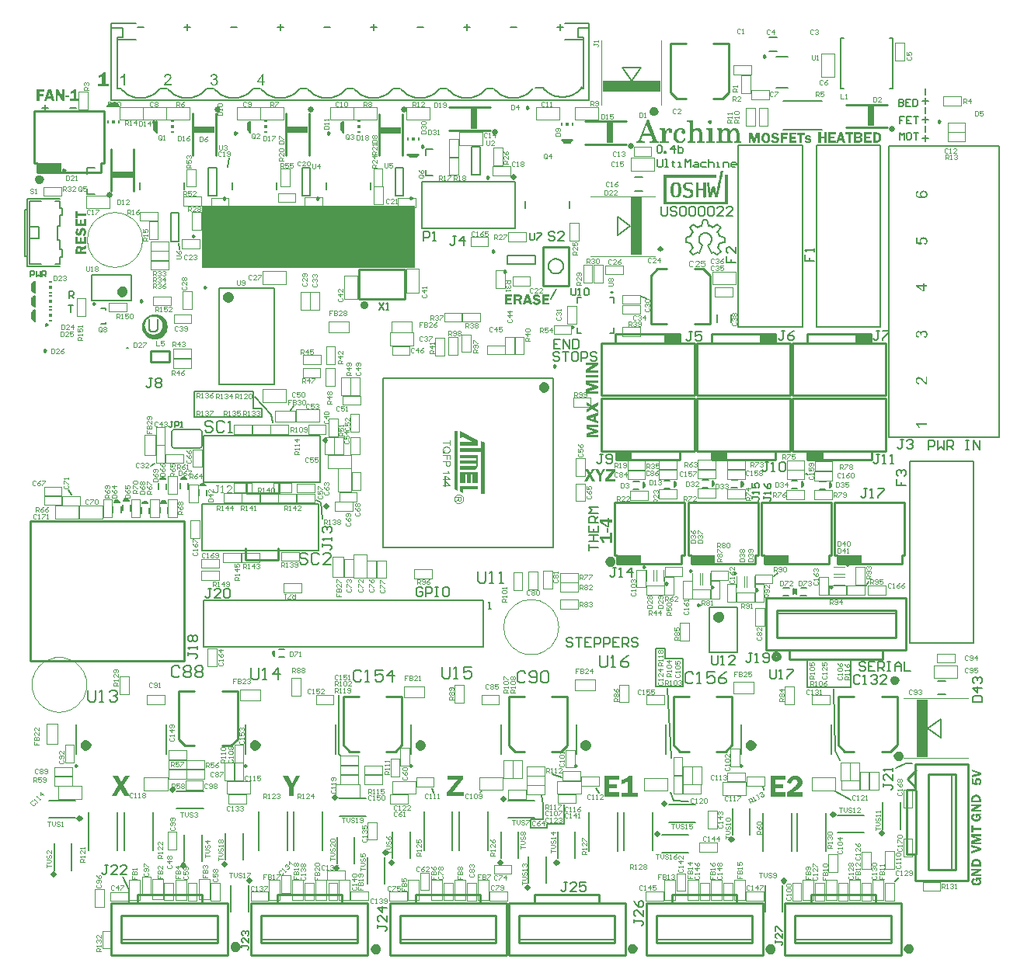
<source format=gto>
G04 Layer_Color=65535*
%FSLAX25Y25*%
%MOIN*%
G70*
G01*
G75*
%ADD75C,0.01200*%
%ADD77C,0.02000*%
%ADD78C,0.00800*%
%ADD79C,0.02400*%
%ADD82C,0.00700*%
%ADD85C,0.01000*%
%ADD87C,0.00600*%
%ADD90C,0.01400*%
%ADD132C,0.00984*%
%ADD133C,0.02362*%
%ADD134C,0.00100*%
%ADD135C,0.00400*%
%ADD136C,0.00984*%
%ADD137C,0.00500*%
%ADD138C,0.00394*%
%ADD139C,0.03500*%
%ADD140C,0.02500*%
%ADD141C,0.00787*%
%ADD142C,0.00200*%
%ADD143C,0.00197*%
%ADD144C,0.00598*%
%ADD145R,0.24505X0.04921*%
%ADD146R,0.04921X0.24505*%
%ADD147R,0.91831X0.27100*%
%ADD148R,0.00590X0.01200*%
%ADD149R,0.00600X0.01200*%
%ADD150R,0.01190X0.01200*%
%ADD151R,0.01200X0.01190*%
%ADD152R,0.01200X0.00600*%
%ADD153R,0.01200X0.00590*%
%ADD154R,0.02953X0.08790*%
%ADD155R,0.08790X0.02953*%
G36*
X408757Y81840D02*
Y80806D01*
X404642Y79572D01*
Y80595D01*
X407587Y81418D01*
X404642Y82277D01*
Y83084D01*
X408757Y81840D01*
D02*
G37*
G36*
X407425Y79442D02*
X407471Y79439D01*
X407526Y79432D01*
X407587Y79423D01*
X407659Y79410D01*
X407736Y79393D01*
X407817Y79371D01*
X407902Y79342D01*
X407989Y79309D01*
X408077Y79267D01*
X408164Y79219D01*
X408252Y79163D01*
X408336Y79099D01*
X408414Y79024D01*
X408417Y79021D01*
X408430Y79005D01*
X408453Y78979D01*
X408478Y78946D01*
X408508Y78904D01*
X408543Y78852D01*
X408579Y78791D01*
X408618Y78720D01*
X408657Y78638D01*
X408692Y78551D01*
X408728Y78454D01*
X408757Y78350D01*
X408783Y78237D01*
X408806Y78117D01*
X408819Y77987D01*
X408822Y77848D01*
Y77845D01*
Y77832D01*
Y77816D01*
X408819Y77790D01*
Y77760D01*
X408815Y77725D01*
X408809Y77683D01*
X408802Y77637D01*
X408796Y77589D01*
X408786Y77534D01*
X408773Y77475D01*
X408760Y77417D01*
X408725Y77287D01*
X408702Y77219D01*
X408676Y77151D01*
X408647Y77083D01*
X408614Y77012D01*
X408576Y76944D01*
X408537Y76873D01*
X408491Y76805D01*
X408443Y76737D01*
X408388Y76672D01*
X408329Y76607D01*
X408265Y76549D01*
X408193Y76490D01*
X408119Y76435D01*
X408038Y76384D01*
X407950Y76335D01*
X407860Y76293D01*
X407759Y76257D01*
X407652Y76225D01*
X407516Y77129D01*
X407523Y77132D01*
X407539Y77135D01*
X407565Y77145D01*
X407600Y77158D01*
X407643Y77177D01*
X407688Y77200D01*
X407736Y77229D01*
X407788Y77265D01*
X407840Y77307D01*
X407889Y77355D01*
X407934Y77414D01*
X407976Y77475D01*
X408009Y77547D01*
X408038Y77628D01*
X408054Y77718D01*
X408060Y77816D01*
Y77819D01*
Y77829D01*
Y77845D01*
X408057Y77864D01*
X408054Y77890D01*
X408051Y77919D01*
X408044Y77952D01*
X408038Y77987D01*
X408015Y78065D01*
X407999Y78104D01*
X407983Y78146D01*
X407960Y78185D01*
X407937Y78224D01*
X407908Y78259D01*
X407876Y78295D01*
X407872Y78298D01*
X407866Y78302D01*
X407856Y78311D01*
X407843Y78324D01*
X407824Y78337D01*
X407801Y78350D01*
X407779Y78366D01*
X407749Y78386D01*
X407685Y78418D01*
X407610Y78444D01*
X407526Y78467D01*
X407480Y78470D01*
X407432Y78473D01*
X407406D01*
X407386Y78470D01*
X407364Y78467D01*
X407338Y78464D01*
X407276Y78451D01*
X407205Y78428D01*
X407166Y78412D01*
X407127Y78395D01*
X407088Y78373D01*
X407050Y78347D01*
X407011Y78318D01*
X406975Y78285D01*
X406972Y78282D01*
X406965Y78276D01*
X406959Y78266D01*
X406946Y78253D01*
X406930Y78233D01*
X406914Y78211D01*
X406897Y78185D01*
X406878Y78159D01*
X406845Y78091D01*
X406813Y78013D01*
X406800Y77968D01*
X406794Y77922D01*
X406787Y77874D01*
X406784Y77825D01*
Y77822D01*
Y77809D01*
X406787Y77790D01*
X406790Y77764D01*
X406794Y77731D01*
X406800Y77692D01*
X406810Y77654D01*
X406823Y77608D01*
X406842Y77563D01*
X406862Y77514D01*
X406888Y77466D01*
X406920Y77414D01*
X406956Y77368D01*
X406998Y77320D01*
X407050Y77278D01*
X407105Y77236D01*
X406975Y76448D01*
X404642Y76610D01*
Y79202D01*
X405485Y79095D01*
Y77297D01*
X406402Y77236D01*
X406398Y77239D01*
X406385Y77252D01*
X406369Y77271D01*
X406347Y77297D01*
X406321Y77330D01*
X406288Y77368D01*
X406259Y77417D01*
X406223Y77469D01*
X406191Y77527D01*
X406159Y77595D01*
X406129Y77666D01*
X406104Y77744D01*
X406081Y77829D01*
X406065Y77916D01*
X406052Y78010D01*
X406048Y78110D01*
Y78114D01*
Y78117D01*
Y78136D01*
X406052Y78166D01*
X406055Y78204D01*
X406058Y78253D01*
X406068Y78308D01*
X406081Y78370D01*
X406094Y78438D01*
X406113Y78509D01*
X406139Y78587D01*
X406168Y78664D01*
X406204Y78745D01*
X406246Y78826D01*
X406295Y78904D01*
X406353Y78982D01*
X406418Y79057D01*
X406421Y79060D01*
X406434Y79073D01*
X406457Y79092D01*
X406483Y79118D01*
X406521Y79147D01*
X406564Y79180D01*
X406615Y79215D01*
X406674Y79251D01*
X406739Y79286D01*
X406810Y79322D01*
X406888Y79355D01*
X406972Y79384D01*
X407062Y79410D01*
X407157Y79429D01*
X407257Y79442D01*
X407364Y79445D01*
X407393D01*
X407425Y79442D01*
D02*
G37*
G36*
X15255Y370177D02*
X14315D01*
X12473Y373348D01*
Y373344D01*
Y373330D01*
Y373307D01*
X12477Y373285D01*
Y373233D01*
X12480Y373211D01*
Y373193D01*
Y373189D01*
X12484Y373174D01*
Y373148D01*
X12488Y373122D01*
X12491Y373089D01*
Y373056D01*
X12495Y373023D01*
Y372989D01*
Y370177D01*
X11637D01*
Y374876D01*
X12821D01*
X14426Y372105D01*
Y372109D01*
Y372112D01*
X14423Y372123D01*
Y372138D01*
X14419Y372175D01*
X14415Y372220D01*
X14412Y372271D01*
X14408Y372323D01*
X14404Y372371D01*
Y372416D01*
Y374876D01*
X15255D01*
Y370177D01*
D02*
G37*
G36*
X408663Y49357D02*
Y48323D01*
X404548Y47089D01*
Y48112D01*
X407493Y48935D01*
X404548Y49794D01*
Y50601D01*
X408663Y49357D01*
D02*
G37*
G36*
Y36137D02*
X408660D01*
X408653Y36134D01*
X408640Y36130D01*
X408624Y36127D01*
X408602Y36124D01*
X408579Y36117D01*
X408550Y36111D01*
X408517Y36101D01*
X408446Y36082D01*
X408368Y36059D01*
X408281Y36030D01*
X408193Y35997D01*
X408200Y35991D01*
X408216Y35978D01*
X408242Y35952D01*
X408278Y35920D01*
X408316Y35874D01*
X408362Y35822D01*
X408410Y35761D01*
X408459Y35693D01*
X408511Y35615D01*
X408559Y35531D01*
X408605Y35437D01*
X408644Y35340D01*
X408679Y35233D01*
X408705Y35119D01*
X408721Y35003D01*
X408728Y34876D01*
Y34873D01*
Y34867D01*
Y34857D01*
Y34841D01*
X408725Y34821D01*
Y34799D01*
X408721Y34773D01*
X408718Y34743D01*
X408712Y34675D01*
X408699Y34598D01*
X408679Y34514D01*
X408657Y34420D01*
X408624Y34319D01*
X408589Y34219D01*
X408540Y34115D01*
X408485Y34011D01*
X408420Y33908D01*
X408342Y33807D01*
X408255Y33713D01*
X408206Y33668D01*
X408154Y33626D01*
X408151D01*
X408148Y33619D01*
X408138Y33616D01*
X408128Y33606D01*
X408096Y33584D01*
X408051Y33555D01*
X407992Y33522D01*
X407924Y33483D01*
X407843Y33444D01*
X407753Y33402D01*
X407649Y33360D01*
X407536Y33321D01*
X407416Y33282D01*
X407283Y33250D01*
X407140Y33221D01*
X406991Y33198D01*
X406833Y33185D01*
X406664Y33179D01*
X406622D01*
X406596Y33182D01*
X406570D01*
X406538Y33185D01*
X406502D01*
X406460Y33188D01*
X406418Y33195D01*
X406372Y33198D01*
X406320Y33204D01*
X406214Y33217D01*
X406097Y33237D01*
X405974Y33263D01*
X405848Y33295D01*
X405715Y33334D01*
X405585Y33380D01*
X405452Y33435D01*
X405326Y33499D01*
X405203Y33571D01*
X405086Y33655D01*
X405083D01*
X405080Y33661D01*
X405060Y33678D01*
X405031Y33704D01*
X404992Y33742D01*
X404947Y33791D01*
X404895Y33849D01*
X404843Y33917D01*
X404785Y33995D01*
X404730Y34083D01*
X404678Y34180D01*
X404626Y34287D01*
X404581Y34403D01*
X404542Y34526D01*
X404513Y34659D01*
X404493Y34802D01*
X404487Y34876D01*
Y34951D01*
Y34954D01*
Y34957D01*
Y34967D01*
Y34980D01*
Y34996D01*
X404490Y35016D01*
X404493Y35064D01*
X404500Y35123D01*
X404506Y35191D01*
X404519Y35265D01*
X404535Y35346D01*
X404555Y35434D01*
X404581Y35524D01*
X404613Y35615D01*
X404649Y35709D01*
X404694Y35800D01*
X404746Y35890D01*
X404804Y35978D01*
X404872Y36059D01*
X404876Y36065D01*
X404888Y36078D01*
X404911Y36098D01*
X404944Y36127D01*
X404982Y36159D01*
X405028Y36198D01*
X405083Y36240D01*
X405144Y36283D01*
X405216Y36328D01*
X405293Y36373D01*
X405378Y36415D01*
X405468Y36457D01*
X405566Y36493D01*
X405669Y36529D01*
X405783Y36555D01*
X405899Y36577D01*
X406019Y35660D01*
X406009D01*
X406000Y35657D01*
X405987Y35654D01*
X405971Y35651D01*
X405951Y35647D01*
X405903Y35634D01*
X405848Y35615D01*
X405783Y35592D01*
X405715Y35563D01*
X405647Y35531D01*
X405579Y35489D01*
X405511Y35437D01*
X405446Y35379D01*
X405391Y35314D01*
X405342Y35239D01*
X405323Y35197D01*
X405306Y35152D01*
X405293Y35106D01*
X405284Y35058D01*
X405277Y35006D01*
X405274Y34951D01*
Y34948D01*
Y34935D01*
X405277Y34912D01*
X405280Y34886D01*
X405284Y34854D01*
X405293Y34815D01*
X405303Y34776D01*
X405319Y34731D01*
X405339Y34682D01*
X405362Y34633D01*
X405391Y34585D01*
X405423Y34536D01*
X405465Y34488D01*
X405514Y34442D01*
X405569Y34397D01*
X405630Y34358D01*
X405634Y34355D01*
X405647Y34348D01*
X405666Y34339D01*
X405695Y34329D01*
X405731Y34313D01*
X405776Y34296D01*
X405828Y34277D01*
X405890Y34261D01*
X405958Y34241D01*
X406032Y34222D01*
X406116Y34206D01*
X406207Y34193D01*
X406304Y34180D01*
X406408Y34170D01*
X406521Y34164D01*
X406641Y34160D01*
X406703D01*
X406745Y34164D01*
X406797Y34167D01*
X406858Y34173D01*
X406926Y34180D01*
X406998Y34186D01*
X407076Y34199D01*
X407153Y34212D01*
X407234Y34228D01*
X407315Y34251D01*
X407393Y34274D01*
X407471Y34303D01*
X407542Y34335D01*
X407607Y34374D01*
X407610Y34377D01*
X407620Y34384D01*
X407636Y34397D01*
X407659Y34413D01*
X407685Y34436D01*
X407714Y34465D01*
X407743Y34497D01*
X407772Y34533D01*
X407804Y34575D01*
X407834Y34620D01*
X407863Y34672D01*
X407889Y34727D01*
X407908Y34786D01*
X407928Y34850D01*
X407937Y34918D01*
X407940Y34993D01*
Y34996D01*
Y35006D01*
Y35019D01*
X407937Y35038D01*
X407934Y35061D01*
X407931Y35087D01*
X407928Y35116D01*
X407918Y35149D01*
X407898Y35220D01*
X407869Y35298D01*
X407850Y35337D01*
X407827Y35379D01*
X407801Y35418D01*
X407772Y35456D01*
X407769Y35460D01*
X407766Y35466D01*
X407753Y35476D01*
X407740Y35489D01*
X407720Y35505D01*
X407697Y35521D01*
X407672Y35541D01*
X407643Y35560D01*
X407607Y35576D01*
X407565Y35596D01*
X407523Y35612D01*
X407474Y35628D01*
X407419Y35641D01*
X407361Y35651D01*
X407299Y35657D01*
X407231Y35660D01*
Y34886D01*
X406463D01*
Y36577D01*
X408663D01*
Y36137D01*
D02*
G37*
G36*
X405362Y57868D02*
X408663D01*
Y56893D01*
X405362D01*
Y55869D01*
X404548D01*
Y58886D01*
X405362D01*
Y57868D01*
D02*
G37*
G36*
X408663Y54486D02*
X405310D01*
X408663Y53452D01*
Y52791D01*
X405310Y51780D01*
X408663D01*
Y50973D01*
X404548D01*
Y52470D01*
X407014Y53193D01*
X404548Y53948D01*
Y55458D01*
X408663D01*
Y54486D01*
D02*
G37*
G36*
X342300Y352126D02*
X341287D01*
Y353944D01*
X339910D01*
Y352126D01*
X338896D01*
Y356533D01*
X339910D01*
Y354815D01*
X341287D01*
Y356533D01*
X342300D01*
Y352126D01*
D02*
G37*
G36*
X363755Y356529D02*
X363825Y356526D01*
X363901Y356522D01*
X363988Y356515D01*
X364082Y356505D01*
X364179Y356491D01*
X364279Y356477D01*
X364383Y356460D01*
X364484Y356436D01*
X364581Y356411D01*
X364678Y356380D01*
X364765Y356345D01*
X364845Y356304D01*
X364848Y356300D01*
X364862Y356293D01*
X364883Y356279D01*
X364914Y356262D01*
X364949Y356234D01*
X364991Y356207D01*
X365036Y356168D01*
X365088Y356127D01*
X365140Y356082D01*
X365199Y356026D01*
X365258Y355967D01*
X365320Y355901D01*
X365383Y355832D01*
X365445Y355755D01*
X365508Y355672D01*
X365567Y355582D01*
X365570Y355575D01*
X365581Y355561D01*
X365598Y355533D01*
X365619Y355495D01*
X365643Y355447D01*
X365667Y355388D01*
X365699Y355322D01*
X365730Y355242D01*
X365757Y355159D01*
X365789Y355065D01*
X365813Y354961D01*
X365841Y354853D01*
X365858Y354735D01*
X365876Y354610D01*
X365886Y354479D01*
X365889Y354340D01*
Y354336D01*
Y354329D01*
Y354315D01*
Y354298D01*
X365886Y354274D01*
Y354250D01*
X365882Y354218D01*
Y354184D01*
X365876Y354142D01*
X365872Y354100D01*
X365862Y354007D01*
X365844Y353903D01*
X365820Y353788D01*
X365789Y353666D01*
X365754Y353538D01*
X365709Y353406D01*
X365653Y353271D01*
X365591Y353139D01*
X365515Y353007D01*
X365428Y352879D01*
X365331Y352757D01*
X365324Y352750D01*
X365306Y352730D01*
X365272Y352698D01*
X365227Y352660D01*
X365171Y352612D01*
X365102Y352556D01*
X365022Y352501D01*
X364928Y352442D01*
X364824Y352383D01*
X364710Y352327D01*
X364581Y352272D01*
X364446Y352223D01*
X364297Y352185D01*
X364137Y352154D01*
X363970Y352133D01*
X363880Y352129D01*
X363790Y352126D01*
X362277D01*
Y356533D01*
X363700D01*
X363755Y356529D01*
D02*
G37*
G36*
X361659Y355693D02*
X359557D01*
Y354787D01*
X361212D01*
Y353958D01*
X359557D01*
Y352997D01*
X361659D01*
Y352126D01*
X358509D01*
Y356533D01*
X361659D01*
Y355693D01*
D02*
G37*
G36*
X6790Y373948D02*
X4588D01*
Y372893D01*
X6327D01*
Y372016D01*
X4588D01*
Y370177D01*
X3445D01*
Y374876D01*
X6790D01*
Y373948D01*
D02*
G37*
G36*
X17453Y371591D02*
X15807D01*
Y372338D01*
X17453D01*
Y371591D01*
D02*
G37*
G36*
X20354Y371039D02*
X21656D01*
Y370177D01*
X17849D01*
Y371039D01*
X19274D01*
Y373722D01*
X19270D01*
X19262Y373714D01*
X19251Y373711D01*
X19237Y373700D01*
X19218Y373689D01*
X19192Y373674D01*
X19137Y373640D01*
X19066Y373596D01*
X18985Y373552D01*
X18892Y373500D01*
X18796Y373444D01*
X18693Y373385D01*
X18585Y373326D01*
X18367Y373211D01*
X18260Y373156D01*
X18156Y373108D01*
X18060Y373063D01*
X17967Y373023D01*
Y373988D01*
X17971D01*
X17982Y373992D01*
X17997Y373999D01*
X18019Y374003D01*
X18049Y374014D01*
X18082Y374025D01*
X18119Y374040D01*
X18164Y374055D01*
X18212Y374070D01*
X18260Y374088D01*
X18371Y374132D01*
X18493Y374184D01*
X18622Y374240D01*
X18756Y374306D01*
X18889Y374377D01*
X19022Y374458D01*
X19148Y374543D01*
X19270Y374636D01*
X19381Y374732D01*
X19429Y374784D01*
X19477Y374835D01*
X19518Y374891D01*
X19555Y374946D01*
X20354D01*
Y371039D01*
D02*
G37*
G36*
X11134Y370177D02*
X9950D01*
X9657Y371147D01*
X8140D01*
X7844Y370177D01*
X6882D01*
X8384Y374876D01*
X9665D01*
X11134Y370177D01*
D02*
G37*
G36*
X293237Y353082D02*
Y353074D01*
Y353060D01*
Y353030D01*
X293245Y353000D01*
X293259Y352926D01*
X293274Y352897D01*
X293289Y352875D01*
X293296D01*
X293311Y352860D01*
X293333Y352845D01*
X293363Y352830D01*
X293407Y352816D01*
X293452Y352801D01*
X293511Y352793D01*
X293570Y352786D01*
X294384D01*
Y352046D01*
X290729D01*
Y352786D01*
X291528D01*
X291565Y352793D01*
X291609Y352801D01*
X291713Y352830D01*
X291757Y352852D01*
X291802Y352882D01*
X291809Y352889D01*
X291816Y352904D01*
X291831Y352926D01*
X291853Y352956D01*
X291868Y353000D01*
X291883Y353052D01*
X291890Y353119D01*
X291898Y353193D01*
Y356945D01*
Y356960D01*
Y356996D01*
X291890Y357048D01*
X291876Y357115D01*
X291853Y357181D01*
X291824Y357256D01*
X291787Y357329D01*
X291728Y357389D01*
X291720Y357396D01*
X291698Y357411D01*
X291661Y357433D01*
X291602Y357463D01*
X291535Y357492D01*
X291446Y357514D01*
X291335Y357529D01*
X291217Y357537D01*
X290595D01*
Y358269D01*
X293237Y358351D01*
Y353082D01*
D02*
G37*
G36*
X284949Y357241D02*
X284964Y357256D01*
X284979Y357285D01*
X284994Y357329D01*
X285023Y357374D01*
X285060Y357433D01*
X285142Y357559D01*
X285253Y357699D01*
X285393Y357847D01*
X285563Y357995D01*
X285660Y358062D01*
X285763Y358121D01*
X285771Y358129D01*
X285793Y358136D01*
X285822Y358151D01*
X285859Y358173D01*
X285919Y358195D01*
X285978Y358225D01*
X286052Y358254D01*
X286126Y358284D01*
X286215Y358314D01*
X286311Y358343D01*
X286511Y358395D01*
X286733Y358432D01*
X286851Y358447D01*
X287029D01*
X287073Y358439D01*
X287125D01*
X287191Y358425D01*
X287265Y358417D01*
X287339Y358402D01*
X287517Y358358D01*
X287717Y358291D01*
X287820Y358247D01*
X287924Y358203D01*
X288028Y358143D01*
X288131Y358077D01*
X288139D01*
X288146Y358069D01*
X288190Y358040D01*
X288250Y357995D01*
X288331Y357922D01*
X288375Y357877D01*
X288427Y357825D01*
X288472Y357766D01*
X288523Y357699D01*
X288575Y357618D01*
X288627Y357537D01*
X288679Y357440D01*
X288731Y357337D01*
Y357329D01*
X288745Y357315D01*
X288753Y357278D01*
X288775Y357233D01*
X288790Y357181D01*
X288812Y357115D01*
X288842Y357041D01*
X288864Y356960D01*
X288886Y356863D01*
X288916Y356760D01*
X288938Y356649D01*
X288953Y356538D01*
X288982Y356279D01*
X288997Y356005D01*
Y353178D01*
Y353171D01*
Y353141D01*
X289004Y353104D01*
X289012Y353060D01*
X289041Y352956D01*
X289064Y352904D01*
X289093Y352867D01*
X289101D01*
X289115Y352852D01*
X289138Y352845D01*
X289175Y352830D01*
X289219Y352816D01*
X289278Y352801D01*
X289352Y352793D01*
X289441Y352786D01*
X290085D01*
Y352046D01*
X286599D01*
Y352786D01*
X287147D01*
X287206Y352793D01*
X287280Y352801D01*
X287354Y352808D01*
X287428Y352830D01*
X287502Y352852D01*
X287554Y352882D01*
X287561Y352889D01*
X287576Y352897D01*
X287591Y352926D01*
X287613Y352956D01*
X287635Y353000D01*
X287658Y353045D01*
X287665Y353112D01*
X287672Y353178D01*
Y356005D01*
Y356012D01*
Y356034D01*
Y356071D01*
X287665Y356123D01*
Y356175D01*
X287658Y356242D01*
X287635Y356397D01*
X287591Y356575D01*
X287532Y356752D01*
X287458Y356922D01*
X287406Y357004D01*
X287347Y357078D01*
Y357085D01*
X287332Y357093D01*
X287288Y357137D01*
X287221Y357196D01*
X287125Y357270D01*
X287006Y357337D01*
X286866Y357396D01*
X286703Y357440D01*
X286614Y357448D01*
X286525Y357455D01*
X286459D01*
X286377Y357440D01*
X286281Y357426D01*
X286170Y357403D01*
X286044Y357359D01*
X285911Y357307D01*
X285778Y357233D01*
X285763Y357226D01*
X285719Y357196D01*
X285660Y357144D01*
X285578Y357070D01*
X285489Y356974D01*
X285386Y356863D01*
X285290Y356723D01*
X285193Y356567D01*
Y356560D01*
X285186Y356545D01*
X285171Y356523D01*
X285156Y356493D01*
X285134Y356449D01*
X285119Y356397D01*
X285075Y356286D01*
X285023Y356138D01*
X284986Y355983D01*
X284957Y355805D01*
X284949Y355620D01*
Y353245D01*
Y353230D01*
Y353200D01*
X284957Y353156D01*
X284964Y353097D01*
X284986Y352971D01*
X285008Y352919D01*
X285038Y352875D01*
X285045D01*
X285060Y352860D01*
X285082Y352845D01*
X285119Y352830D01*
X285164Y352816D01*
X285223Y352801D01*
X285297Y352793D01*
X285386Y352786D01*
X286030D01*
Y352046D01*
X282611D01*
Y352786D01*
X283151D01*
X283203Y352793D01*
X283269Y352801D01*
X283410Y352830D01*
X283469Y352852D01*
X283521Y352889D01*
X283528Y352897D01*
X283543Y352912D01*
X283558Y352934D01*
X283580Y352971D01*
X283602Y353023D01*
X283625Y353082D01*
X283632Y353156D01*
X283639Y353245D01*
Y360349D01*
Y360356D01*
Y360364D01*
Y360401D01*
X283632Y360460D01*
X283617Y360534D01*
X283602Y360608D01*
X283573Y360689D01*
X283528Y360763D01*
X283477Y360822D01*
X283469Y360830D01*
X283447Y360844D01*
X283410Y360874D01*
X283358Y360904D01*
X283284Y360926D01*
X283203Y360956D01*
X283107Y360970D01*
X282988Y360978D01*
X282426D01*
Y361703D01*
X284949Y361836D01*
Y357241D01*
D02*
G37*
G36*
X269328Y353222D02*
Y353215D01*
X269335Y353200D01*
X269350Y353185D01*
X269365Y353156D01*
X269409Y353082D01*
X269483Y353008D01*
X269579Y352926D01*
X269631Y352889D01*
X269698Y352852D01*
X269772Y352823D01*
X269853Y352808D01*
X269942Y352793D01*
X270038Y352786D01*
X270467D01*
Y352046D01*
X266442D01*
Y352786D01*
X267056D01*
X267167Y352793D01*
X267285Y352801D01*
X267396Y352808D01*
X267500Y352823D01*
X267537Y352838D01*
X267567Y352845D01*
X267574Y352852D01*
X267589Y352860D01*
X267618Y352882D01*
X267648Y352912D01*
X267678Y352941D01*
X267707Y352978D01*
X267722Y353015D01*
X267729Y353060D01*
Y353074D01*
Y353089D01*
X267722Y353119D01*
Y353149D01*
X267715Y353193D01*
X267700Y353237D01*
X267685Y353296D01*
X266952Y355147D01*
X263408D01*
X262971Y353999D01*
X262964Y353985D01*
X262949Y353940D01*
X262927Y353881D01*
X262905Y353800D01*
X262882Y353711D01*
X262860Y353607D01*
X262845Y353511D01*
X262838Y353415D01*
Y353400D01*
X262845Y353370D01*
X262853Y353326D01*
X262868Y353259D01*
X262897Y353193D01*
X262942Y353119D01*
X263001Y353045D01*
X263082Y352971D01*
X263097Y352963D01*
X263127Y352941D01*
X263186Y352912D01*
X263275Y352882D01*
X263378Y352845D01*
X263511Y352816D01*
X263667Y352793D01*
X263844Y352786D01*
X264296D01*
Y352046D01*
X260618D01*
Y352786D01*
X260722D01*
X260773Y352793D01*
X260833Y352801D01*
X260966Y352816D01*
X261114Y352838D01*
X261269Y352875D01*
X261410Y352926D01*
X261469Y352956D01*
X261528Y352993D01*
X261543Y353000D01*
X261580Y353037D01*
X261632Y353097D01*
X261669Y353134D01*
X261706Y353178D01*
X261743Y353237D01*
X261787Y353296D01*
X261832Y353363D01*
X261883Y353445D01*
X261928Y353526D01*
X261980Y353622D01*
X262024Y353733D01*
X262076Y353844D01*
X265295Y361910D01*
X265924D01*
X269328Y353222D01*
D02*
G37*
G36*
X297218Y358380D02*
X297226Y358351D01*
X297233Y358314D01*
X297248Y358254D01*
X297255Y358188D01*
X297270Y358114D01*
X297285Y358025D01*
X297300Y357936D01*
X297337Y357729D01*
X297366Y357522D01*
X297389Y357307D01*
X297403Y357115D01*
Y357122D01*
X297418Y357144D01*
X297433Y357181D01*
X297455Y357226D01*
X297485Y357278D01*
X297522Y357337D01*
X297611Y357485D01*
X297722Y357640D01*
X297855Y357796D01*
X298018Y357951D01*
X298099Y358018D01*
X298195Y358077D01*
X298203D01*
X298217Y358092D01*
X298247Y358106D01*
X298284Y358121D01*
X298336Y358151D01*
X298395Y358173D01*
X298454Y358203D01*
X298528Y358232D01*
X298698Y358284D01*
X298891Y358336D01*
X299105Y358366D01*
X299327Y358380D01*
X299394D01*
X299438Y358373D01*
X299498D01*
X299564Y358366D01*
X299638Y358351D01*
X299712Y358336D01*
X299890Y358291D01*
X300075Y358232D01*
X300260Y358143D01*
X300349Y358084D01*
X300430Y358025D01*
X300437Y358018D01*
X300452Y358010D01*
X300474Y357988D01*
X300504Y357958D01*
X300534Y357922D01*
X300578Y357877D01*
X300622Y357825D01*
X300667Y357766D01*
X300711Y357699D01*
X300763Y357618D01*
X300815Y357537D01*
X300859Y357448D01*
X300904Y357344D01*
X300941Y357241D01*
X300978Y357122D01*
X301007Y357004D01*
Y357011D01*
X301022Y357033D01*
X301037Y357063D01*
X301059Y357115D01*
X301089Y357167D01*
X301126Y357226D01*
X301222Y357374D01*
X301340Y357537D01*
X301481Y357707D01*
X301651Y357870D01*
X301843Y358018D01*
X301851Y358025D01*
X301866Y358032D01*
X301903Y358055D01*
X301940Y358077D01*
X301991Y358099D01*
X302051Y358136D01*
X302125Y358166D01*
X302206Y358203D01*
X302287Y358232D01*
X302384Y358269D01*
X302591Y358321D01*
X302813Y358366D01*
X302939Y358373D01*
X303057Y358380D01*
X303138D01*
X303198Y358373D01*
X303272Y358366D01*
X303360Y358351D01*
X303449Y358336D01*
X303553Y358314D01*
X303656Y358284D01*
X303767Y358247D01*
X303878Y358203D01*
X303989Y358143D01*
X304100Y358084D01*
X304204Y358010D01*
X304308Y357922D01*
X304396Y357825D01*
X304404Y357818D01*
X304419Y357796D01*
X304448Y357759D01*
X304478Y357707D01*
X304522Y357640D01*
X304567Y357566D01*
X304618Y357470D01*
X304670Y357366D01*
X304715Y357256D01*
X304766Y357122D01*
X304811Y356982D01*
X304855Y356834D01*
X304885Y356671D01*
X304914Y356501D01*
X304929Y356316D01*
X304937Y356123D01*
Y353163D01*
Y353156D01*
Y353134D01*
X304944Y353097D01*
Y353060D01*
X304966Y352971D01*
X304981Y352941D01*
X305003Y352912D01*
X305011Y352904D01*
X305033Y352889D01*
X305070Y352875D01*
X305122Y352852D01*
X305181Y352823D01*
X305262Y352808D01*
X305358Y352793D01*
X305462Y352786D01*
X305899D01*
Y352046D01*
X302635D01*
Y352786D01*
X303116D01*
X303175Y352793D01*
X303242Y352801D01*
X303316Y352808D01*
X303383Y352823D01*
X303449Y352845D01*
X303501Y352875D01*
X303508Y352882D01*
X303523Y352889D01*
X303538Y352919D01*
X303560Y352949D01*
X303582Y352986D01*
X303605Y353037D01*
X303612Y353097D01*
X303619Y353163D01*
Y356131D01*
Y356138D01*
Y356160D01*
Y356190D01*
X303612Y356234D01*
Y356279D01*
X303605Y356338D01*
X303582Y356479D01*
X303553Y356627D01*
X303501Y356782D01*
X303427Y356930D01*
X303331Y357063D01*
Y357070D01*
X303316Y357078D01*
X303279Y357115D01*
X303212Y357167D01*
X303131Y357226D01*
X303020Y357285D01*
X302887Y357337D01*
X302739Y357374D01*
X302657Y357389D01*
X302509D01*
X302443Y357381D01*
X302354Y357366D01*
X302250Y357337D01*
X302147Y357307D01*
X302028Y357256D01*
X301917Y357189D01*
X301903Y357181D01*
X301866Y357152D01*
X301814Y357107D01*
X301747Y357048D01*
X301673Y356967D01*
X301599Y356871D01*
X301525Y356760D01*
X301459Y356634D01*
Y356627D01*
X301451Y356612D01*
X301436Y356582D01*
X301422Y356545D01*
X301399Y356501D01*
X301377Y356449D01*
X301333Y356323D01*
X301281Y356183D01*
X301244Y356027D01*
X301214Y355879D01*
X301200Y355731D01*
Y353163D01*
Y353156D01*
Y353126D01*
X301207Y353097D01*
X301214Y353052D01*
X301244Y352949D01*
X301266Y352904D01*
X301296Y352867D01*
X301303D01*
X301318Y352852D01*
X301340Y352845D01*
X301377Y352830D01*
X301422Y352816D01*
X301481Y352801D01*
X301555Y352793D01*
X301636Y352786D01*
X302184D01*
Y352046D01*
X298876D01*
Y352786D01*
X299394D01*
X299446Y352793D01*
X299505Y352801D01*
X299631Y352823D01*
X299690Y352845D01*
X299742Y352875D01*
X299749Y352882D01*
X299764Y352889D01*
X299779Y352912D01*
X299801Y352941D01*
X299845Y353015D01*
X299853Y353060D01*
X299860Y353112D01*
Y355857D01*
Y355864D01*
Y355894D01*
Y355938D01*
X299853Y355990D01*
Y356057D01*
X299845Y356138D01*
X299838Y356220D01*
X299823Y356316D01*
X299794Y356508D01*
X299742Y356700D01*
X299675Y356878D01*
X299631Y356960D01*
X299579Y357033D01*
Y357041D01*
X299564Y357048D01*
X299527Y357093D01*
X299468Y357144D01*
X299387Y357211D01*
X299283Y357278D01*
X299157Y357337D01*
X299009Y357374D01*
X298928Y357381D01*
X298846Y357389D01*
X298787D01*
X298750Y357381D01*
X298698Y357374D01*
X298639Y357366D01*
X298506Y357337D01*
X298351Y357285D01*
X298195Y357211D01*
X298121Y357167D01*
X298047Y357115D01*
X297981Y357048D01*
X297914Y356974D01*
X297907Y356967D01*
X297892Y356945D01*
X297870Y356915D01*
X297840Y356863D01*
X297803Y356811D01*
X297759Y356737D01*
X297722Y356656D01*
X297677Y356567D01*
X297625Y356471D01*
X297588Y356360D01*
X297544Y356242D01*
X297507Y356116D01*
X297477Y355983D01*
X297455Y355842D01*
X297440Y355694D01*
X297433Y355546D01*
Y353163D01*
Y353156D01*
Y353126D01*
Y353089D01*
X297440Y353052D01*
X297455Y352963D01*
X297470Y352926D01*
X297492Y352897D01*
X297500Y352889D01*
X297522Y352882D01*
X297551Y352860D01*
X297603Y352845D01*
X297670Y352823D01*
X297744Y352801D01*
X297840Y352793D01*
X297951Y352786D01*
X298395D01*
Y352046D01*
X295117D01*
Y352786D01*
X295731D01*
X295768Y352793D01*
X295812Y352801D01*
X295909Y352823D01*
X295960Y352845D01*
X295997Y352875D01*
X296005Y352882D01*
X296012Y352889D01*
X296027Y352912D01*
X296049Y352941D01*
X296086Y353015D01*
X296094Y353060D01*
X296101Y353112D01*
Y357019D01*
Y357033D01*
Y357063D01*
X296094Y357107D01*
X296086Y357167D01*
X296071Y357226D01*
X296042Y357293D01*
X296012Y357352D01*
X295968Y357403D01*
X295960Y357411D01*
X295938Y357426D01*
X295894Y357448D01*
X295835Y357470D01*
X295790Y357485D01*
X295738Y357500D01*
X295687Y357514D01*
X295620Y357529D01*
X295546Y357544D01*
X295465Y357559D01*
X295376Y357574D01*
X295272Y357581D01*
Y358254D01*
X297218Y358388D01*
Y358380D01*
D02*
G37*
G36*
X292438Y361829D02*
X292497Y361821D01*
X292579Y361806D01*
X292675Y361770D01*
X292778Y361725D01*
X292882Y361666D01*
X292978Y361577D01*
X292993Y361562D01*
X293023Y361533D01*
X293060Y361481D01*
X293111Y361407D01*
X293156Y361318D01*
X293200Y361214D01*
X293230Y361104D01*
X293237Y360978D01*
Y360963D01*
Y360918D01*
X293222Y360859D01*
X293208Y360778D01*
X293178Y360682D01*
X293134Y360585D01*
X293067Y360482D01*
X292986Y360386D01*
X292971Y360378D01*
X292941Y360349D01*
X292889Y360312D01*
X292815Y360267D01*
X292727Y360215D01*
X292630Y360178D01*
X292512Y360149D01*
X292386Y360141D01*
X292371D01*
X292327Y360149D01*
X292260Y360156D01*
X292179Y360171D01*
X292083Y360201D01*
X291979Y360245D01*
X291876Y360304D01*
X291779Y360386D01*
X291772Y360401D01*
X291742Y360430D01*
X291705Y360482D01*
X291661Y360556D01*
X291609Y360645D01*
X291572Y360748D01*
X291543Y360859D01*
X291535Y360985D01*
Y360993D01*
Y361000D01*
X291543Y361044D01*
X291550Y361104D01*
X291565Y361185D01*
X291594Y361281D01*
X291639Y361377D01*
X291705Y361481D01*
X291787Y361577D01*
X291802Y361592D01*
X291831Y361621D01*
X291883Y361658D01*
X291957Y361710D01*
X292046Y361755D01*
X292142Y361799D01*
X292253Y361829D01*
X292379Y361836D01*
X292394D01*
X292438Y361829D01*
D02*
G37*
G36*
X273072Y355983D02*
X273080Y356020D01*
X273087Y356079D01*
X273094Y356153D01*
X273109Y356249D01*
X273124Y356353D01*
X273146Y356479D01*
X273176Y356604D01*
X273213Y356745D01*
X273250Y356885D01*
X273302Y357033D01*
X273353Y357181D01*
X273420Y357329D01*
X273494Y357470D01*
X273575Y357603D01*
X273664Y357729D01*
X273672Y357736D01*
X273686Y357759D01*
X273716Y357788D01*
X273760Y357833D01*
X273805Y357877D01*
X273871Y357936D01*
X273938Y357995D01*
X274019Y358055D01*
X274108Y358114D01*
X274212Y358173D01*
X274315Y358232D01*
X274426Y358277D01*
X274552Y358321D01*
X274678Y358351D01*
X274819Y358373D01*
X274959Y358380D01*
X275011D01*
X275048Y358373D01*
X275092D01*
X275144Y358366D01*
X275270Y358336D01*
X275411Y358299D01*
X275551Y358240D01*
X275692Y358151D01*
X275758Y358099D01*
X275825Y358040D01*
X275832D01*
X275840Y358025D01*
X275855Y358003D01*
X275877Y357981D01*
X275929Y357907D01*
X275995Y357803D01*
X276054Y357677D01*
X276106Y357529D01*
X276143Y357352D01*
X276158Y357263D01*
Y357159D01*
Y357152D01*
Y357137D01*
Y357115D01*
Y357085D01*
X276143Y357004D01*
X276128Y356900D01*
X276099Y356789D01*
X276062Y356663D01*
X276003Y356552D01*
X275921Y356441D01*
X275914Y356434D01*
X275877Y356404D01*
X275832Y356360D01*
X275766Y356316D01*
X275677Y356264D01*
X275581Y356227D01*
X275462Y356197D01*
X275337Y356183D01*
X275322D01*
X275277Y356190D01*
X275218Y356197D01*
X275137Y356212D01*
X275048Y356242D01*
X274959Y356279D01*
X274863Y356338D01*
X274782Y356412D01*
X274774Y356419D01*
X274752Y356456D01*
X274715Y356508D01*
X274678Y356575D01*
X274641Y356663D01*
X274604Y356767D01*
X274582Y356885D01*
X274574Y357019D01*
Y357033D01*
Y357063D01*
X274582Y357107D01*
X274589Y357174D01*
X274611Y357248D01*
X274634Y357337D01*
X274671Y357426D01*
X274715Y357522D01*
Y357529D01*
X274722Y357537D01*
X274745Y357574D01*
X274685Y357566D01*
X274611Y357544D01*
X274515Y357507D01*
X274389Y357448D01*
X274234Y357374D01*
X274056Y357270D01*
Y357263D01*
X274049Y357256D01*
X274034Y357233D01*
X274019Y357204D01*
X273997Y357167D01*
X273975Y357115D01*
X273953Y357063D01*
X273923Y356996D01*
X273886Y356930D01*
X273849Y356849D01*
X273812Y356760D01*
X273775Y356663D01*
X273738Y356560D01*
X273694Y356441D01*
X273649Y356323D01*
X273605Y356190D01*
X273598Y356175D01*
X273590Y356138D01*
X273568Y356079D01*
X273546Y356005D01*
X273516Y355909D01*
X273487Y355798D01*
X273457Y355672D01*
X273420Y355539D01*
X273383Y355398D01*
X273353Y355250D01*
X273294Y354954D01*
X273250Y354658D01*
X273242Y354518D01*
X273235Y354384D01*
Y353104D01*
Y353097D01*
Y353082D01*
X273242Y353052D01*
X273250Y353015D01*
X273279Y352941D01*
X273302Y352904D01*
X273339Y352867D01*
X273346D01*
X273361Y352852D01*
X273390Y352845D01*
X273435Y352830D01*
X273494Y352816D01*
X273568Y352801D01*
X273664Y352793D01*
X273775Y352786D01*
X274671D01*
Y352046D01*
X270697D01*
Y352786D01*
X271466D01*
X271511Y352793D01*
X271563D01*
X271681Y352823D01*
X271740Y352838D01*
X271785Y352867D01*
X271792Y352875D01*
X271799Y352882D01*
X271844Y352919D01*
X271881Y352986D01*
X271888Y353023D01*
X271896Y353060D01*
Y356856D01*
Y356863D01*
Y356871D01*
Y356915D01*
X271888Y356982D01*
X271873Y357063D01*
X271859Y357152D01*
X271829Y357241D01*
X271792Y357329D01*
X271740Y357396D01*
X271733Y357403D01*
X271711Y357418D01*
X271681Y357448D01*
X271629Y357477D01*
X271570Y357507D01*
X271496Y357537D01*
X271407Y357552D01*
X271311Y357559D01*
X270660D01*
Y358254D01*
X273072Y358388D01*
Y355983D01*
D02*
G37*
G36*
X279814Y358439D02*
X279895Y358432D01*
X279984Y358417D01*
X280087Y358402D01*
X280198Y358380D01*
X280317Y358351D01*
X280443Y358321D01*
X280568Y358277D01*
X280702Y358225D01*
X280827Y358166D01*
X280953Y358092D01*
X281079Y358018D01*
X281197Y357922D01*
X281205Y357914D01*
X281227Y357899D01*
X281257Y357870D01*
X281294Y357833D01*
X281345Y357781D01*
X281397Y357722D01*
X281449Y357655D01*
X281508Y357581D01*
X281567Y357500D01*
X281619Y357411D01*
X281723Y357211D01*
X281760Y357107D01*
X281789Y356996D01*
X281812Y356878D01*
X281819Y356760D01*
Y356752D01*
Y356745D01*
Y356723D01*
Y356693D01*
X281804Y356612D01*
X281789Y356516D01*
X281760Y356412D01*
X281715Y356293D01*
X281649Y356183D01*
X281567Y356071D01*
X281553Y356057D01*
X281523Y356027D01*
X281471Y355990D01*
X281397Y355938D01*
X281308Y355887D01*
X281205Y355849D01*
X281086Y355820D01*
X280961Y355805D01*
X280946D01*
X280901Y355812D01*
X280842Y355820D01*
X280761Y355835D01*
X280672Y355864D01*
X280576Y355901D01*
X280480Y355960D01*
X280383Y356034D01*
X280376Y356042D01*
X280346Y356079D01*
X280309Y356131D01*
X280272Y356197D01*
X280228Y356279D01*
X280191Y356375D01*
X280161Y356486D01*
X280154Y356612D01*
Y356619D01*
Y356627D01*
X280161Y356663D01*
X280169Y356730D01*
X280184Y356811D01*
X280213Y356900D01*
X280258Y357004D01*
X280317Y357115D01*
X280398Y357226D01*
Y357233D01*
X280413Y357241D01*
X280435Y357270D01*
X280457Y357307D01*
X280472Y357329D01*
Y357337D01*
Y357352D01*
X280465Y357374D01*
X280450Y357403D01*
X280420Y357448D01*
X280383Y357492D01*
X280332Y357537D01*
X280265Y357589D01*
X280258Y357596D01*
X280228Y357611D01*
X280176Y357633D01*
X280117Y357662D01*
X280028Y357692D01*
X279932Y357714D01*
X279814Y357729D01*
X279680Y357736D01*
X279614D01*
X279562Y357729D01*
X279503Y357722D01*
X279429Y357707D01*
X279355Y357692D01*
X279266Y357662D01*
X279177Y357633D01*
X279081Y357596D01*
X278985Y357552D01*
X278881Y357500D01*
X278785Y357433D01*
X278689Y357352D01*
X278593Y357270D01*
X278504Y357167D01*
X278496Y357159D01*
X278482Y357130D01*
X278459Y357093D01*
X278437Y357033D01*
X278400Y356960D01*
X278363Y356871D01*
X278326Y356760D01*
X278282Y356641D01*
X278237Y356508D01*
X278200Y356353D01*
X278163Y356190D01*
X278126Y356005D01*
X278104Y355812D01*
X278082Y355598D01*
X278067Y355376D01*
X278060Y355139D01*
Y355124D01*
Y355087D01*
Y355021D01*
X278067Y354939D01*
X278075Y354836D01*
X278082Y354717D01*
X278097Y354584D01*
X278119Y354443D01*
X278178Y354147D01*
X278215Y353992D01*
X278260Y353837D01*
X278311Y353689D01*
X278378Y353548D01*
X278452Y353415D01*
X278533Y353289D01*
X278541Y353282D01*
X278556Y353259D01*
X278585Y353230D01*
X278622Y353193D01*
X278667Y353149D01*
X278718Y353097D01*
X278785Y353037D01*
X278859Y352986D01*
X278940Y352926D01*
X279037Y352867D01*
X279133Y352816D01*
X279236Y352771D01*
X279355Y352734D01*
X279473Y352704D01*
X279599Y352682D01*
X279732Y352675D01*
X279777D01*
X279828Y352682D01*
X279895Y352697D01*
X279984Y352719D01*
X280080Y352749D01*
X280184Y352793D01*
X280302Y352852D01*
X280420Y352926D01*
X280546Y353015D01*
X280672Y353134D01*
X280805Y353267D01*
X280931Y353430D01*
X281049Y353615D01*
X281109Y353718D01*
X281168Y353837D01*
X281220Y353955D01*
X281271Y354081D01*
X281900Y353911D01*
Y353903D01*
X281893Y353889D01*
X281886Y353859D01*
X281871Y353822D01*
X281856Y353777D01*
X281841Y353726D01*
X281819Y353659D01*
X281789Y353592D01*
X281723Y353437D01*
X281634Y353267D01*
X281530Y353082D01*
X281412Y352889D01*
X281264Y352697D01*
X281101Y352512D01*
X280909Y352342D01*
X280694Y352186D01*
X280576Y352120D01*
X280457Y352061D01*
X280324Y352002D01*
X280191Y351957D01*
X280050Y351920D01*
X279895Y351890D01*
X279740Y351876D01*
X279577Y351868D01*
X279518D01*
X279451Y351876D01*
X279362Y351883D01*
X279251Y351898D01*
X279118Y351913D01*
X278977Y351942D01*
X278822Y351979D01*
X278659Y352024D01*
X278482Y352076D01*
X278304Y352149D01*
X278126Y352231D01*
X277949Y352327D01*
X277779Y352445D01*
X277608Y352579D01*
X277446Y352727D01*
X277438Y352734D01*
X277409Y352764D01*
X277372Y352816D01*
X277320Y352882D01*
X277253Y352971D01*
X277187Y353074D01*
X277113Y353193D01*
X277039Y353333D01*
X276957Y353489D01*
X276883Y353659D01*
X276817Y353844D01*
X276750Y354044D01*
X276698Y354266D01*
X276661Y354495D01*
X276632Y354739D01*
X276624Y354998D01*
Y355006D01*
Y355021D01*
Y355043D01*
Y355072D01*
Y355110D01*
X276632Y355154D01*
X276639Y355265D01*
X276654Y355405D01*
X276669Y355561D01*
X276698Y355738D01*
X276735Y355931D01*
X276787Y356131D01*
X276846Y356338D01*
X276920Y356545D01*
X277009Y356760D01*
X277105Y356967D01*
X277231Y357167D01*
X277372Y357359D01*
X277527Y357537D01*
X277534Y357544D01*
X277571Y357574D01*
X277616Y357618D01*
X277690Y357677D01*
X277771Y357751D01*
X277875Y357825D01*
X278001Y357907D01*
X278134Y357995D01*
X278282Y358077D01*
X278445Y358158D01*
X278622Y358240D01*
X278807Y358306D01*
X279007Y358366D01*
X279214Y358410D01*
X279429Y358439D01*
X279658Y358447D01*
X279747D01*
X279814Y358439D01*
D02*
G37*
G36*
X251626Y211073D02*
X248955Y207711D01*
X251709D01*
Y206700D01*
X247445D01*
Y207599D01*
X250111Y210985D01*
X247624D01*
Y211984D01*
X251626D01*
Y211073D01*
D02*
G37*
G36*
X406658Y44697D02*
X406680D01*
X406709Y44694D01*
X406742D01*
X406781Y44687D01*
X406819Y44684D01*
X406907Y44674D01*
X407004Y44658D01*
X407111Y44635D01*
X407225Y44606D01*
X407344Y44574D01*
X407468Y44532D01*
X407594Y44480D01*
X407717Y44421D01*
X407840Y44350D01*
X407960Y44269D01*
X408073Y44178D01*
X408080Y44172D01*
X408099Y44156D01*
X408128Y44123D01*
X408164Y44081D01*
X408210Y44029D01*
X408261Y43965D01*
X408313Y43890D01*
X408368Y43803D01*
X408423Y43705D01*
X408475Y43598D01*
X408527Y43479D01*
X408572Y43352D01*
X408608Y43213D01*
X408637Y43064D01*
X408657Y42908D01*
X408660Y42824D01*
X408663Y42740D01*
Y41327D01*
X404548D01*
Y42581D01*
Y42584D01*
Y42591D01*
Y42601D01*
Y42614D01*
Y42633D01*
Y42656D01*
X404552Y42707D01*
X404555Y42772D01*
X404558Y42843D01*
X404564Y42924D01*
X404574Y43012D01*
X404587Y43103D01*
X404600Y43197D01*
X404616Y43294D01*
X404639Y43388D01*
X404662Y43479D01*
X404691Y43569D01*
X404723Y43650D01*
X404762Y43725D01*
X404765Y43728D01*
X404772Y43741D01*
X404785Y43760D01*
X404801Y43790D01*
X404827Y43822D01*
X404853Y43861D01*
X404888Y43903D01*
X404927Y43952D01*
X404970Y44000D01*
X405021Y44055D01*
X405076Y44110D01*
X405138Y44169D01*
X405203Y44227D01*
X405274Y44285D01*
X405352Y44344D01*
X405436Y44399D01*
X405442Y44402D01*
X405455Y44412D01*
X405481Y44428D01*
X405517Y44447D01*
X405562Y44470D01*
X405618Y44493D01*
X405679Y44522D01*
X405754Y44551D01*
X405831Y44577D01*
X405919Y44606D01*
X406016Y44629D01*
X406116Y44655D01*
X406227Y44671D01*
X406343Y44687D01*
X406466Y44697D01*
X406596Y44700D01*
X406635D01*
X406658Y44697D01*
D02*
G37*
G36*
X408663Y39681D02*
X405886Y38068D01*
X405922D01*
X405941Y38071D01*
X405987D01*
X406006Y38074D01*
X406026D01*
X406039Y38078D01*
X406061D01*
X406084Y38081D01*
X406113Y38084D01*
X406142D01*
X406172Y38087D01*
X408663D01*
Y37336D01*
X404548D01*
Y38372D01*
X406975Y39779D01*
X406968D01*
X406959Y39775D01*
X406946D01*
X406914Y39772D01*
X406875Y39769D01*
X406829Y39766D01*
X406784Y39762D01*
X406742Y39759D01*
X404548D01*
Y40504D01*
X408663D01*
Y39681D01*
D02*
G37*
G36*
X245839Y208922D02*
Y206700D01*
X244603D01*
Y208922D01*
X242948Y211976D01*
X241504Y209529D01*
X243143Y206700D01*
X241704D01*
X240647Y208610D01*
X239586Y206700D01*
X238418D01*
X240052Y209513D01*
X238605Y211984D01*
X240044D01*
X240901Y210382D01*
X241795Y211984D01*
X244379D01*
X245386Y209987D01*
X246388Y211984D01*
X247499D01*
X245839Y208922D01*
D02*
G37*
G36*
X249211Y190410D02*
X250430D01*
Y189174D01*
X249211D01*
Y186865D01*
X248288D01*
X245068Y188995D01*
Y190410D01*
X248288D01*
Y191150D01*
X249211D01*
Y190410D01*
D02*
G37*
G36*
X248841Y184735D02*
X248001D01*
Y186586D01*
X248841D01*
Y184735D01*
D02*
G37*
G36*
X250430Y180346D02*
X249461D01*
Y181948D01*
X246445D01*
Y181944D01*
X246453Y181936D01*
X246457Y181923D01*
X246470Y181906D01*
X246482Y181886D01*
X246499Y181857D01*
X246536Y181794D01*
X246586Y181715D01*
X246636Y181623D01*
X246694Y181519D01*
X246757Y181411D01*
X246824Y181295D01*
X246890Y181174D01*
X247019Y180929D01*
X247081Y180808D01*
X247135Y180692D01*
X247185Y180584D01*
X247231Y180480D01*
X246145D01*
Y180484D01*
X246141Y180496D01*
X246133Y180513D01*
X246129Y180538D01*
X246116Y180571D01*
X246104Y180608D01*
X246087Y180650D01*
X246071Y180700D01*
X246054Y180754D01*
X246033Y180808D01*
X245983Y180933D01*
X245925Y181070D01*
X245863Y181216D01*
X245788Y181366D01*
X245709Y181515D01*
X245617Y181665D01*
X245521Y181807D01*
X245417Y181944D01*
X245309Y182069D01*
X245251Y182123D01*
X245193Y182177D01*
X245130Y182223D01*
X245068Y182264D01*
Y183163D01*
X249461D01*
Y184627D01*
X250430D01*
Y180346D01*
D02*
G37*
G36*
X356347Y356529D02*
X356392D01*
X356448Y356526D01*
X356503Y356522D01*
X356569Y356515D01*
X356701Y356498D01*
X356840Y356474D01*
X356906Y356460D01*
X356972Y356439D01*
X357031Y356418D01*
X357086Y356394D01*
X357089D01*
X357100Y356387D01*
X357114Y356380D01*
X357131Y356370D01*
X357155Y356356D01*
X357183Y356338D01*
X357249Y356297D01*
X357318Y356241D01*
X357395Y356175D01*
X357471Y356096D01*
X357544Y356009D01*
X357547Y356005D01*
X357551Y355998D01*
X357561Y355984D01*
X357572Y355964D01*
X357586Y355939D01*
X357603Y355912D01*
X357620Y355877D01*
X357638Y355839D01*
X357652Y355797D01*
X357669Y355749D01*
X357686Y355700D01*
X357700Y355644D01*
X357711Y355585D01*
X357721Y355526D01*
X357724Y355461D01*
X357728Y355395D01*
Y355391D01*
Y355388D01*
Y355377D01*
Y355363D01*
X357724Y355325D01*
X357714Y355277D01*
X357704Y355218D01*
X357686Y355152D01*
X357662Y355079D01*
X357627Y354999D01*
X357586Y354919D01*
X357534Y354836D01*
X357471Y354756D01*
X357433Y354714D01*
X357391Y354676D01*
X357350Y354638D01*
X357301Y354600D01*
X357249Y354565D01*
X357197Y354531D01*
X357138Y354499D01*
X357072Y354472D01*
X357006Y354444D01*
X356933Y354419D01*
X356940D01*
X356954Y354416D01*
X356978Y354409D01*
X357010Y354399D01*
X357048Y354385D01*
X357089Y354371D01*
X357138Y354350D01*
X357190Y354329D01*
X357246Y354302D01*
X357301Y354274D01*
X357360Y354239D01*
X357416Y354201D01*
X357471Y354159D01*
X357527Y354114D01*
X357575Y354062D01*
X357620Y354007D01*
X357624Y354003D01*
X357631Y353993D01*
X357641Y353975D01*
X357655Y353955D01*
X357672Y353923D01*
X357693Y353892D01*
X357714Y353854D01*
X357735Y353809D01*
X357756Y353760D01*
X357776Y353708D01*
X357797Y353656D01*
X357815Y353597D01*
X357829Y353535D01*
X357839Y353472D01*
X357846Y353406D01*
X357849Y353340D01*
Y353333D01*
Y353320D01*
X357846Y353292D01*
X357842Y353257D01*
X357839Y353215D01*
X357829Y353163D01*
X357818Y353108D01*
X357804Y353049D01*
X357783Y352983D01*
X357759Y352913D01*
X357728Y352841D01*
X357690Y352771D01*
X357648Y352695D01*
X357599Y352625D01*
X357540Y352553D01*
X357475Y352483D01*
X357471Y352480D01*
X357457Y352469D01*
X357433Y352452D01*
X357402Y352428D01*
X357364Y352400D01*
X357312Y352369D01*
X357253Y352338D01*
X357183Y352306D01*
X357103Y352272D01*
X357013Y352240D01*
X356912Y352209D01*
X356801Y352181D01*
X356683Y352161D01*
X356552Y352140D01*
X356409Y352129D01*
X356257Y352126D01*
X354202D01*
Y356533D01*
X356309D01*
X356347Y356529D01*
D02*
G37*
G36*
X113787Y75261D02*
Y71555D01*
X111726D01*
Y75261D01*
X108957Y80369D01*
X111351D01*
X113031Y77038D01*
X114703Y80369D01*
X116556D01*
X113787Y75261D01*
D02*
G37*
G36*
X186502Y78849D02*
X182047Y73242D01*
X186641D01*
Y71555D01*
X179528D01*
Y73054D01*
X183976Y78703D01*
X179826D01*
Y80369D01*
X186502D01*
Y78849D01*
D02*
G37*
G36*
X258984Y73074D02*
X261427D01*
Y71457D01*
X254286D01*
Y73074D01*
X256958D01*
Y78105D01*
X256951D01*
X256937Y78091D01*
X256916Y78084D01*
X256888Y78064D01*
X256854Y78043D01*
X256805Y78015D01*
X256701Y77952D01*
X256569Y77869D01*
X256416Y77786D01*
X256243Y77689D01*
X256062Y77585D01*
X255868Y77474D01*
X255667Y77363D01*
X255257Y77148D01*
X255056Y77043D01*
X254862Y76953D01*
X254681Y76870D01*
X254508Y76794D01*
Y78605D01*
X254515D01*
X254536Y78612D01*
X254563Y78626D01*
X254605Y78633D01*
X254660Y78654D01*
X254723Y78674D01*
X254792Y78702D01*
X254876Y78730D01*
X254966Y78758D01*
X255056Y78792D01*
X255264Y78875D01*
X255493Y78973D01*
X255736Y79077D01*
X255986Y79202D01*
X256236Y79334D01*
X256486Y79486D01*
X256722Y79646D01*
X256951Y79819D01*
X257159Y80000D01*
X257249Y80097D01*
X257339Y80194D01*
X257416Y80298D01*
X257485Y80402D01*
X258984D01*
Y73074D01*
D02*
G37*
G36*
X40831Y76274D02*
X43565Y71555D01*
X41164D01*
X39401Y74741D01*
X37631Y71555D01*
X35681D01*
X38408Y76247D01*
X35993Y80369D01*
X38395D01*
X39824Y77697D01*
X41316Y80369D01*
X43246D01*
X40831Y76274D01*
D02*
G37*
G36*
X244300Y256522D02*
X240735Y254451D01*
X240781D01*
X240806Y254455D01*
X240864D01*
X240889Y254459D01*
X240914D01*
X240930Y254463D01*
X240960D01*
X240989Y254467D01*
X241026Y254471D01*
X241063D01*
X241101Y254475D01*
X244300D01*
Y253510D01*
X239017D01*
Y254842D01*
X242133Y256647D01*
X242124D01*
X242112Y256643D01*
X242095D01*
X242054Y256639D01*
X242004Y256635D01*
X241945Y256630D01*
X241887Y256626D01*
X241833Y256622D01*
X239017D01*
Y257579D01*
X244300D01*
Y256522D01*
D02*
G37*
G36*
Y251214D02*
X239017D01*
Y252450D01*
X244300D01*
Y251214D01*
D02*
G37*
G36*
Y248909D02*
X239994D01*
X244300Y247582D01*
Y246734D01*
X239994Y245436D01*
X244300D01*
Y244400D01*
X239017D01*
Y246322D01*
X242183Y247250D01*
X239017Y248219D01*
Y250157D01*
X244300D01*
Y248909D01*
D02*
G37*
G36*
X406564Y72235D02*
X406586D01*
X406615Y72232D01*
X406648D01*
X406687Y72225D01*
X406726Y72222D01*
X406813Y72212D01*
X406910Y72196D01*
X407017Y72174D01*
X407130Y72144D01*
X407250Y72112D01*
X407374Y72070D01*
X407500Y72018D01*
X407623Y71960D01*
X407746Y71888D01*
X407866Y71807D01*
X407979Y71717D01*
X407986Y71710D01*
X408005Y71694D01*
X408035Y71662D01*
X408070Y71619D01*
X408115Y71568D01*
X408167Y71503D01*
X408219Y71428D01*
X408274Y71341D01*
X408329Y71244D01*
X408381Y71137D01*
X408433Y71017D01*
X408478Y70890D01*
X408514Y70751D01*
X408543Y70602D01*
X408563Y70447D01*
X408566Y70362D01*
X408569Y70278D01*
Y68865D01*
X404454D01*
Y70119D01*
Y70123D01*
Y70129D01*
Y70139D01*
Y70152D01*
Y70171D01*
Y70194D01*
X404458Y70246D01*
X404461Y70310D01*
X404464Y70382D01*
X404470Y70463D01*
X404480Y70550D01*
X404493Y70641D01*
X404506Y70735D01*
X404522Y70832D01*
X404545Y70926D01*
X404568Y71017D01*
X404597Y71108D01*
X404629Y71188D01*
X404668Y71263D01*
X404671Y71266D01*
X404678Y71279D01*
X404691Y71299D01*
X404707Y71328D01*
X404733Y71360D01*
X404759Y71399D01*
X404795Y71441D01*
X404833Y71490D01*
X404876Y71538D01*
X404927Y71593D01*
X404982Y71649D01*
X405044Y71707D01*
X405109Y71765D01*
X405180Y71824D01*
X405258Y71882D01*
X405342Y71937D01*
X405348Y71940D01*
X405362Y71950D01*
X405387Y71966D01*
X405423Y71986D01*
X405468Y72008D01*
X405523Y72031D01*
X405585Y72060D01*
X405659Y72089D01*
X405737Y72115D01*
X405825Y72144D01*
X405922Y72167D01*
X406022Y72193D01*
X406133Y72209D01*
X406249Y72225D01*
X406372Y72235D01*
X406502Y72238D01*
X406541D01*
X406564Y72235D01*
D02*
G37*
G36*
X408569Y67220D02*
X405792Y65606D01*
X405828D01*
X405848Y65609D01*
X405893D01*
X405912Y65613D01*
X405932D01*
X405945Y65616D01*
X405967D01*
X405990Y65619D01*
X406019Y65622D01*
X406048D01*
X406077Y65625D01*
X408569D01*
Y64874D01*
X404454D01*
Y65911D01*
X406881Y67317D01*
X406875D01*
X406865Y67313D01*
X406852D01*
X406819Y67310D01*
X406781Y67307D01*
X406735Y67304D01*
X406690Y67300D01*
X406648Y67297D01*
X404454D01*
Y68042D01*
X408569D01*
Y67220D01*
D02*
G37*
G36*
Y63675D02*
X408566D01*
X408559Y63672D01*
X408546Y63669D01*
X408530Y63665D01*
X408507Y63662D01*
X408485Y63656D01*
X408456Y63649D01*
X408423Y63639D01*
X408352Y63620D01*
X408274Y63597D01*
X408187Y63568D01*
X408099Y63536D01*
X408106Y63529D01*
X408122Y63516D01*
X408148Y63490D01*
X408183Y63458D01*
X408222Y63412D01*
X408268Y63361D01*
X408316Y63299D01*
X408365Y63231D01*
X408417Y63153D01*
X408465Y63069D01*
X408511Y62975D01*
X408550Y62878D01*
X408585Y62771D01*
X408611Y62658D01*
X408627Y62541D01*
X408634Y62415D01*
Y62411D01*
Y62405D01*
Y62395D01*
Y62379D01*
X408631Y62359D01*
Y62337D01*
X408627Y62311D01*
X408624Y62282D01*
X408618Y62214D01*
X408605Y62136D01*
X408585Y62052D01*
X408563Y61958D01*
X408530Y61857D01*
X408495Y61757D01*
X408446Y61653D01*
X408391Y61550D01*
X408326Y61446D01*
X408248Y61345D01*
X408161Y61251D01*
X408112Y61206D01*
X408060Y61164D01*
X408057D01*
X408054Y61158D01*
X408044Y61154D01*
X408035Y61145D01*
X408002Y61122D01*
X407957Y61093D01*
X407898Y61060D01*
X407830Y61021D01*
X407749Y60983D01*
X407659Y60940D01*
X407555Y60898D01*
X407442Y60859D01*
X407322Y60821D01*
X407189Y60788D01*
X407046Y60759D01*
X406897Y60736D01*
X406739Y60723D01*
X406570Y60717D01*
X406528D01*
X406502Y60720D01*
X406476D01*
X406444Y60723D01*
X406408D01*
X406366Y60727D01*
X406324Y60733D01*
X406278Y60736D01*
X406226Y60743D01*
X406120Y60756D01*
X406003Y60775D01*
X405880Y60801D01*
X405754Y60834D01*
X405621Y60872D01*
X405491Y60918D01*
X405358Y60973D01*
X405232Y61038D01*
X405109Y61109D01*
X404992Y61193D01*
X404989D01*
X404986Y61200D01*
X404966Y61216D01*
X404937Y61242D01*
X404898Y61281D01*
X404853Y61329D01*
X404801Y61387D01*
X404749Y61456D01*
X404691Y61533D01*
X404636Y61621D01*
X404584Y61718D01*
X404532Y61825D01*
X404487Y61942D01*
X404448Y62065D01*
X404419Y62198D01*
X404399Y62340D01*
X404393Y62415D01*
Y62489D01*
Y62492D01*
Y62496D01*
Y62505D01*
Y62518D01*
Y62534D01*
X404396Y62554D01*
X404399Y62603D01*
X404406Y62661D01*
X404412Y62729D01*
X404425Y62803D01*
X404441Y62884D01*
X404461Y62972D01*
X404487Y63063D01*
X404519Y63153D01*
X404555Y63247D01*
X404600Y63338D01*
X404652Y63429D01*
X404710Y63516D01*
X404778Y63597D01*
X404781Y63604D01*
X404795Y63617D01*
X404817Y63636D01*
X404849Y63665D01*
X404888Y63698D01*
X404934Y63736D01*
X404989Y63779D01*
X405050Y63821D01*
X405122Y63866D01*
X405199Y63911D01*
X405284Y63954D01*
X405374Y63996D01*
X405472Y64031D01*
X405575Y64067D01*
X405689Y64093D01*
X405805Y64116D01*
X405925Y63199D01*
X405915D01*
X405906Y63195D01*
X405893Y63192D01*
X405877Y63189D01*
X405857Y63186D01*
X405809Y63173D01*
X405754Y63153D01*
X405689Y63131D01*
X405621Y63102D01*
X405553Y63069D01*
X405485Y63027D01*
X405416Y62975D01*
X405352Y62917D01*
X405297Y62852D01*
X405248Y62778D01*
X405229Y62735D01*
X405212Y62690D01*
X405199Y62645D01*
X405190Y62596D01*
X405183Y62544D01*
X405180Y62489D01*
Y62486D01*
Y62473D01*
X405183Y62450D01*
X405187Y62424D01*
X405190Y62392D01*
X405199Y62353D01*
X405209Y62314D01*
X405225Y62269D01*
X405245Y62220D01*
X405267Y62172D01*
X405297Y62123D01*
X405329Y62074D01*
X405371Y62026D01*
X405420Y61980D01*
X405475Y61935D01*
X405536Y61896D01*
X405540Y61893D01*
X405553Y61887D01*
X405572Y61877D01*
X405601Y61867D01*
X405637Y61851D01*
X405682Y61835D01*
X405734Y61815D01*
X405796Y61799D01*
X405864Y61780D01*
X405938Y61760D01*
X406022Y61744D01*
X406113Y61731D01*
X406210Y61718D01*
X406314Y61708D01*
X406427Y61702D01*
X406547Y61699D01*
X406609D01*
X406651Y61702D01*
X406703Y61705D01*
X406764Y61712D01*
X406832Y61718D01*
X406904Y61725D01*
X406982Y61737D01*
X407059Y61750D01*
X407140Y61767D01*
X407221Y61789D01*
X407299Y61812D01*
X407377Y61841D01*
X407448Y61874D01*
X407513Y61912D01*
X407516Y61916D01*
X407526Y61922D01*
X407542Y61935D01*
X407565Y61951D01*
X407591Y61974D01*
X407620Y62003D01*
X407649Y62036D01*
X407678Y62071D01*
X407711Y62113D01*
X407740Y62159D01*
X407769Y62211D01*
X407795Y62266D01*
X407814Y62324D01*
X407834Y62389D01*
X407843Y62457D01*
X407846Y62531D01*
Y62534D01*
Y62544D01*
Y62557D01*
X407843Y62577D01*
X407840Y62599D01*
X407837Y62625D01*
X407834Y62654D01*
X407824Y62687D01*
X407804Y62758D01*
X407775Y62836D01*
X407756Y62875D01*
X407733Y62917D01*
X407707Y62956D01*
X407678Y62995D01*
X407675Y62998D01*
X407672Y63004D01*
X407659Y63014D01*
X407646Y63027D01*
X407626Y63043D01*
X407604Y63059D01*
X407578Y63079D01*
X407549Y63098D01*
X407513Y63114D01*
X407471Y63134D01*
X407429Y63150D01*
X407380Y63166D01*
X407325Y63179D01*
X407267Y63189D01*
X407205Y63195D01*
X407137Y63199D01*
Y62424D01*
X406369D01*
Y64116D01*
X408569D01*
Y63675D01*
D02*
G37*
G36*
X55801Y273119D02*
Y273115D01*
Y273111D01*
Y273098D01*
Y273081D01*
Y273061D01*
Y273036D01*
X55797Y272977D01*
Y272902D01*
X55793Y272819D01*
X55785Y272724D01*
X55777Y272624D01*
X55764Y272516D01*
X55752Y272403D01*
X55718Y272175D01*
X55693Y272058D01*
X55668Y271950D01*
X55635Y271842D01*
X55602Y271742D01*
X55598Y271738D01*
X55594Y271721D01*
X55581Y271692D01*
X55564Y271659D01*
X55539Y271613D01*
X55515Y271563D01*
X55481Y271509D01*
X55440Y271446D01*
X55394Y271380D01*
X55344Y271313D01*
X55286Y271247D01*
X55219Y271176D01*
X55148Y271105D01*
X55073Y271039D01*
X54986Y270972D01*
X54895Y270910D01*
X54891Y270906D01*
X54870Y270897D01*
X54840Y270881D01*
X54803Y270860D01*
X54749Y270835D01*
X54691Y270810D01*
X54616Y270781D01*
X54537Y270752D01*
X54441Y270723D01*
X54341Y270693D01*
X54233Y270669D01*
X54112Y270644D01*
X53984Y270623D01*
X53846Y270606D01*
X53705Y270598D01*
X53551Y270594D01*
X53472D01*
X53418Y270598D01*
X53347Y270602D01*
X53268Y270610D01*
X53176Y270619D01*
X53081Y270627D01*
X52977Y270644D01*
X52869Y270660D01*
X52761Y270685D01*
X52648Y270710D01*
X52540Y270743D01*
X52428Y270781D01*
X52324Y270823D01*
X52224Y270872D01*
X52220Y270877D01*
X52203Y270885D01*
X52174Y270901D01*
X52141Y270922D01*
X52099Y270952D01*
X52049Y270989D01*
X51999Y271030D01*
X51941Y271076D01*
X51883Y271130D01*
X51820Y271193D01*
X51758Y271255D01*
X51700Y271330D01*
X51641Y271405D01*
X51587Y271492D01*
X51538Y271580D01*
X51492Y271675D01*
X51488Y271684D01*
X51483Y271700D01*
X51471Y271729D01*
X51459Y271771D01*
X51442Y271825D01*
X51425Y271892D01*
X51404Y271967D01*
X51384Y272054D01*
X51363Y272154D01*
X51342Y272262D01*
X51325Y272378D01*
X51309Y272507D01*
X51296Y272645D01*
X51284Y272794D01*
X51280Y272952D01*
X51275Y273119D01*
Y276447D01*
X52037D01*
Y273123D01*
Y273115D01*
Y273090D01*
Y273052D01*
X52041Y273002D01*
Y272940D01*
X52045Y272869D01*
X52049Y272790D01*
X52053Y272703D01*
X52062Y272616D01*
X52070Y272524D01*
X52095Y272341D01*
X52112Y272253D01*
X52128Y272166D01*
X52149Y272087D01*
X52174Y272016D01*
Y272012D01*
X52182Y272000D01*
X52191Y271983D01*
X52203Y271958D01*
X52216Y271929D01*
X52236Y271896D01*
X52286Y271817D01*
X52353Y271729D01*
X52390Y271684D01*
X52436Y271638D01*
X52482Y271592D01*
X52536Y271550D01*
X52590Y271509D01*
X52652Y271472D01*
X52657D01*
X52669Y271463D01*
X52686Y271455D01*
X52715Y271442D01*
X52748Y271426D01*
X52785Y271409D01*
X52831Y271392D01*
X52885Y271376D01*
X52944Y271359D01*
X53006Y271342D01*
X53073Y271326D01*
X53147Y271309D01*
X53227Y271297D01*
X53310Y271288D01*
X53393Y271284D01*
X53484Y271280D01*
X53522D01*
X53563Y271284D01*
X53622D01*
X53692Y271293D01*
X53767Y271301D01*
X53855Y271313D01*
X53950Y271326D01*
X54046Y271347D01*
X54146Y271372D01*
X54246Y271405D01*
X54346Y271438D01*
X54441Y271484D01*
X54528Y271534D01*
X54612Y271592D01*
X54682Y271659D01*
X54687Y271663D01*
X54699Y271675D01*
X54716Y271700D01*
X54737Y271733D01*
X54766Y271779D01*
X54795Y271837D01*
X54828Y271904D01*
X54861Y271987D01*
X54895Y272079D01*
X54928Y272183D01*
X54957Y272304D01*
X54986Y272437D01*
X55007Y272586D01*
X55024Y272749D01*
X55036Y272927D01*
X55040Y273123D01*
Y276447D01*
X55801D01*
Y273119D01*
D02*
G37*
G36*
X253349Y78591D02*
X249143D01*
Y76780D01*
X252453D01*
Y75121D01*
X249143D01*
Y73199D01*
X253349D01*
Y71457D01*
X247047D01*
Y80270D01*
X253349D01*
Y78591D01*
D02*
G37*
G36*
X328932Y80395D02*
X329036Y80388D01*
X329168Y80375D01*
X329321Y80361D01*
X329487Y80333D01*
X329668Y80298D01*
X329855Y80257D01*
X330050Y80201D01*
X330251Y80132D01*
X330452Y80055D01*
X330646Y79958D01*
X330834Y79847D01*
X331007Y79722D01*
X331174Y79576D01*
X331181Y79570D01*
X331209Y79542D01*
X331250Y79493D01*
X331306Y79431D01*
X331368Y79354D01*
X331438Y79257D01*
X331514Y79146D01*
X331597Y79028D01*
X331674Y78889D01*
X331750Y78744D01*
X331819Y78577D01*
X331882Y78411D01*
X331937Y78223D01*
X331979Y78036D01*
X332007Y77835D01*
X332014Y77626D01*
Y77613D01*
Y77571D01*
X332007Y77508D01*
X332000Y77425D01*
X331986Y77328D01*
X331965Y77203D01*
X331937Y77071D01*
X331903Y76919D01*
X331861Y76766D01*
X331799Y76592D01*
X331729Y76419D01*
X331646Y76238D01*
X331542Y76058D01*
X331431Y75877D01*
X331292Y75697D01*
X331139Y75524D01*
X331132Y75510D01*
X331098Y75482D01*
X331042Y75426D01*
X330966Y75357D01*
X330861Y75267D01*
X330737Y75156D01*
X330584Y75031D01*
X330410Y74892D01*
X330306Y74809D01*
X330202Y74732D01*
X330091Y74642D01*
X329966Y74552D01*
X329841Y74462D01*
X329703Y74365D01*
X329564Y74260D01*
X329411Y74156D01*
X329252Y74052D01*
X329085Y73941D01*
X328911Y73830D01*
X328731Y73712D01*
X328544Y73587D01*
X328342Y73469D01*
X328134Y73344D01*
X327919Y73212D01*
X332138D01*
X331986Y71457D01*
X325379D01*
Y73164D01*
X325386D01*
X325393Y73178D01*
X325414Y73192D01*
X325441Y73212D01*
X325476Y73233D01*
X325518Y73268D01*
X325573Y73310D01*
X325629Y73351D01*
X325698Y73400D01*
X325781Y73455D01*
X325865Y73518D01*
X325962Y73587D01*
X326066Y73664D01*
X326184Y73747D01*
X326309Y73830D01*
X326441Y73927D01*
X326448Y73934D01*
X326462Y73941D01*
X326489Y73962D01*
X326517Y73983D01*
X326566Y74018D01*
X326614Y74052D01*
X326670Y74094D01*
X326739Y74142D01*
X326885Y74253D01*
X327058Y74378D01*
X327246Y74524D01*
X327447Y74677D01*
X327662Y74843D01*
X327884Y75017D01*
X328315Y75371D01*
X328530Y75551D01*
X328731Y75725D01*
X328911Y75898D01*
X329078Y76058D01*
X329085Y76065D01*
X329113Y76093D01*
X329154Y76141D01*
X329210Y76204D01*
X329272Y76273D01*
X329342Y76363D01*
X329418Y76460D01*
X329494Y76565D01*
X329571Y76683D01*
X329647Y76801D01*
X329716Y76925D01*
X329779Y77057D01*
X329834Y77196D01*
X329876Y77328D01*
X329904Y77460D01*
X329911Y77592D01*
Y77599D01*
Y77613D01*
Y77640D01*
X329904Y77675D01*
Y77723D01*
X329897Y77772D01*
X329869Y77890D01*
X329827Y78022D01*
X329772Y78168D01*
X329689Y78307D01*
X329633Y78376D01*
X329578Y78438D01*
X329571Y78445D01*
X329564Y78452D01*
X329543Y78466D01*
X329515Y78494D01*
X329487Y78515D01*
X329446Y78542D01*
X329342Y78605D01*
X329217Y78667D01*
X329064Y78723D01*
X328891Y78758D01*
X328793Y78764D01*
X328689Y78772D01*
X328634D01*
X328571Y78758D01*
X328488Y78744D01*
X328384Y78723D01*
X328273Y78681D01*
X328148Y78633D01*
X328016Y78563D01*
X327891Y78473D01*
X327759Y78362D01*
X327635Y78223D01*
X327572Y78147D01*
X327517Y78064D01*
X327461Y77966D01*
X327412Y77869D01*
X327364Y77758D01*
X327322Y77640D01*
X327280Y77515D01*
X327246Y77384D01*
X327218Y77238D01*
X327197Y77085D01*
X325379Y77487D01*
Y77495D01*
X325386Y77522D01*
X325400Y77557D01*
X325414Y77613D01*
X325428Y77682D01*
X325455Y77758D01*
X325483Y77848D01*
X325518Y77946D01*
X325559Y78050D01*
X325608Y78161D01*
X325657Y78286D01*
X325719Y78411D01*
X325788Y78542D01*
X325858Y78674D01*
X325941Y78806D01*
X326031Y78945D01*
X326129Y79084D01*
X326239Y79216D01*
X326351Y79347D01*
X326476Y79479D01*
X326614Y79604D01*
X326753Y79729D01*
X326906Y79840D01*
X327072Y79944D01*
X327246Y80048D01*
X327433Y80132D01*
X327627Y80208D01*
X327836Y80277D01*
X328051Y80333D01*
X328280Y80368D01*
X328523Y80395D01*
X328780Y80402D01*
X328884D01*
X328932Y80395D01*
D02*
G37*
G36*
X324609Y78591D02*
X320403D01*
Y76780D01*
X323713D01*
Y75121D01*
X320403D01*
Y73199D01*
X324609D01*
Y71457D01*
X318307D01*
Y80270D01*
X324609D01*
Y78591D01*
D02*
G37*
G36*
X334528Y355298D02*
X334570Y355295D01*
X334622Y355292D01*
X334678Y355285D01*
X334740Y355278D01*
X334803Y355267D01*
X334872Y355253D01*
X334938Y355236D01*
X335007Y355215D01*
X335077Y355191D01*
X335143Y355167D01*
X335209Y355132D01*
X335267Y355097D01*
X335271Y355094D01*
X335281Y355087D01*
X335299Y355076D01*
X335320Y355059D01*
X335344Y355035D01*
X335375Y355010D01*
X335406Y354976D01*
X335444Y354938D01*
X335479Y354896D01*
X335521Y354847D01*
X335559Y354795D01*
X335597Y354736D01*
X335639Y354670D01*
X335673Y354601D01*
X335712Y354525D01*
X335743Y354445D01*
X335042Y354261D01*
Y354264D01*
X335035Y354278D01*
X335028Y354303D01*
X335014Y354330D01*
X334997Y354362D01*
X334976Y354400D01*
X334948Y354441D01*
X334917Y354483D01*
X334875Y354521D01*
X334830Y354563D01*
X334778Y354601D01*
X334719Y354632D01*
X334653Y354660D01*
X334577Y354684D01*
X334494Y354698D01*
X334403Y354702D01*
X334383D01*
X334358Y354698D01*
X334327D01*
X334292Y354691D01*
X334251Y354688D01*
X334164Y354663D01*
X334119Y354649D01*
X334074Y354629D01*
X334032Y354604D01*
X333998Y354577D01*
X333966Y354542D01*
X333942Y354504D01*
X333928Y354459D01*
X333921Y354407D01*
Y354403D01*
Y354386D01*
X333925Y354365D01*
X333932Y354341D01*
X333942Y354310D01*
X333959Y354278D01*
X333980Y354247D01*
X334008Y354219D01*
X334011Y354216D01*
X334029Y354209D01*
X334039Y354202D01*
X334056Y354195D01*
X334077Y354188D01*
X334102Y354178D01*
X334129Y354171D01*
X334161Y354160D01*
X334199Y354150D01*
X334244Y354139D01*
X334292Y354129D01*
X334345Y354122D01*
X334407Y354112D01*
X334473Y354101D01*
X334480D01*
X334497Y354098D01*
X334525Y354094D01*
X334563Y354087D01*
X334612Y354081D01*
X334664Y354074D01*
X334723Y354063D01*
X334785Y354053D01*
X334921Y354028D01*
X335056Y354001D01*
X335122Y353983D01*
X335188Y353966D01*
X335247Y353949D01*
X335299Y353931D01*
X335302D01*
X335309Y353928D01*
X335323Y353921D01*
X335344Y353914D01*
X335365Y353904D01*
X335392Y353890D01*
X335451Y353855D01*
X335521Y353810D01*
X335590Y353754D01*
X335660Y353685D01*
X335722Y353605D01*
X335726Y353602D01*
X335729Y353595D01*
X335736Y353581D01*
X335746Y353563D01*
X335760Y353543D01*
X335774Y353515D01*
X335788Y353484D01*
X335802Y353449D01*
X335816Y353411D01*
X335830Y353366D01*
X335843Y353321D01*
X335857Y353269D01*
X335875Y353161D01*
X335882Y353102D01*
Y353040D01*
Y353032D01*
Y353019D01*
X335878Y352991D01*
X335875Y352956D01*
X335871Y352915D01*
X335861Y352863D01*
X335851Y352807D01*
X335833Y352748D01*
X335812Y352685D01*
X335788Y352620D01*
X335757Y352550D01*
X335719Y352481D01*
X335673Y352415D01*
X335625Y352345D01*
X335566Y352283D01*
X335496Y352221D01*
X335493Y352217D01*
X335479Y352207D01*
X335458Y352193D01*
X335427Y352172D01*
X335385Y352148D01*
X335340Y352120D01*
X335285Y352092D01*
X335219Y352064D01*
X335150Y352033D01*
X335066Y352005D01*
X334980Y351978D01*
X334886Y351953D01*
X334782Y351933D01*
X334671Y351919D01*
X334553Y351908D01*
X334428Y351905D01*
X334397D01*
X334372Y351908D01*
X334345D01*
X334310Y351912D01*
X334272Y351915D01*
X334230Y351919D01*
X334181Y351926D01*
X334133Y351936D01*
X334022Y351957D01*
X333900Y351985D01*
X333775Y352026D01*
X333647Y352078D01*
X333581Y352106D01*
X333519Y352141D01*
X333456Y352179D01*
X333394Y352217D01*
X333335Y352262D01*
X333276Y352311D01*
X333220Y352366D01*
X333168Y352422D01*
X333120Y352484D01*
X333074Y352550D01*
X333036Y352623D01*
X332998Y352699D01*
X332967Y352783D01*
X332943Y352869D01*
X333751Y352991D01*
Y352987D01*
X333758Y352974D01*
X333765Y352949D01*
X333775Y352922D01*
X333793Y352890D01*
X333814Y352852D01*
X333841Y352810D01*
X333879Y352772D01*
X333921Y352731D01*
X333970Y352689D01*
X334029Y352651D01*
X334098Y352620D01*
X334174Y352592D01*
X334261Y352568D01*
X334362Y352554D01*
X334473Y352550D01*
X334514D01*
X334532Y352554D01*
X334556D01*
X334612Y352561D01*
X334678Y352571D01*
X334743Y352585D01*
X334813Y352606D01*
X334875Y352634D01*
X334879D01*
X334882Y352637D01*
X334903Y352651D01*
X334927Y352668D01*
X334959Y352696D01*
X334990Y352727D01*
X335018Y352769D01*
X335035Y352814D01*
X335038Y352838D01*
X335042Y352866D01*
Y352869D01*
Y352876D01*
X335038Y352887D01*
X335035Y352901D01*
X335021Y352939D01*
X335011Y352963D01*
X334997Y352984D01*
X334976Y353008D01*
X334952Y353032D01*
X334924Y353053D01*
X334886Y353074D01*
X334844Y353095D01*
X334796Y353112D01*
X334740Y353126D01*
X334674Y353137D01*
X334664D01*
X334650Y353140D01*
X334632Y353144D01*
X334608Y353147D01*
X334580Y353151D01*
X334549Y353154D01*
X334514Y353161D01*
X334435Y353171D01*
X334345Y353189D01*
X334247Y353206D01*
X334143Y353230D01*
X334036Y353255D01*
X333925Y353282D01*
X333817Y353314D01*
X333710Y353348D01*
X333612Y353383D01*
X333522Y353425D01*
X333442Y353470D01*
X333408Y353491D01*
X333376Y353515D01*
X333373Y353518D01*
X333363Y353525D01*
X333349Y353543D01*
X333328Y353563D01*
X333303Y353588D01*
X333279Y353619D01*
X333251Y353657D01*
X333224Y353702D01*
X333192Y353747D01*
X333165Y353803D01*
X333140Y353862D01*
X333116Y353924D01*
X333095Y353994D01*
X333081Y354067D01*
X333071Y354146D01*
X333067Y354230D01*
Y354237D01*
Y354251D01*
X333071Y354275D01*
X333074Y354306D01*
X333078Y354348D01*
X333088Y354393D01*
X333099Y354445D01*
X333113Y354500D01*
X333134Y354559D01*
X333154Y354622D01*
X333186Y354684D01*
X333220Y354750D01*
X333262Y354813D01*
X333310Y354879D01*
X333366Y354938D01*
X333428Y354996D01*
X333432Y355000D01*
X333446Y355010D01*
X333467Y355024D01*
X333494Y355045D01*
X333533Y355066D01*
X333578Y355094D01*
X333630Y355121D01*
X333692Y355149D01*
X333758Y355177D01*
X333834Y355205D01*
X333918Y355233D01*
X334008Y355253D01*
X334105Y355274D01*
X334213Y355288D01*
X334324Y355298D01*
X334442Y355302D01*
X334490D01*
X334528Y355298D01*
D02*
G37*
G36*
X313736Y351974D02*
X312695D01*
Y355566D01*
X311588Y351974D01*
X310880D01*
X309798Y355566D01*
Y351974D01*
X308934D01*
Y356381D01*
X310537D01*
X311311Y353740D01*
X312119Y356381D01*
X313736D01*
Y351974D01*
D02*
G37*
G36*
X332904Y355510D02*
X331815D01*
Y351974D01*
X330770D01*
Y355510D01*
X329674D01*
Y356381D01*
X332904D01*
Y355510D01*
D02*
G37*
G36*
X320277Y356444D02*
X320308D01*
X320343Y356440D01*
X320385Y356437D01*
X320430Y356430D01*
X320482Y356423D01*
X320534Y356416D01*
X320593Y356405D01*
X320652Y356392D01*
X320780Y356360D01*
X320916Y356319D01*
X321058Y356263D01*
X321127Y356228D01*
X321200Y356194D01*
X321269Y356155D01*
X321339Y356110D01*
X321408Y356062D01*
X321474Y356010D01*
X321537Y355951D01*
X321599Y355892D01*
X321658Y355822D01*
X321714Y355753D01*
X321762Y355673D01*
X321811Y355593D01*
X321852Y355503D01*
X321891Y355410D01*
X321013Y355118D01*
X321009Y355125D01*
X321002Y355139D01*
X320992Y355167D01*
X320975Y355198D01*
X320954Y355239D01*
X320926Y355281D01*
X320891Y355330D01*
X320850Y355378D01*
X320805Y355427D01*
X320749Y355475D01*
X320687Y355517D01*
X320621Y355559D01*
X320541Y355590D01*
X320458Y355618D01*
X320364Y355632D01*
X320260Y355639D01*
X320232D01*
X320204Y355635D01*
X320166Y355632D01*
X320117Y355628D01*
X320065Y355618D01*
X320010Y355604D01*
X319954Y355590D01*
X319899Y355569D01*
X319843Y355541D01*
X319791Y355510D01*
X319746Y355472D01*
X319705Y355423D01*
X319677Y355371D01*
X319656Y355309D01*
X319653Y355274D01*
X319649Y355239D01*
Y355233D01*
X319653Y355215D01*
X319656Y355184D01*
X319663Y355149D01*
X319677Y355104D01*
X319698Y355063D01*
X319722Y355017D01*
X319760Y354972D01*
X319767Y354969D01*
X319774Y354962D01*
X319784Y354955D01*
X319798Y354944D01*
X319819Y354934D01*
X319840Y354920D01*
X319868Y354906D01*
X319899Y354892D01*
X319937Y354879D01*
X319979Y354861D01*
X320027Y354844D01*
X320083Y354830D01*
X320142Y354813D01*
X320208Y354795D01*
X320281Y354781D01*
X320287D01*
X320298Y354778D01*
X320312Y354774D01*
X320346Y354767D01*
X320392Y354757D01*
X320447Y354747D01*
X320510Y354729D01*
X320579Y354712D01*
X320655Y354695D01*
X320735Y354674D01*
X320818Y354653D01*
X320982Y354604D01*
X321058Y354580D01*
X321134Y354556D01*
X321204Y354532D01*
X321266Y354504D01*
X321269D01*
X321280Y354497D01*
X321297Y354490D01*
X321318Y354476D01*
X321346Y354462D01*
X321377Y354445D01*
X321412Y354420D01*
X321450Y354396D01*
X321488Y354365D01*
X321533Y354334D01*
X321575Y354296D01*
X321620Y354257D01*
X321665Y354212D01*
X321710Y354164D01*
X321752Y354112D01*
X321794Y354056D01*
X321797Y354053D01*
X321804Y354042D01*
X321814Y354025D01*
X321828Y354004D01*
X321842Y353973D01*
X321863Y353938D01*
X321880Y353900D01*
X321901Y353855D01*
X321922Y353806D01*
X321939Y353754D01*
X321960Y353699D01*
X321974Y353636D01*
X321988Y353574D01*
X321998Y353508D01*
X322005Y353438D01*
X322009Y353369D01*
Y353362D01*
Y353341D01*
X322005Y353310D01*
X322002Y353269D01*
X321995Y353216D01*
X321984Y353157D01*
X321971Y353092D01*
X321950Y353015D01*
X321925Y352939D01*
X321898Y352856D01*
X321859Y352769D01*
X321814Y352682D01*
X321762Y352595D01*
X321700Y352509D01*
X321627Y352422D01*
X321547Y352339D01*
X321540Y352335D01*
X321526Y352321D01*
X321498Y352297D01*
X321460Y352273D01*
X321412Y352238D01*
X321356Y352200D01*
X321283Y352162D01*
X321204Y352123D01*
X321113Y352082D01*
X321013Y352044D01*
X320902Y352005D01*
X320780Y351974D01*
X320645Y351946D01*
X320503Y351922D01*
X320346Y351908D01*
X320183Y351905D01*
X320152D01*
X320117Y351908D01*
X320069D01*
X320013Y351915D01*
X319944Y351922D01*
X319868Y351929D01*
X319784Y351943D01*
X319698Y351960D01*
X319604Y351981D01*
X319510Y352005D01*
X319413Y352033D01*
X319316Y352068D01*
X319219Y352110D01*
X319122Y352158D01*
X319031Y352210D01*
X319024Y352214D01*
X319011Y352224D01*
X318986Y352241D01*
X318955Y352269D01*
X318917Y352300D01*
X318872Y352339D01*
X318827Y352387D01*
X318775Y352439D01*
X318723Y352502D01*
X318671Y352571D01*
X318618Y352644D01*
X318566Y352727D01*
X318521Y352817D01*
X318476Y352911D01*
X318438Y353015D01*
X318407Y353126D01*
X319361Y353345D01*
X319365Y353338D01*
X319368Y353317D01*
X319382Y353289D01*
X319399Y353248D01*
X319420Y353203D01*
X319451Y353151D01*
X319486Y353095D01*
X319534Y353036D01*
X319587Y352977D01*
X319649Y352922D01*
X319722Y352869D01*
X319805Y352824D01*
X319899Y352783D01*
X320006Y352755D01*
X320124Y352734D01*
X320190Y352731D01*
X320256Y352727D01*
X320291D01*
X320315Y352731D01*
X320343D01*
X320378Y352734D01*
X320416Y352738D01*
X320454Y352745D01*
X320541Y352762D01*
X320628Y352783D01*
X320711Y352817D01*
X320749Y352838D01*
X320784Y352863D01*
X320787D01*
X320791Y352869D01*
X320812Y352887D01*
X320839Y352918D01*
X320874Y352956D01*
X320905Y353005D01*
X320933Y353060D01*
X320954Y353119D01*
X320957Y353154D01*
X320961Y353189D01*
Y353192D01*
Y353196D01*
Y353206D01*
X320957Y353220D01*
X320954Y353255D01*
X320940Y353300D01*
X320922Y353348D01*
X320895Y353397D01*
X320853Y353446D01*
X320829Y353470D01*
X320801Y353491D01*
X320798D01*
X320794Y353494D01*
X320784Y353501D01*
X320770Y353508D01*
X320749Y353518D01*
X320728Y353529D01*
X320697Y353543D01*
X320666Y353556D01*
X320628Y353570D01*
X320583Y353588D01*
X320530Y353605D01*
X320475Y353622D01*
X320416Y353640D01*
X320346Y353657D01*
X320270Y353675D01*
X320190Y353692D01*
X320187D01*
X320180Y353695D01*
X320169D01*
X320152Y353699D01*
X320135Y353706D01*
X320111Y353709D01*
X320083Y353716D01*
X320055Y353723D01*
X319986Y353740D01*
X319906Y353761D01*
X319819Y353789D01*
X319725Y353817D01*
X319628Y353848D01*
X319528Y353883D01*
X319430Y353924D01*
X319330Y353966D01*
X319236Y354011D01*
X319146Y354060D01*
X319066Y354112D01*
X318993Y354167D01*
X318990Y354171D01*
X318979Y354181D01*
X318962Y354199D01*
X318938Y354223D01*
X318910Y354254D01*
X318879Y354292D01*
X318847Y354337D01*
X318816Y354389D01*
X318781Y354448D01*
X318750Y354514D01*
X318719Y354587D01*
X318691Y354667D01*
X318671Y354754D01*
X318650Y354844D01*
X318639Y354944D01*
X318636Y355049D01*
Y355055D01*
Y355076D01*
X318639Y355104D01*
X318643Y355146D01*
X318650Y355198D01*
X318660Y355257D01*
X318671Y355323D01*
X318688Y355396D01*
X318712Y355472D01*
X318740Y355552D01*
X318775Y355632D01*
X318816Y355715D01*
X318865Y355802D01*
X318920Y355881D01*
X318986Y355965D01*
X319063Y356041D01*
X319066Y356045D01*
X319083Y356058D01*
X319108Y356079D01*
X319142Y356103D01*
X319184Y356135D01*
X319236Y356169D01*
X319299Y356208D01*
X319368Y356246D01*
X319448Y356280D01*
X319534Y356319D01*
X319628Y356353D01*
X319732Y356384D01*
X319843Y356409D01*
X319961Y356430D01*
X320090Y356444D01*
X320222Y356447D01*
X320253D01*
X320277Y356444D01*
D02*
G37*
G36*
X353758Y355662D02*
X352669D01*
Y352126D01*
X351624D01*
Y355662D01*
X350528D01*
Y356533D01*
X353758D01*
Y355662D01*
D02*
G37*
G36*
X350497Y352126D02*
X349386D01*
X349112Y353035D01*
X347689D01*
X347412Y352126D01*
X346509D01*
X347918Y356533D01*
X349119D01*
X350497Y352126D01*
D02*
G37*
G36*
X346333Y355693D02*
X344230D01*
Y354787D01*
X345885D01*
Y353958D01*
X344230D01*
Y352997D01*
X346333D01*
Y352126D01*
X343182D01*
Y356533D01*
X346333D01*
Y355693D01*
D02*
G37*
G36*
X244500Y239379D02*
X242673Y238368D01*
X244500Y237353D01*
Y236235D01*
X241810Y237799D01*
X239445Y236414D01*
Y237791D01*
X240978Y238611D01*
X239445Y239466D01*
Y240573D01*
X241794Y239188D01*
X244500Y240756D01*
Y239379D01*
D02*
G37*
G36*
Y234913D02*
X243457Y234599D01*
Y232967D01*
X244500Y232649D01*
Y231614D01*
X239445Y233230D01*
Y234607D01*
X244500Y236187D01*
Y234913D01*
D02*
G37*
G36*
Y229914D02*
X240381D01*
X244500Y228645D01*
Y227833D01*
X240381Y226591D01*
X244500D01*
Y225600D01*
X239445D01*
Y227439D01*
X242474Y228326D01*
X239445Y229254D01*
Y231108D01*
X244500D01*
Y229914D01*
D02*
G37*
G36*
X32911Y377304D02*
X34537D01*
Y376228D01*
X29783D01*
Y377304D01*
X31562D01*
Y380654D01*
X31557D01*
X31548Y380645D01*
X31534Y380640D01*
X31516Y380626D01*
X31493Y380612D01*
X31460Y380594D01*
X31391Y380552D01*
X31303Y380497D01*
X31202Y380441D01*
X31086Y380377D01*
X30966Y380307D01*
X30837Y380233D01*
X30703Y380159D01*
X30430Y380016D01*
X30296Y379947D01*
X30167Y379887D01*
X30047Y379832D01*
X29931Y379781D01*
Y380986D01*
X29936D01*
X29950Y380991D01*
X29968Y381000D01*
X29996Y381005D01*
X30033Y381019D01*
X30074Y381033D01*
X30121Y381051D01*
X30176Y381070D01*
X30236Y381088D01*
X30296Y381111D01*
X30435Y381167D01*
X30587Y381231D01*
X30749Y381301D01*
X30915Y381384D01*
X31082Y381472D01*
X31248Y381573D01*
X31405Y381680D01*
X31557Y381795D01*
X31696Y381915D01*
X31756Y381980D01*
X31816Y382045D01*
X31867Y382114D01*
X31913Y382183D01*
X32911D01*
Y377304D01*
D02*
G37*
G36*
X329497Y355541D02*
X327394D01*
Y354636D01*
X329049D01*
Y353806D01*
X327394D01*
Y352845D01*
X329497D01*
Y351974D01*
X326346D01*
Y356381D01*
X329497D01*
Y355541D01*
D02*
G37*
G36*
X325819Y355510D02*
X323754D01*
Y354521D01*
X325385D01*
Y353699D01*
X323754D01*
Y351974D01*
X322682D01*
Y356381D01*
X325819D01*
Y355510D01*
D02*
G37*
G36*
X316370Y356444D02*
X316394D01*
X316425Y356440D01*
X316460Y356437D01*
X316536Y356426D01*
X316623Y356412D01*
X316724Y356388D01*
X316828Y356360D01*
X316939Y356326D01*
X317054Y356277D01*
X317168Y356222D01*
X317283Y356155D01*
X317397Y356076D01*
X317453Y356031D01*
X317505Y355985D01*
X317557Y355933D01*
X317605Y355878D01*
X317654Y355819D01*
X317699Y355756D01*
Y355753D01*
X317706Y355750D01*
X317709Y355739D01*
X317720Y355725D01*
X317730Y355708D01*
X317744Y355687D01*
X317758Y355663D01*
X317772Y355635D01*
X317810Y355569D01*
X317848Y355493D01*
X317890Y355402D01*
X317935Y355302D01*
X317980Y355187D01*
X318022Y355066D01*
X318060Y354938D01*
X318098Y354799D01*
X318126Y354653D01*
X318150Y354500D01*
X318167Y354341D01*
X318171Y354178D01*
Y354174D01*
Y354167D01*
Y354153D01*
Y354136D01*
X318167Y354112D01*
Y354084D01*
Y354053D01*
X318164Y354018D01*
X318160Y353980D01*
X318157Y353935D01*
X318146Y353841D01*
X318129Y353733D01*
X318112Y353615D01*
X318084Y353491D01*
X318053Y353362D01*
X318015Y353227D01*
X317966Y353092D01*
X317911Y352956D01*
X317845Y352821D01*
X317772Y352689D01*
X317685Y352561D01*
Y352557D01*
X317678Y352554D01*
X317664Y352533D01*
X317633Y352502D01*
X317595Y352460D01*
X317546Y352408D01*
X317484Y352352D01*
X317411Y352293D01*
X317328Y352234D01*
X317234Y352172D01*
X317130Y352113D01*
X317012Y352058D01*
X316887Y352009D01*
X316748Y351964D01*
X316599Y351933D01*
X316443Y351912D01*
X316359Y351908D01*
X316273Y351905D01*
X316235D01*
X316214Y351908D01*
X316186D01*
X316158Y351912D01*
X316127Y351915D01*
X316051Y351926D01*
X315964Y351940D01*
X315870Y351960D01*
X315766Y351988D01*
X315658Y352023D01*
X315544Y352068D01*
X315429Y352120D01*
X315315Y352186D01*
X315204Y352262D01*
X315093Y352352D01*
X315041Y352401D01*
X314992Y352453D01*
X314940Y352512D01*
X314895Y352571D01*
Y352574D01*
X314888Y352578D01*
X314885Y352588D01*
X314874Y352602D01*
X314864Y352620D01*
X314850Y352640D01*
X314836Y352665D01*
X314819Y352689D01*
X314784Y352755D01*
X314742Y352831D01*
X314697Y352922D01*
X314652Y353026D01*
X314607Y353137D01*
X314562Y353261D01*
X314524Y353393D01*
X314486Y353536D01*
X314454Y353688D01*
X314430Y353848D01*
X314416Y354014D01*
X314409Y354188D01*
Y354191D01*
Y354199D01*
Y354212D01*
Y354230D01*
X314413Y354254D01*
Y354282D01*
X314416Y354313D01*
Y354348D01*
X314420Y354389D01*
X314423Y354431D01*
X314437Y354528D01*
X314451Y354636D01*
X314472Y354750D01*
X314496Y354875D01*
X314531Y355003D01*
X314569Y355139D01*
X314617Y355274D01*
X314673Y355410D01*
X314739Y355545D01*
X314815Y355673D01*
X314902Y355798D01*
Y355802D01*
X314909Y355805D01*
X314926Y355826D01*
X314954Y355857D01*
X314992Y355899D01*
X315044Y355947D01*
X315107Y356003D01*
X315180Y356062D01*
X315263Y356124D01*
X315357Y356183D01*
X315461Y356242D01*
X315579Y356298D01*
X315704Y356346D01*
X315839Y356388D01*
X315985Y356419D01*
X316141Y356440D01*
X316224Y356444D01*
X316307Y356447D01*
X316349D01*
X316370Y356444D01*
D02*
G37*
G36*
X192869Y205883D02*
X190469D01*
Y209783D01*
X189669D01*
Y205883D01*
X188169D01*
Y209783D01*
X187293D01*
Y205883D01*
X184931D01*
Y210583D01*
X192869D01*
Y205883D01*
D02*
G37*
G36*
X41326Y376700D02*
X40717D01*
Y380574D01*
X40714Y380570D01*
X40707Y380563D01*
X40696Y380552D01*
X40678Y380538D01*
X40656Y380520D01*
X40628Y380495D01*
X40595Y380470D01*
X40563Y380441D01*
X40520Y380413D01*
X40477Y380377D01*
X40431Y380344D01*
X40381Y380305D01*
X40323Y380269D01*
X40266Y380230D01*
X40137Y380151D01*
X40134Y380148D01*
X40123Y380140D01*
X40101Y380130D01*
X40076Y380119D01*
X40048Y380101D01*
X40012Y380080D01*
X39969Y380058D01*
X39926Y380033D01*
X39826Y379983D01*
X39718Y379933D01*
X39607Y379883D01*
X39500Y379840D01*
Y380427D01*
X39507Y380430D01*
X39522Y380437D01*
X39550Y380452D01*
X39586Y380470D01*
X39629Y380491D01*
X39683Y380520D01*
X39740Y380552D01*
X39801Y380588D01*
X39869Y380631D01*
X39940Y380674D01*
X40091Y380774D01*
X40245Y380885D01*
X40391Y381007D01*
X40395Y381010D01*
X40409Y381021D01*
X40427Y381039D01*
X40452Y381064D01*
X40484Y381096D01*
X40520Y381132D01*
X40560Y381175D01*
X40603Y381218D01*
X40646Y381268D01*
X40692Y381322D01*
X40782Y381433D01*
X40864Y381551D01*
X40900Y381612D01*
X40932Y381673D01*
X41326D01*
Y376700D01*
D02*
G37*
G36*
X184144Y202783D02*
X182569Y203483D01*
Y228383D01*
X184144D01*
Y202783D01*
D02*
G37*
G36*
X195569Y223265D02*
Y201183D01*
X194069D01*
Y219328D01*
X184931D01*
Y220903D01*
X194069D01*
Y224052D01*
X195569Y223265D01*
D02*
G37*
G36*
X192869Y203183D02*
X186506D01*
Y201583D01*
X184931Y202383D01*
Y204683D01*
X192869D01*
Y203183D01*
D02*
G37*
G36*
X59794Y381669D02*
X59844Y381665D01*
X59905Y381662D01*
X59973Y381651D01*
X60051Y381640D01*
X60134Y381623D01*
X60223Y381601D01*
X60313Y381576D01*
X60409Y381544D01*
X60502Y381504D01*
X60596Y381458D01*
X60685Y381408D01*
X60771Y381347D01*
X60853Y381275D01*
X60857Y381272D01*
X60871Y381257D01*
X60893Y381236D01*
X60918Y381204D01*
X60950Y381168D01*
X60986Y381121D01*
X61025Y381068D01*
X61064Y381007D01*
X61100Y380939D01*
X61140Y380863D01*
X61176Y380781D01*
X61208Y380695D01*
X61233Y380602D01*
X61254Y380505D01*
X61269Y380402D01*
X61272Y380294D01*
Y380291D01*
Y380280D01*
Y380266D01*
Y380244D01*
X61269Y380216D01*
X61265Y380187D01*
X61261Y380151D01*
X61258Y380112D01*
X61243Y380022D01*
X61222Y379922D01*
X61190Y379818D01*
X61150Y379711D01*
Y379707D01*
X61143Y379696D01*
X61136Y379682D01*
X61125Y379661D01*
X61115Y379636D01*
X61097Y379603D01*
X61079Y379568D01*
X61054Y379528D01*
X61029Y379485D01*
X61000Y379439D01*
X60928Y379335D01*
X60889Y379281D01*
X60846Y379224D01*
X60796Y379167D01*
X60746Y379106D01*
X60742Y379102D01*
X60732Y379091D01*
X60717Y379074D01*
X60692Y379048D01*
X60660Y379016D01*
X60621Y378977D01*
X60578Y378930D01*
X60524Y378877D01*
X60463Y378819D01*
X60391Y378755D01*
X60316Y378683D01*
X60230Y378605D01*
X60137Y378522D01*
X60037Y378433D01*
X59926Y378336D01*
X59808Y378236D01*
X59801Y378232D01*
X59783Y378214D01*
X59758Y378193D01*
X59722Y378161D01*
X59675Y378125D01*
X59629Y378082D01*
X59575Y378035D01*
X59518Y377985D01*
X59396Y377881D01*
X59339Y377828D01*
X59282Y377778D01*
X59228Y377728D01*
X59181Y377684D01*
X59138Y377645D01*
X59106Y377609D01*
X59099Y377602D01*
X59081Y377581D01*
X59052Y377549D01*
X59017Y377509D01*
X58977Y377459D01*
X58934Y377405D01*
X58891Y377344D01*
X58852Y377284D01*
X61279D01*
Y376700D01*
X58007D01*
Y376704D01*
Y376711D01*
Y376722D01*
Y376736D01*
Y376757D01*
X58011Y376779D01*
X58014Y376836D01*
X58021Y376897D01*
X58032Y376969D01*
X58050Y377044D01*
X58075Y377119D01*
Y377122D01*
X58082Y377133D01*
X58090Y377151D01*
X58100Y377176D01*
X58111Y377208D01*
X58129Y377244D01*
X58150Y377284D01*
X58172Y377326D01*
X58197Y377377D01*
X58229Y377427D01*
X58297Y377538D01*
X58380Y377656D01*
X58476Y377778D01*
X58480Y377781D01*
X58491Y377792D01*
X58505Y377810D01*
X58526Y377835D01*
X58555Y377867D01*
X58591Y377903D01*
X58630Y377946D01*
X58680Y377992D01*
X58734Y378046D01*
X58791Y378103D01*
X58856Y378164D01*
X58927Y378232D01*
X59006Y378300D01*
X59088Y378372D01*
X59178Y378447D01*
X59271Y378526D01*
X59275Y378529D01*
X59282Y378533D01*
X59292Y378544D01*
X59307Y378554D01*
X59325Y378572D01*
X59346Y378590D01*
X59400Y378637D01*
X59468Y378691D01*
X59539Y378759D01*
X59622Y378830D01*
X59708Y378909D01*
X59801Y378991D01*
X59890Y379077D01*
X59983Y379163D01*
X60069Y379253D01*
X60155Y379339D01*
X60230Y379421D01*
X60302Y379503D01*
X60359Y379578D01*
X60363Y379582D01*
X60370Y379596D01*
X60384Y379618D01*
X60406Y379643D01*
X60427Y379679D01*
X60449Y379718D01*
X60477Y379765D01*
X60502Y379815D01*
X60527Y379868D01*
X60556Y379926D01*
X60603Y380051D01*
X60621Y380115D01*
X60635Y380180D01*
X60642Y380244D01*
X60646Y380309D01*
Y380312D01*
Y380327D01*
Y380344D01*
X60642Y380369D01*
X60638Y380402D01*
X60631Y380437D01*
X60624Y380477D01*
X60613Y380520D01*
X60599Y380566D01*
X60581Y380616D01*
X60560Y380667D01*
X60535Y380717D01*
X60506Y380770D01*
X60470Y380821D01*
X60431Y380871D01*
X60384Y380917D01*
X60381Y380921D01*
X60374Y380928D01*
X60359Y380939D01*
X60338Y380957D01*
X60313Y380975D01*
X60281Y380996D01*
X60245Y381021D01*
X60205Y381043D01*
X60159Y381068D01*
X60109Y381089D01*
X60051Y381111D01*
X59994Y381129D01*
X59930Y381146D01*
X59862Y381157D01*
X59790Y381164D01*
X59715Y381168D01*
X59672D01*
X59643Y381164D01*
X59604Y381161D01*
X59561Y381153D01*
X59514Y381146D01*
X59461Y381136D01*
X59407Y381121D01*
X59350Y381103D01*
X59292Y381082D01*
X59232Y381057D01*
X59174Y381025D01*
X59117Y380989D01*
X59060Y380949D01*
X59010Y380903D01*
X59006Y380899D01*
X58999Y380892D01*
X58985Y380874D01*
X58970Y380856D01*
X58949Y380828D01*
X58927Y380796D01*
X58902Y380756D01*
X58881Y380713D01*
X58856Y380667D01*
X58831Y380609D01*
X58809Y380552D01*
X58788Y380488D01*
X58773Y380416D01*
X58759Y380341D01*
X58752Y380262D01*
X58748Y380176D01*
X58122Y380241D01*
Y380244D01*
Y380248D01*
X58125Y380258D01*
Y380273D01*
X58129Y380309D01*
X58140Y380355D01*
X58150Y380413D01*
X58165Y380481D01*
X58183Y380556D01*
X58204Y380634D01*
X58233Y380720D01*
X58265Y380806D01*
X58304Y380896D01*
X58351Y380985D01*
X58401Y381071D01*
X58462Y381153D01*
X58526Y381232D01*
X58601Y381304D01*
X58605Y381308D01*
X58619Y381318D01*
X58644Y381340D01*
X58677Y381361D01*
X58720Y381390D01*
X58770Y381422D01*
X58831Y381454D01*
X58899Y381490D01*
X58977Y381522D01*
X59060Y381555D01*
X59153Y381587D01*
X59253Y381615D01*
X59360Y381640D01*
X59475Y381658D01*
X59597Y381669D01*
X59726Y381673D01*
X59758D01*
X59794Y381669D01*
D02*
G37*
G36*
X258810Y215900D02*
X251950D01*
Y219650D01*
X258810D01*
Y215900D01*
D02*
G37*
G36*
X385563Y230965D02*
X381689D01*
X381693Y230962D01*
X381700Y230955D01*
X381711Y230944D01*
X381725Y230926D01*
X381743Y230904D01*
X381768Y230876D01*
X381793Y230843D01*
X381822Y230811D01*
X381851Y230768D01*
X381886Y230725D01*
X381919Y230679D01*
X381958Y230629D01*
X381994Y230571D01*
X382033Y230514D01*
X382112Y230385D01*
X382116Y230382D01*
X382123Y230371D01*
X382133Y230349D01*
X382144Y230324D01*
X382162Y230296D01*
X382184Y230260D01*
X382205Y230217D01*
X382230Y230174D01*
X382280Y230074D01*
X382330Y229966D01*
X382380Y229855D01*
X382423Y229748D01*
X381836D01*
X381833Y229755D01*
X381825Y229769D01*
X381811Y229798D01*
X381793Y229834D01*
X381772Y229877D01*
X381743Y229931D01*
X381711Y229988D01*
X381675Y230049D01*
X381632Y230117D01*
X381589Y230188D01*
X381489Y230339D01*
X381378Y230493D01*
X381256Y230639D01*
X381253Y230643D01*
X381242Y230657D01*
X381224Y230675D01*
X381199Y230700D01*
X381167Y230732D01*
X381131Y230768D01*
X381088Y230808D01*
X381045Y230851D01*
X380995Y230894D01*
X380941Y230940D01*
X380830Y231030D01*
X380712Y231112D01*
X380651Y231148D01*
X380590Y231180D01*
Y231574D01*
X385563D01*
Y230965D01*
D02*
G37*
G36*
X100757Y378444D02*
X101426D01*
Y377885D01*
X100757D01*
Y376700D01*
X100148D01*
Y377885D01*
X98000D01*
Y378444D01*
X100259Y381655D01*
X100757D01*
Y378444D01*
D02*
G37*
G36*
X79618Y381669D02*
X79654D01*
X79697Y381662D01*
X79743Y381658D01*
X79794Y381651D01*
X79851Y381640D01*
X79908Y381630D01*
X80033Y381597D01*
X80102Y381579D01*
X80166Y381555D01*
X80230Y381529D01*
X80295Y381497D01*
X80298Y381494D01*
X80309Y381490D01*
X80327Y381479D01*
X80352Y381465D01*
X80381Y381447D01*
X80413Y381426D01*
X80449Y381400D01*
X80488Y381372D01*
X80574Y381304D01*
X80660Y381222D01*
X80742Y381129D01*
X80782Y381075D01*
X80818Y381021D01*
X80821Y381017D01*
X80825Y381007D01*
X80835Y380992D01*
X80846Y380967D01*
X80860Y380942D01*
X80875Y380907D01*
X80893Y380871D01*
X80910Y380828D01*
X80925Y380781D01*
X80943Y380735D01*
X80971Y380627D01*
X80993Y380509D01*
X80997Y380448D01*
X81000Y380384D01*
Y380380D01*
Y380369D01*
Y380352D01*
X80997Y380330D01*
Y380301D01*
X80989Y380269D01*
X80986Y380230D01*
X80979Y380190D01*
X80957Y380097D01*
X80925Y380001D01*
X80907Y379951D01*
X80882Y379897D01*
X80857Y379847D01*
X80825Y379797D01*
X80821Y379793D01*
X80818Y379786D01*
X80807Y379772D01*
X80792Y379754D01*
X80774Y379732D01*
X80753Y379707D01*
X80728Y379679D01*
X80696Y379646D01*
X80664Y379614D01*
X80624Y379582D01*
X80585Y379546D01*
X80538Y379510D01*
X80488Y379478D01*
X80434Y379442D01*
X80377Y379410D01*
X80316Y379381D01*
X80320D01*
X80334Y379378D01*
X80359Y379371D01*
X80388Y379360D01*
X80427Y379349D01*
X80470Y379331D01*
X80517Y379313D01*
X80567Y379288D01*
X80621Y379263D01*
X80678Y379231D01*
X80735Y379199D01*
X80792Y379159D01*
X80846Y379117D01*
X80900Y379070D01*
X80954Y379016D01*
X81000Y378959D01*
X81004Y378955D01*
X81011Y378945D01*
X81021Y378927D01*
X81039Y378902D01*
X81057Y378870D01*
X81079Y378834D01*
X81100Y378791D01*
X81122Y378741D01*
X81143Y378683D01*
X81168Y378623D01*
X81186Y378558D01*
X81204Y378486D01*
X81222Y378411D01*
X81233Y378332D01*
X81240Y378250D01*
X81243Y378161D01*
Y378153D01*
Y378132D01*
X81240Y378096D01*
X81236Y378053D01*
X81229Y377996D01*
X81218Y377931D01*
X81204Y377860D01*
X81183Y377781D01*
X81158Y377695D01*
X81129Y377609D01*
X81090Y377516D01*
X81043Y377423D01*
X80989Y377330D01*
X80925Y377237D01*
X80850Y377148D01*
X80767Y377062D01*
X80760Y377058D01*
X80746Y377044D01*
X80721Y377019D01*
X80681Y376990D01*
X80635Y376958D01*
X80581Y376918D01*
X80513Y376879D01*
X80442Y376836D01*
X80359Y376793D01*
X80266Y376754D01*
X80169Y376714D01*
X80062Y376682D01*
X79951Y376654D01*
X79829Y376628D01*
X79704Y376614D01*
X79572Y376610D01*
X79543D01*
X79507Y376614D01*
X79464Y376618D01*
X79407Y376621D01*
X79343Y376632D01*
X79271Y376643D01*
X79192Y376661D01*
X79110Y376678D01*
X79020Y376704D01*
X78931Y376736D01*
X78838Y376775D01*
X78748Y376818D01*
X78659Y376868D01*
X78569Y376929D01*
X78487Y376997D01*
X78483Y377001D01*
X78469Y377015D01*
X78448Y377036D01*
X78419Y377069D01*
X78387Y377108D01*
X78347Y377155D01*
X78308Y377208D01*
X78265Y377269D01*
X78222Y377337D01*
X78179Y377416D01*
X78140Y377498D01*
X78100Y377588D01*
X78068Y377684D01*
X78036Y377785D01*
X78014Y377892D01*
X78000Y378007D01*
X78609Y378089D01*
Y378082D01*
X78612Y378068D01*
X78619Y378039D01*
X78630Y378003D01*
X78641Y377960D01*
X78655Y377914D01*
X78673Y377860D01*
X78691Y377803D01*
X78741Y377677D01*
X78802Y377556D01*
X78838Y377495D01*
X78877Y377437D01*
X78917Y377387D01*
X78963Y377341D01*
X78967Y377337D01*
X78974Y377330D01*
X78988Y377319D01*
X79010Y377305D01*
X79031Y377287D01*
X79063Y377269D01*
X79096Y377248D01*
X79135Y377230D01*
X79178Y377208D01*
X79224Y377187D01*
X79274Y377169D01*
X79328Y377151D01*
X79386Y377137D01*
X79446Y377126D01*
X79507Y377119D01*
X79575Y377115D01*
X79593D01*
X79618Y377119D01*
X79647D01*
X79686Y377126D01*
X79729Y377130D01*
X79776Y377140D01*
X79829Y377151D01*
X79883Y377169D01*
X79944Y377187D01*
X80005Y377212D01*
X80066Y377241D01*
X80127Y377276D01*
X80187Y377316D01*
X80245Y377359D01*
X80302Y377412D01*
X80305Y377416D01*
X80316Y377427D01*
X80331Y377441D01*
X80348Y377466D01*
X80370Y377495D01*
X80395Y377531D01*
X80424Y377570D01*
X80452Y377617D01*
X80477Y377667D01*
X80506Y377724D01*
X80531Y377781D01*
X80553Y377849D01*
X80570Y377917D01*
X80585Y377989D01*
X80595Y378068D01*
X80599Y378146D01*
Y378150D01*
Y378164D01*
Y378186D01*
X80595Y378218D01*
X80592Y378250D01*
X80585Y378293D01*
X80578Y378340D01*
X80563Y378390D01*
X80549Y378444D01*
X80531Y378501D01*
X80510Y378558D01*
X80484Y378615D01*
X80452Y378673D01*
X80413Y378730D01*
X80374Y378784D01*
X80323Y378837D01*
X80320Y378841D01*
X80313Y378848D01*
X80295Y378862D01*
X80273Y378880D01*
X80248Y378902D01*
X80216Y378923D01*
X80177Y378948D01*
X80134Y378973D01*
X80087Y378998D01*
X80033Y379023D01*
X79976Y379045D01*
X79915Y379066D01*
X79851Y379084D01*
X79779Y379099D01*
X79708Y379106D01*
X79629Y379109D01*
X79597D01*
X79561Y379106D01*
X79511Y379102D01*
X79446Y379095D01*
X79375Y379081D01*
X79292Y379066D01*
X79199Y379045D01*
X79267Y379578D01*
X79278D01*
X79289Y379575D01*
X79303D01*
X79335Y379571D01*
X79403D01*
X79428Y379575D01*
X79464Y379578D01*
X79504Y379582D01*
X79547Y379589D01*
X79597Y379596D01*
X79650Y379607D01*
X79704Y379621D01*
X79822Y379657D01*
X79883Y379679D01*
X79944Y379707D01*
X80005Y379736D01*
X80062Y379772D01*
X80066Y379775D01*
X80076Y379782D01*
X80091Y379793D01*
X80112Y379811D01*
X80134Y379833D01*
X80162Y379858D01*
X80187Y379890D01*
X80220Y379926D01*
X80248Y379969D01*
X80277Y380015D01*
X80302Y380065D01*
X80323Y380122D01*
X80345Y380183D01*
X80359Y380251D01*
X80370Y380323D01*
X80374Y380398D01*
Y380402D01*
Y380413D01*
Y380430D01*
X80370Y380455D01*
X80366Y380481D01*
X80363Y380516D01*
X80356Y380552D01*
X80345Y380592D01*
X80316Y380677D01*
X80298Y380724D01*
X80277Y380770D01*
X80252Y380817D01*
X80220Y380863D01*
X80184Y380907D01*
X80144Y380949D01*
X80141Y380953D01*
X80134Y380960D01*
X80123Y380971D01*
X80105Y380985D01*
X80080Y381000D01*
X80055Y381021D01*
X80023Y381039D01*
X79987Y381060D01*
X79948Y381082D01*
X79905Y381100D01*
X79854Y381121D01*
X79804Y381136D01*
X79747Y381150D01*
X79690Y381161D01*
X79625Y381168D01*
X79561Y381171D01*
X79525D01*
X79504Y381168D01*
X79471Y381164D01*
X79436Y381161D01*
X79396Y381153D01*
X79353Y381143D01*
X79260Y381118D01*
X79214Y381100D01*
X79163Y381075D01*
X79113Y381050D01*
X79063Y381021D01*
X79017Y380985D01*
X78970Y380946D01*
X78967Y380942D01*
X78959Y380935D01*
X78949Y380921D01*
X78931Y380903D01*
X78913Y380881D01*
X78891Y380853D01*
X78870Y380817D01*
X78845Y380781D01*
X78820Y380735D01*
X78795Y380684D01*
X78766Y380631D01*
X78745Y380570D01*
X78720Y380505D01*
X78702Y380437D01*
X78684Y380362D01*
X78670Y380280D01*
X78061Y380387D01*
Y380391D01*
Y380395D01*
X78068Y380416D01*
X78075Y380445D01*
X78086Y380488D01*
X78100Y380541D01*
X78118Y380599D01*
X78140Y380663D01*
X78165Y380735D01*
X78197Y380810D01*
X78233Y380889D01*
X78276Y380967D01*
X78322Y381046D01*
X78372Y381125D01*
X78430Y381200D01*
X78494Y381272D01*
X78566Y381336D01*
X78569Y381340D01*
X78584Y381350D01*
X78605Y381368D01*
X78637Y381390D01*
X78677Y381415D01*
X78723Y381444D01*
X78777Y381472D01*
X78838Y381504D01*
X78906Y381537D01*
X78981Y381565D01*
X79060Y381594D01*
X79146Y381619D01*
X79239Y381640D01*
X79339Y381658D01*
X79443Y381669D01*
X79550Y381673D01*
X79589D01*
X79618Y381669D01*
D02*
G37*
G36*
X192869Y213422D02*
X192469Y212583D01*
X192069Y212183D01*
X191269Y211783D01*
X184931D01*
Y213422D01*
X192069D01*
Y214210D01*
X184931D01*
Y215785D01*
X192069D01*
Y216572D01*
X184931D01*
Y218147D01*
X192869D01*
Y213422D01*
D02*
G37*
G36*
X180974Y205089D02*
Y204770D01*
X178920D01*
Y204342D01*
X178563D01*
Y204770D01*
X177805D01*
Y205160D01*
X178563D01*
Y206534D01*
X178920D01*
X180974Y205089D01*
D02*
G37*
G36*
X294555Y171300D02*
X284250D01*
Y175050D01*
X294555D01*
Y171300D01*
D02*
G37*
G36*
X179435Y221652D02*
X179470D01*
X179509Y221648D01*
X179557Y221645D01*
X179612Y221638D01*
X179671Y221632D01*
X179735Y221620D01*
X179804Y221609D01*
X179873Y221593D01*
X179946Y221574D01*
X180019Y221551D01*
X180095Y221526D01*
X180168Y221499D01*
X180242Y221464D01*
X180246Y221462D01*
X180257Y221455D01*
X180278Y221444D01*
X180306Y221430D01*
X180338Y221410D01*
X180374Y221387D01*
X180415Y221357D01*
X180459Y221325D01*
X180505Y221288D01*
X180553Y221249D01*
X180603Y221206D01*
X180651Y221155D01*
X180700Y221105D01*
X180745Y221048D01*
X180789Y220988D01*
X180828Y220924D01*
X180830Y220919D01*
X180837Y220908D01*
X180846Y220890D01*
X180860Y220862D01*
X180874Y220828D01*
X180892Y220789D01*
X180910Y220745D01*
X180929Y220693D01*
X180947Y220638D01*
X180965Y220578D01*
X180983Y220512D01*
X180997Y220443D01*
X181011Y220372D01*
X181020Y220297D01*
X181027Y220219D01*
X181029Y220139D01*
Y220136D01*
Y220134D01*
Y220127D01*
Y220118D01*
X181027Y220095D01*
Y220065D01*
X181022Y220026D01*
X181018Y219981D01*
X181011Y219930D01*
X181004Y219875D01*
X180993Y219816D01*
X180979Y219752D01*
X180961Y219685D01*
X180942Y219619D01*
X180917Y219550D01*
X180890Y219481D01*
X180858Y219413D01*
X180821Y219346D01*
X180819Y219342D01*
X180812Y219330D01*
X180800Y219312D01*
X180782Y219289D01*
X180761Y219259D01*
X180736Y219225D01*
X180704Y219188D01*
X180670Y219147D01*
X180631Y219104D01*
X180587Y219060D01*
X180539Y219014D01*
X180487Y218971D01*
X180429Y218927D01*
X180370Y218884D01*
X180306Y218845D01*
X180237Y218808D01*
X180232Y218806D01*
X180221Y218799D01*
X180200Y218790D01*
X180171Y218778D01*
X180136Y218765D01*
X180093Y218748D01*
X180045Y218733D01*
X179990Y218714D01*
X179930Y218698D01*
X179866Y218682D01*
X179795Y218666D01*
X179722Y218652D01*
X179644Y218639D01*
X179564Y218630D01*
X179479Y218625D01*
X179392Y218623D01*
X179353D01*
X179325Y218625D01*
X179291Y218627D01*
X179252Y218630D01*
X179206Y218632D01*
X179156Y218636D01*
X179103Y218643D01*
X179048Y218652D01*
X178989Y218661D01*
X178929Y218673D01*
X178867Y218687D01*
X178808Y218703D01*
X178746Y218721D01*
X178687Y218742D01*
X178682Y218744D01*
X178673Y218746D01*
X178657Y218753D01*
X178634Y218765D01*
X178606Y218776D01*
X178577Y218792D01*
X178540Y218810D01*
X178503Y218831D01*
X178462Y218856D01*
X178419Y218881D01*
X178373Y218911D01*
X178327Y218943D01*
X178281Y218977D01*
X178235Y219017D01*
X178190Y219058D01*
X178146Y219101D01*
X178144Y219099D01*
X178137Y219088D01*
X178128Y219074D01*
X178114Y219051D01*
X178096Y219026D01*
X178077Y218996D01*
X178057Y218962D01*
X178034Y218925D01*
X178011Y218884D01*
X177986Y218842D01*
X177936Y218751D01*
X177890Y218657D01*
X177869Y218609D01*
X177851Y218563D01*
X177560Y218687D01*
X177562Y218691D01*
X177567Y218703D01*
X177574Y218721D01*
X177583Y218746D01*
X177596Y218776D01*
X177613Y218813D01*
X177633Y218854D01*
X177654Y218900D01*
X177681Y218950D01*
X177709Y219003D01*
X177741Y219060D01*
X177775Y219117D01*
X177814Y219179D01*
X177855Y219241D01*
X177899Y219303D01*
X177947Y219367D01*
X177945Y219371D01*
X177938Y219383D01*
X177929Y219401D01*
X177917Y219429D01*
X177901Y219461D01*
X177885Y219502D01*
X177867Y219546D01*
X177851Y219596D01*
X177832Y219651D01*
X177814Y219713D01*
X177798Y219777D01*
X177782Y219843D01*
X177771Y219916D01*
X177761Y219990D01*
X177754Y220065D01*
X177752Y220145D01*
Y220148D01*
Y220150D01*
Y220157D01*
Y220164D01*
X177754Y220187D01*
Y220219D01*
X177759Y220255D01*
X177764Y220301D01*
X177771Y220349D01*
X177777Y220404D01*
X177789Y220464D01*
X177803Y220526D01*
X177819Y220590D01*
X177839Y220656D01*
X177862Y220725D01*
X177890Y220791D01*
X177922Y220860D01*
X177958Y220926D01*
X177961Y220931D01*
X177968Y220942D01*
X177981Y220961D01*
X177997Y220984D01*
X178018Y221013D01*
X178043Y221048D01*
X178075Y221084D01*
X178110Y221126D01*
X178148Y221169D01*
X178192Y221213D01*
X178240Y221256D01*
X178293Y221302D01*
X178350Y221345D01*
X178410Y221389D01*
X178474Y221430D01*
X178542Y221467D01*
X178547Y221469D01*
X178558Y221474D01*
X178581Y221485D01*
X178609Y221497D01*
X178643Y221510D01*
X178687Y221526D01*
X178735Y221542D01*
X178790Y221561D01*
X178849Y221579D01*
X178913Y221595D01*
X178984Y221611D01*
X179058Y221625D01*
X179135Y221636D01*
X179218Y221645D01*
X179303Y221652D01*
X179390Y221655D01*
X179422D01*
X179435Y221652D01*
D02*
G37*
G36*
X262855Y171300D02*
X252550D01*
Y175050D01*
X262855D01*
Y171300D01*
D02*
G37*
G36*
X185737Y198929D02*
Y198927D01*
Y198925D01*
Y198915D01*
Y198898D01*
X185735Y198877D01*
Y198850D01*
X185733Y198819D01*
X185731Y198786D01*
X185728Y198748D01*
X185724Y198710D01*
X185721Y198671D01*
X185709Y198590D01*
X185702Y198552D01*
X185694Y198514D01*
X185683Y198478D01*
X185671Y198445D01*
Y198444D01*
X185668Y198439D01*
X185664Y198430D01*
X185659Y198418D01*
X185652Y198404D01*
X185642Y198389D01*
X185632Y198370D01*
X185620Y198351D01*
X185604Y198330D01*
X185589Y198308D01*
X185570Y198285D01*
X185549Y198263D01*
X185525Y198242D01*
X185501Y198220D01*
X185473Y198199D01*
X185444Y198180D01*
X185442Y198179D01*
X185437Y198175D01*
X185429Y198172D01*
X185417Y198165D01*
X185401Y198158D01*
X185382Y198150D01*
X185362Y198139D01*
X185339Y198131D01*
X185313Y198122D01*
X185286Y198112D01*
X185257Y198103D01*
X185226Y198096D01*
X185193Y198089D01*
X185159Y198084D01*
X185123Y198082D01*
X185086Y198081D01*
X185076D01*
X185062Y198082D01*
X185043D01*
X185023Y198086D01*
X184997Y198089D01*
X184969Y198094D01*
X184939Y198101D01*
X184906Y198110D01*
X184871Y198120D01*
X184835Y198134D01*
X184799Y198150D01*
X184763Y198169D01*
X184729Y198191D01*
X184693Y198217D01*
X184660Y198246D01*
X184658Y198248D01*
X184653Y198253D01*
X184644Y198263D01*
X184632Y198277D01*
X184619Y198294D01*
X184603Y198316D01*
X184586Y198340D01*
X184567Y198370D01*
X184548Y198404D01*
X184529Y198440D01*
X184512Y198483D01*
X184493Y198528D01*
X184477Y198578D01*
X184462Y198631D01*
X184450Y198690D01*
X184440Y198751D01*
Y198750D01*
X184436Y198746D01*
X184434Y198740D01*
X184429Y198731D01*
X184424Y198721D01*
X184417Y198708D01*
X184402Y198681D01*
X184385Y198650D01*
X184364Y198619D01*
X184343Y198590D01*
X184321Y198562D01*
X184319Y198561D01*
X184316Y198556D01*
X184307Y198549D01*
X184299Y198538D01*
X184285Y198526D01*
X184271Y198512D01*
X184254Y198495D01*
X184233Y198478D01*
X184211Y198459D01*
X184187Y198439D01*
X184161Y198416D01*
X184134Y198394D01*
X184103Y198371D01*
X184072Y198347D01*
X184003Y198301D01*
X183356Y197890D01*
Y198284D01*
X183852Y198599D01*
X183853Y198600D01*
X183860Y198605D01*
X183872Y198612D01*
X183886Y198621D01*
X183905Y198633D01*
X183925Y198647D01*
X183948Y198662D01*
X183972Y198678D01*
X184025Y198714D01*
X184080Y198751D01*
X184132Y198789D01*
X184156Y198808D01*
X184178Y198826D01*
X184180Y198827D01*
X184183Y198829D01*
X184189Y198834D01*
X184197Y198841D01*
X184218Y198858D01*
X184242Y198879D01*
X184268Y198905D01*
X184295Y198930D01*
X184319Y198958D01*
X184338Y198986D01*
X184340Y198989D01*
X184345Y198997D01*
X184354Y199011D01*
X184362Y199030D01*
X184373Y199051D01*
X184385Y199075D01*
X184393Y199101D01*
X184402Y199128D01*
Y199130D01*
X184404Y199139D01*
X184405Y199152D01*
X184409Y199170D01*
X184411Y199194D01*
X184412Y199224D01*
X184414Y199261D01*
Y199304D01*
Y199668D01*
X183356D01*
Y199983D01*
X185737D01*
Y198929D01*
D02*
G37*
G36*
X180974Y221934D02*
X180601D01*
Y222983D01*
X177805D01*
Y223402D01*
X180601D01*
Y224446D01*
X180974D01*
Y221934D01*
D02*
G37*
G36*
Y215900D02*
X180601D01*
Y217617D01*
X179619D01*
Y216131D01*
X179245D01*
Y217617D01*
X177805D01*
Y218036D01*
X180974D01*
Y215900D01*
D02*
G37*
G36*
Y207550D02*
Y207232D01*
X178920D01*
Y206804D01*
X178563D01*
Y207232D01*
X177805D01*
Y207621D01*
X178563D01*
Y208995D01*
X178920D01*
X180974Y207550D01*
D02*
G37*
G36*
X357355Y171300D02*
X347050D01*
Y175050D01*
X357355D01*
Y171300D01*
D02*
G37*
G36*
X326055D02*
X315750D01*
Y175050D01*
X326055D01*
Y171300D01*
D02*
G37*
G36*
X180974Y214162D02*
Y214157D01*
Y214148D01*
Y214132D01*
Y214109D01*
Y214084D01*
X180972Y214052D01*
Y214020D01*
X180970Y213983D01*
X180967Y213905D01*
X180961Y213825D01*
X180954Y213747D01*
X180947Y213710D01*
X180942Y213679D01*
Y213676D01*
X180940Y213667D01*
X180938Y213656D01*
X180935Y213640D01*
X180931Y213619D01*
X180924Y213596D01*
X180917Y213571D01*
X180910Y213541D01*
X180890Y213479D01*
X180862Y213415D01*
X180832Y213349D01*
X180793Y213287D01*
X180791Y213285D01*
X180789Y213280D01*
X180782Y213271D01*
X180773Y213262D01*
X180764Y213248D01*
X180750Y213232D01*
X180734Y213214D01*
X180716Y213195D01*
X180695Y213177D01*
X180672Y213156D01*
X180619Y213113D01*
X180558Y213072D01*
X180489Y213033D01*
X180487Y213030D01*
X180480Y213028D01*
X180468Y213023D01*
X180455Y213017D01*
X180436Y213010D01*
X180413Y213003D01*
X180388Y212994D01*
X180361Y212985D01*
X180331Y212976D01*
X180297Y212966D01*
X180262Y212959D01*
X180223Y212953D01*
X180143Y212941D01*
X180056Y212936D01*
X180038D01*
X180017Y212939D01*
X179990Y212941D01*
X179953Y212943D01*
X179914Y212950D01*
X179868Y212957D01*
X179820Y212969D01*
X179768Y212982D01*
X179712Y213001D01*
X179655Y213021D01*
X179598Y213046D01*
X179541Y213076D01*
X179483Y213111D01*
X179426Y213149D01*
X179374Y213195D01*
X179371Y213198D01*
X179362Y213207D01*
X179348Y213223D01*
X179330Y213246D01*
X179309Y213275D01*
X179284Y213312D01*
X179259Y213356D01*
X179234Y213408D01*
X179209Y213468D01*
X179183Y213534D01*
X179158Y213612D01*
X179138Y213695D01*
X179119Y213788D01*
X179113Y213839D01*
X179106Y213891D01*
X179101Y213946D01*
X179096Y214004D01*
X179094Y214063D01*
Y214125D01*
Y214936D01*
X177805D01*
Y215355D01*
X180974D01*
Y214162D01*
D02*
G37*
G36*
X180191Y211029D02*
X180196Y211020D01*
X180205Y211001D01*
X180216Y210979D01*
X180230Y210951D01*
X180248Y210917D01*
X180269Y210880D01*
X180292Y210841D01*
X180319Y210798D01*
X180347Y210752D01*
X180411Y210656D01*
X180482Y210557D01*
X180560Y210463D01*
X180562Y210461D01*
X180569Y210452D01*
X180580Y210440D01*
X180596Y210424D01*
X180617Y210404D01*
X180640Y210381D01*
X180667Y210356D01*
X180695Y210328D01*
X180727Y210301D01*
X180761Y210271D01*
X180832Y210214D01*
X180908Y210161D01*
X180947Y210138D01*
X180986Y210118D01*
Y209866D01*
X177805D01*
Y210255D01*
X180283D01*
X180280Y210257D01*
X180276Y210262D01*
X180269Y210269D01*
X180260Y210280D01*
X180248Y210294D01*
X180232Y210312D01*
X180216Y210333D01*
X180198Y210353D01*
X180180Y210381D01*
X180157Y210408D01*
X180136Y210438D01*
X180111Y210470D01*
X180088Y210507D01*
X180063Y210543D01*
X180013Y210626D01*
X180010Y210628D01*
X180006Y210635D01*
X179999Y210649D01*
X179992Y210665D01*
X179980Y210683D01*
X179967Y210706D01*
X179953Y210734D01*
X179937Y210761D01*
X179905Y210825D01*
X179873Y210894D01*
X179841Y210965D01*
X179813Y211034D01*
X180189D01*
X180191Y211029D01*
D02*
G37*
G36*
X385563Y248255D02*
X385506D01*
X385484Y248259D01*
X385427Y248262D01*
X385366Y248270D01*
X385295Y248280D01*
X385219Y248298D01*
X385144Y248323D01*
X385141D01*
X385130Y248330D01*
X385112Y248338D01*
X385087Y248348D01*
X385055Y248359D01*
X385019Y248377D01*
X384980Y248398D01*
X384936Y248420D01*
X384886Y248445D01*
X384836Y248477D01*
X384725Y248545D01*
X384607Y248627D01*
X384485Y248724D01*
X384482Y248728D01*
X384471Y248739D01*
X384453Y248753D01*
X384428Y248774D01*
X384396Y248803D01*
X384360Y248839D01*
X384317Y248878D01*
X384271Y248928D01*
X384217Y248982D01*
X384160Y249039D01*
X384099Y249104D01*
X384031Y249175D01*
X383963Y249254D01*
X383891Y249336D01*
X383816Y249426D01*
X383737Y249519D01*
X383734Y249522D01*
X383730Y249530D01*
X383719Y249540D01*
X383709Y249555D01*
X383691Y249573D01*
X383673Y249594D01*
X383626Y249648D01*
X383573Y249716D01*
X383505Y249787D01*
X383433Y249870D01*
X383354Y249956D01*
X383272Y250049D01*
X383186Y250138D01*
X383100Y250231D01*
X383011Y250317D01*
X382925Y250403D01*
X382842Y250478D01*
X382760Y250550D01*
X382685Y250607D01*
X382681Y250611D01*
X382667Y250618D01*
X382645Y250632D01*
X382620Y250654D01*
X382584Y250675D01*
X382545Y250697D01*
X382499Y250725D01*
X382448Y250750D01*
X382395Y250776D01*
X382337Y250804D01*
X382212Y250851D01*
X382148Y250869D01*
X382083Y250883D01*
X382019Y250890D01*
X381954Y250894D01*
X381919D01*
X381893Y250890D01*
X381861Y250887D01*
X381825Y250879D01*
X381786Y250872D01*
X381743Y250861D01*
X381697Y250847D01*
X381646Y250829D01*
X381596Y250808D01*
X381546Y250783D01*
X381492Y250754D01*
X381442Y250718D01*
X381392Y250679D01*
X381346Y250632D01*
X381342Y250629D01*
X381335Y250622D01*
X381324Y250607D01*
X381306Y250586D01*
X381289Y250561D01*
X381267Y250529D01*
X381242Y250493D01*
X381221Y250453D01*
X381195Y250407D01*
X381174Y250357D01*
X381152Y250299D01*
X381135Y250242D01*
X381117Y250178D01*
X381106Y250110D01*
X381099Y250038D01*
X381095Y249963D01*
Y249959D01*
Y249945D01*
Y249920D01*
X381099Y249891D01*
X381102Y249852D01*
X381109Y249809D01*
X381117Y249762D01*
X381127Y249709D01*
X381142Y249655D01*
X381160Y249598D01*
X381181Y249540D01*
X381206Y249480D01*
X381238Y249422D01*
X381274Y249365D01*
X381313Y249308D01*
X381360Y249258D01*
X381364Y249254D01*
X381371Y249247D01*
X381389Y249233D01*
X381407Y249218D01*
X381435Y249197D01*
X381468Y249175D01*
X381507Y249150D01*
X381550Y249129D01*
X381596Y249104D01*
X381654Y249079D01*
X381711Y249057D01*
X381775Y249036D01*
X381847Y249021D01*
X381922Y249007D01*
X382001Y249000D01*
X382087Y248996D01*
X382022Y248370D01*
X382015D01*
X382004Y248373D01*
X381990D01*
X381954Y248377D01*
X381908Y248388D01*
X381851Y248398D01*
X381783Y248413D01*
X381707Y248431D01*
X381629Y248452D01*
X381543Y248481D01*
X381457Y248513D01*
X381367Y248552D01*
X381278Y248599D01*
X381192Y248649D01*
X381109Y248710D01*
X381031Y248774D01*
X380959Y248849D01*
X380956Y248853D01*
X380945Y248867D01*
X380923Y248892D01*
X380902Y248925D01*
X380873Y248968D01*
X380841Y249018D01*
X380809Y249079D01*
X380773Y249147D01*
X380741Y249225D01*
X380709Y249308D01*
X380676Y249401D01*
X380648Y249501D01*
X380623Y249608D01*
X380605Y249723D01*
X380594Y249845D01*
X380590Y249974D01*
Y249977D01*
Y249981D01*
Y249991D01*
Y250006D01*
X380594Y250042D01*
X380597Y250092D01*
X380601Y250153D01*
X380612Y250221D01*
X380623Y250299D01*
X380641Y250382D01*
X380662Y250471D01*
X380687Y250561D01*
X380719Y250657D01*
X380759Y250750D01*
X380805Y250844D01*
X380855Y250933D01*
X380916Y251019D01*
X380988Y251101D01*
X380991Y251105D01*
X381006Y251119D01*
X381027Y251141D01*
X381059Y251166D01*
X381095Y251198D01*
X381142Y251234D01*
X381195Y251273D01*
X381256Y251312D01*
X381324Y251348D01*
X381399Y251388D01*
X381482Y251424D01*
X381568Y251456D01*
X381661Y251481D01*
X381757Y251502D01*
X381861Y251517D01*
X381969Y251520D01*
X382019D01*
X382047Y251517D01*
X382076Y251513D01*
X382112Y251509D01*
X382151Y251506D01*
X382241Y251491D01*
X382341Y251470D01*
X382445Y251438D01*
X382552Y251398D01*
X382556D01*
X382566Y251391D01*
X382581Y251384D01*
X382602Y251373D01*
X382627Y251363D01*
X382660Y251345D01*
X382695Y251327D01*
X382735Y251302D01*
X382778Y251277D01*
X382824Y251248D01*
X382928Y251176D01*
X382982Y251137D01*
X383039Y251094D01*
X383096Y251044D01*
X383157Y250994D01*
X383161Y250990D01*
X383172Y250979D01*
X383190Y250965D01*
X383214Y250940D01*
X383247Y250908D01*
X383286Y250869D01*
X383333Y250826D01*
X383386Y250772D01*
X383444Y250711D01*
X383508Y250639D01*
X383580Y250564D01*
X383658Y250478D01*
X383741Y250385D01*
X383830Y250285D01*
X383927Y250174D01*
X384027Y250056D01*
X384031Y250049D01*
X384049Y250031D01*
X384070Y250006D01*
X384102Y249970D01*
X384138Y249923D01*
X384181Y249877D01*
X384228Y249823D01*
X384278Y249766D01*
X384382Y249644D01*
X384435Y249587D01*
X384485Y249530D01*
X384536Y249476D01*
X384578Y249429D01*
X384618Y249386D01*
X384654Y249354D01*
X384661Y249347D01*
X384682Y249329D01*
X384715Y249301D01*
X384754Y249265D01*
X384804Y249225D01*
X384858Y249182D01*
X384919Y249139D01*
X384980Y249100D01*
Y251527D01*
X385563D01*
Y248255D01*
D02*
G37*
G36*
X217967Y287001D02*
X217998D01*
X218033Y286998D01*
X218075Y286994D01*
X218120Y286987D01*
X218172Y286980D01*
X218224Y286973D01*
X218283Y286963D01*
X218342Y286949D01*
X218470Y286918D01*
X218606Y286876D01*
X218748Y286821D01*
X218817Y286786D01*
X218890Y286751D01*
X218960Y286713D01*
X219029Y286668D01*
X219098Y286619D01*
X219164Y286567D01*
X219227Y286508D01*
X219289Y286449D01*
X219348Y286380D01*
X219404Y286311D01*
X219452Y286231D01*
X219501Y286151D01*
X219543Y286061D01*
X219581Y285967D01*
X218703Y285676D01*
X218699Y285683D01*
X218692Y285696D01*
X218682Y285724D01*
X218665Y285755D01*
X218644Y285797D01*
X218616Y285839D01*
X218581Y285887D01*
X218540Y285936D01*
X218495Y285984D01*
X218439Y286033D01*
X218377Y286075D01*
X218311Y286116D01*
X218231Y286147D01*
X218148Y286175D01*
X218054Y286189D01*
X217950Y286196D01*
X217922D01*
X217894Y286193D01*
X217856Y286189D01*
X217808Y286186D01*
X217756Y286175D01*
X217700Y286161D01*
X217645Y286147D01*
X217589Y286127D01*
X217533Y286099D01*
X217481Y286068D01*
X217436Y286030D01*
X217395Y285981D01*
X217367Y285929D01*
X217346Y285866D01*
X217343Y285832D01*
X217339Y285797D01*
Y285790D01*
X217343Y285773D01*
X217346Y285741D01*
X217353Y285707D01*
X217367Y285662D01*
X217388Y285620D01*
X217412Y285575D01*
X217450Y285530D01*
X217457Y285526D01*
X217464Y285519D01*
X217475Y285512D01*
X217488Y285502D01*
X217509Y285492D01*
X217530Y285478D01*
X217558Y285464D01*
X217589Y285450D01*
X217627Y285436D01*
X217669Y285419D01*
X217717Y285401D01*
X217773Y285388D01*
X217832Y285370D01*
X217898Y285353D01*
X217971Y285339D01*
X217978D01*
X217988Y285335D01*
X218002Y285332D01*
X218037Y285325D01*
X218082Y285315D01*
X218137Y285304D01*
X218200Y285287D01*
X218269Y285270D01*
X218345Y285252D01*
X218425Y285231D01*
X218509Y285211D01*
X218672Y285162D01*
X218748Y285138D01*
X218824Y285113D01*
X218894Y285089D01*
X218956Y285061D01*
X218960D01*
X218970Y285054D01*
X218987Y285048D01*
X219008Y285034D01*
X219036Y285020D01*
X219067Y285002D01*
X219102Y284978D01*
X219140Y284954D01*
X219178Y284923D01*
X219223Y284891D01*
X219265Y284853D01*
X219310Y284815D01*
X219355Y284770D01*
X219400Y284721D01*
X219442Y284669D01*
X219484Y284614D01*
X219487Y284610D01*
X219494Y284600D01*
X219504Y284582D01*
X219518Y284562D01*
X219532Y284530D01*
X219553Y284496D01*
X219570Y284458D01*
X219591Y284413D01*
X219612Y284364D01*
X219629Y284312D01*
X219650Y284256D01*
X219664Y284194D01*
X219678Y284131D01*
X219688Y284066D01*
X219695Y283996D01*
X219699Y283927D01*
Y283920D01*
Y283899D01*
X219695Y283868D01*
X219692Y283826D01*
X219685Y283774D01*
X219674Y283715D01*
X219661Y283649D01*
X219640Y283573D01*
X219616Y283496D01*
X219588Y283413D01*
X219549Y283326D01*
X219504Y283240D01*
X219452Y283153D01*
X219390Y283066D01*
X219317Y282979D01*
X219237Y282896D01*
X219230Y282893D01*
X219216Y282879D01*
X219189Y282854D01*
X219150Y282830D01*
X219102Y282796D01*
X219046Y282757D01*
X218973Y282719D01*
X218894Y282681D01*
X218804Y282639D01*
X218703Y282601D01*
X218592Y282563D01*
X218470Y282532D01*
X218335Y282504D01*
X218193Y282480D01*
X218037Y282466D01*
X217874Y282462D01*
X217842D01*
X217808Y282466D01*
X217759D01*
X217704Y282473D01*
X217634Y282480D01*
X217558Y282487D01*
X217475Y282501D01*
X217388Y282518D01*
X217294Y282539D01*
X217200Y282563D01*
X217103Y282591D01*
X217006Y282625D01*
X216909Y282667D01*
X216812Y282716D01*
X216722Y282768D01*
X216715Y282771D01*
X216701Y282782D01*
X216676Y282799D01*
X216645Y282827D01*
X216607Y282858D01*
X216562Y282896D01*
X216517Y282945D01*
X216465Y282997D01*
X216413Y283059D01*
X216361Y283129D01*
X216308Y283202D01*
X216256Y283285D01*
X216211Y283375D01*
X216166Y283469D01*
X216128Y283573D01*
X216097Y283684D01*
X217051Y283902D01*
X217055Y283895D01*
X217058Y283875D01*
X217072Y283847D01*
X217089Y283805D01*
X217110Y283760D01*
X217141Y283708D01*
X217176Y283653D01*
X217225Y283594D01*
X217277Y283535D01*
X217339Y283479D01*
X217412Y283427D01*
X217495Y283382D01*
X217589Y283340D01*
X217696Y283313D01*
X217814Y283292D01*
X217881Y283288D01*
X217946Y283285D01*
X217981D01*
X218005Y283288D01*
X218033D01*
X218068Y283292D01*
X218106Y283295D01*
X218144Y283302D01*
X218231Y283319D01*
X218318Y283340D01*
X218401Y283375D01*
X218439Y283396D01*
X218474Y283420D01*
X218477D01*
X218481Y283427D01*
X218502Y283444D01*
X218529Y283476D01*
X218564Y283514D01*
X218595Y283562D01*
X218623Y283618D01*
X218644Y283677D01*
X218647Y283712D01*
X218651Y283746D01*
Y283750D01*
Y283753D01*
Y283764D01*
X218647Y283777D01*
X218644Y283812D01*
X218630Y283857D01*
X218613Y283906D01*
X218585Y283954D01*
X218543Y284003D01*
X218519Y284027D01*
X218491Y284048D01*
X218488D01*
X218484Y284052D01*
X218474Y284058D01*
X218460Y284066D01*
X218439Y284076D01*
X218418Y284086D01*
X218387Y284100D01*
X218356Y284114D01*
X218318Y284128D01*
X218273Y284145D01*
X218220Y284163D01*
X218165Y284180D01*
X218106Y284197D01*
X218037Y284215D01*
X217960Y284232D01*
X217881Y284249D01*
X217877D01*
X217870Y284253D01*
X217860D01*
X217842Y284256D01*
X217825Y284263D01*
X217801Y284267D01*
X217773Y284274D01*
X217745Y284281D01*
X217676Y284298D01*
X217596Y284319D01*
X217509Y284347D01*
X217415Y284374D01*
X217318Y284405D01*
X217218Y284440D01*
X217121Y284482D01*
X217020Y284524D01*
X216926Y284569D01*
X216836Y284617D01*
X216756Y284669D01*
X216683Y284725D01*
X216680Y284728D01*
X216669Y284739D01*
X216652Y284756D01*
X216628Y284780D01*
X216600Y284811D01*
X216569Y284850D01*
X216538Y284895D01*
X216506Y284947D01*
X216472Y285006D01*
X216440Y285072D01*
X216409Y285145D01*
X216381Y285225D01*
X216361Y285311D01*
X216340Y285401D01*
X216329Y285502D01*
X216326Y285606D01*
Y285613D01*
Y285634D01*
X216329Y285662D01*
X216333Y285703D01*
X216340Y285755D01*
X216350Y285814D01*
X216361Y285880D01*
X216378Y285953D01*
X216402Y286030D01*
X216430Y286109D01*
X216465Y286189D01*
X216506Y286272D01*
X216555Y286359D01*
X216610Y286439D01*
X216676Y286522D01*
X216753Y286599D01*
X216756Y286602D01*
X216774Y286616D01*
X216798Y286637D01*
X216832Y286661D01*
X216874Y286692D01*
X216926Y286727D01*
X216989Y286765D01*
X217058Y286803D01*
X217138Y286838D01*
X217225Y286876D01*
X217318Y286911D01*
X217422Y286942D01*
X217533Y286966D01*
X217651Y286987D01*
X217780Y287001D01*
X217912Y287005D01*
X217943D01*
X217967Y287001D01*
D02*
G37*
G36*
X361550Y266150D02*
X354690D01*
Y269900D01*
X361550D01*
Y266150D01*
D02*
G37*
G36*
X320500D02*
X313640D01*
Y269900D01*
X320500D01*
Y266150D01*
D02*
G37*
G36*
X24622Y306709D02*
X22877Y306029D01*
Y305293D01*
X24622D01*
Y304252D01*
X20215D01*
Y306185D01*
Y306192D01*
Y306209D01*
Y306237D01*
X20219Y306275D01*
Y306320D01*
X20222Y306372D01*
X20226Y306431D01*
X20229Y306494D01*
X20236Y306563D01*
X20246Y306632D01*
X20267Y306775D01*
X20298Y306917D01*
X20319Y306983D01*
X20340Y307045D01*
Y307049D01*
X20347Y307059D01*
X20354Y307077D01*
X20364Y307101D01*
X20378Y307129D01*
X20396Y307160D01*
X20420Y307194D01*
X20444Y307236D01*
X20472Y307278D01*
X20507Y307319D01*
X20545Y307365D01*
X20586Y307410D01*
X20631Y307455D01*
X20684Y307500D01*
X20739Y307541D01*
X20798Y307583D01*
X20802Y307587D01*
X20812Y307594D01*
X20833Y307604D01*
X20857Y307618D01*
X20888Y307632D01*
X20926Y307653D01*
X20968Y307670D01*
X21017Y307691D01*
X21069Y307712D01*
X21124Y307729D01*
X21187Y307750D01*
X21249Y307764D01*
X21319Y307778D01*
X21388Y307788D01*
X21461Y307795D01*
X21537Y307798D01*
X21572D01*
X21589Y307795D01*
X21614D01*
X21666Y307788D01*
X21732Y307774D01*
X21808Y307757D01*
X21888Y307736D01*
X21978Y307705D01*
X22072Y307663D01*
X22165Y307611D01*
X22259Y307552D01*
X22353Y307476D01*
X22401Y307434D01*
X22443Y307389D01*
X22488Y307340D01*
X22530Y307288D01*
X22571Y307229D01*
X22609Y307170D01*
X22644Y307104D01*
X22679Y307035D01*
X24622Y307847D01*
Y306709D01*
D02*
G37*
G36*
X279450Y266150D02*
X272590D01*
Y269900D01*
X279450D01*
Y266150D01*
D02*
G37*
G36*
X223523Y286099D02*
X221420D01*
Y285193D01*
X223075D01*
Y284364D01*
X221420D01*
Y283403D01*
X223523D01*
Y282532D01*
X220372D01*
Y286939D01*
X223523D01*
Y286099D01*
D02*
G37*
G36*
X13955Y339500D02*
X3650D01*
Y343250D01*
X13955D01*
Y339500D01*
D02*
G37*
G36*
X207554Y286099D02*
X205451D01*
Y285193D01*
X207106D01*
Y284364D01*
X205451D01*
Y283403D01*
X207554D01*
Y282532D01*
X204403D01*
Y286939D01*
X207554D01*
Y286099D01*
D02*
G37*
G36*
X210194Y286935D02*
X210240D01*
X210292Y286932D01*
X210351Y286928D01*
X210413Y286925D01*
X210482Y286918D01*
X210552Y286907D01*
X210694Y286887D01*
X210836Y286855D01*
X210902Y286835D01*
X210965Y286814D01*
X210968D01*
X210979Y286807D01*
X210996Y286800D01*
X211020Y286789D01*
X211048Y286776D01*
X211079Y286758D01*
X211114Y286734D01*
X211156Y286710D01*
X211197Y286682D01*
X211239Y286647D01*
X211284Y286609D01*
X211329Y286567D01*
X211374Y286522D01*
X211419Y286470D01*
X211461Y286415D01*
X211503Y286356D01*
X211506Y286352D01*
X211513Y286342D01*
X211523Y286321D01*
X211537Y286297D01*
X211551Y286265D01*
X211572Y286227D01*
X211589Y286186D01*
X211610Y286137D01*
X211631Y286085D01*
X211648Y286030D01*
X211669Y285967D01*
X211683Y285905D01*
X211697Y285835D01*
X211707Y285766D01*
X211714Y285693D01*
X211718Y285617D01*
Y285613D01*
Y285606D01*
Y285596D01*
Y285582D01*
X211714Y285564D01*
Y285540D01*
X211707Y285488D01*
X211693Y285422D01*
X211676Y285346D01*
X211655Y285266D01*
X211624Y285176D01*
X211582Y285082D01*
X211530Y284988D01*
X211471Y284895D01*
X211395Y284801D01*
X211353Y284752D01*
X211308Y284711D01*
X211260Y284666D01*
X211208Y284624D01*
X211149Y284582D01*
X211090Y284544D01*
X211024Y284510D01*
X210954Y284475D01*
X211766Y282532D01*
X210628D01*
X209948Y284277D01*
X209212D01*
Y282532D01*
X208171D01*
Y286939D01*
X210156D01*
X210194Y286935D01*
D02*
G37*
G36*
X216062Y282532D02*
X214952D01*
X214678Y283441D01*
X213255D01*
X212977Y282532D01*
X212075D01*
X213484Y286939D01*
X214685D01*
X216062Y282532D01*
D02*
G37*
G36*
X55753Y277870D02*
X56704Y277476D01*
X57561Y276904D01*
X57925Y276540D01*
X58257Y276208D01*
X58778Y275428D01*
X59137Y274560D01*
X59321Y273639D01*
Y273170D01*
Y272644D01*
X59115Y271613D01*
X58713Y270642D01*
X58129Y269767D01*
X57757Y269396D01*
Y269396D01*
X57617Y269256D01*
X57303Y268941D01*
X56564Y268447D01*
X55742Y268107D01*
X54870Y267934D01*
X53887D01*
X52831Y268144D01*
X51836Y268555D01*
X50941Y269154D01*
X50560Y269534D01*
X50239Y269856D01*
X49734Y270612D01*
X49386Y271452D01*
X49209Y272344D01*
Y272798D01*
X49601Y272405D01*
X49625Y272382D01*
X49662Y272326D01*
X49688Y272265D01*
X49701Y272199D01*
Y272166D01*
X49707Y272026D01*
X49762Y271752D01*
X49869Y271494D01*
X50024Y271261D01*
X50118Y271158D01*
X50474Y270802D01*
X50820Y270489D01*
X51594Y269971D01*
X52455Y269615D01*
X53369Y269433D01*
X53834Y269410D01*
X54230Y269429D01*
X55007Y269584D01*
X55739Y269887D01*
X56397Y270327D01*
X56691Y270593D01*
X56956Y270886D01*
X57395Y271543D01*
X57697Y272272D01*
X57851Y273047D01*
X57871Y273441D01*
X57849Y273879D01*
X57678Y274738D01*
X57344Y275546D01*
X56857Y276274D01*
X56563Y276599D01*
X56563Y276599D01*
X54228Y278071D01*
X54743D01*
X55753Y277870D01*
D02*
G37*
G36*
X383948Y311531D02*
X383995Y311527D01*
X384056Y311524D01*
X384124Y311513D01*
X384199Y311502D01*
X384281Y311484D01*
X384371Y311463D01*
X384464Y311438D01*
X384561Y311406D01*
X384657Y311370D01*
X384757Y311323D01*
X384854Y311269D01*
X384951Y311209D01*
X385044Y311141D01*
X385051Y311134D01*
X385069Y311119D01*
X385098Y311090D01*
X385137Y311055D01*
X385184Y311005D01*
X385234Y310947D01*
X385287Y310879D01*
X385345Y310801D01*
X385402Y310711D01*
X385456Y310614D01*
X385506Y310507D01*
X385552Y310389D01*
X385588Y310263D01*
X385620Y310131D01*
X385638Y309988D01*
X385645Y309838D01*
Y309834D01*
Y309830D01*
Y309820D01*
Y309809D01*
X385642Y309773D01*
X385638Y309727D01*
X385635Y309669D01*
X385624Y309601D01*
X385613Y309526D01*
X385599Y309447D01*
X385577Y309361D01*
X385552Y309272D01*
X385524Y309179D01*
X385488Y309086D01*
X385445Y308996D01*
X385395Y308903D01*
X385334Y308817D01*
X385269Y308735D01*
X385266Y308731D01*
X385251Y308717D01*
X385230Y308696D01*
X385201Y308667D01*
X385162Y308635D01*
X385116Y308595D01*
X385062Y308556D01*
X385001Y308513D01*
X384933Y308470D01*
X384858Y308431D01*
X384775Y308388D01*
X384686Y308348D01*
X384589Y308316D01*
X384485Y308287D01*
X384378Y308262D01*
X384263Y308248D01*
X384210Y308885D01*
X384213D01*
X384231Y308889D01*
X384253Y308892D01*
X384285Y308900D01*
X384324Y308910D01*
X384371Y308921D01*
X384421Y308935D01*
X384475Y308953D01*
X384586Y308996D01*
X384647Y309021D01*
X384704Y309050D01*
X384761Y309086D01*
X384815Y309121D01*
X384865Y309165D01*
X384911Y309211D01*
X384915Y309215D01*
X384922Y309222D01*
X384933Y309236D01*
X384947Y309258D01*
X384965Y309283D01*
X384987Y309315D01*
X385004Y309347D01*
X385026Y309386D01*
X385051Y309429D01*
X385069Y309479D01*
X385090Y309530D01*
X385108Y309587D01*
X385123Y309644D01*
X385133Y309705D01*
X385141Y309770D01*
X385144Y309838D01*
Y309841D01*
Y309859D01*
X385141Y309880D01*
Y309913D01*
X385133Y309948D01*
X385126Y309995D01*
X385116Y310045D01*
X385101Y310099D01*
X385087Y310156D01*
X385065Y310217D01*
X385037Y310278D01*
X385004Y310342D01*
X384969Y310403D01*
X384922Y310468D01*
X384872Y310528D01*
X384815Y310586D01*
X384811Y310589D01*
X384801Y310600D01*
X384779Y310614D01*
X384754Y310632D01*
X384722Y310657D01*
X384682Y310682D01*
X384636Y310711D01*
X384582Y310740D01*
X384521Y310765D01*
X384457Y310793D01*
X384385Y310818D01*
X384306Y310843D01*
X384221Y310861D01*
X384131Y310876D01*
X384038Y310887D01*
X383938Y310890D01*
X383916D01*
X383888Y310887D01*
X383852D01*
X383809Y310883D01*
X383755Y310876D01*
X383701Y310865D01*
X383637Y310854D01*
X383573Y310836D01*
X383508Y310818D01*
X383440Y310793D01*
X383368Y310765D01*
X383300Y310733D01*
X383236Y310693D01*
X383172Y310647D01*
X383114Y310596D01*
X383111Y310593D01*
X383100Y310582D01*
X383086Y310568D01*
X383068Y310543D01*
X383043Y310514D01*
X383018Y310478D01*
X382993Y310439D01*
X382964Y310392D01*
X382935Y310339D01*
X382910Y310281D01*
X382882Y310221D01*
X382860Y310153D01*
X382842Y310077D01*
X382828Y309999D01*
X382817Y309916D01*
X382814Y309830D01*
Y309827D01*
Y309816D01*
Y309802D01*
X382817Y309780D01*
Y309755D01*
X382821Y309723D01*
X382824Y309691D01*
X382832Y309651D01*
X382846Y309569D01*
X382871Y309479D01*
X382903Y309386D01*
X382950Y309297D01*
Y309293D01*
X382957Y309286D01*
X382964Y309276D01*
X382975Y309258D01*
X383003Y309215D01*
X383043Y309161D01*
X383093Y309104D01*
X383150Y309043D01*
X383218Y308982D01*
X383293Y308928D01*
X383218Y308355D01*
X380673Y308835D01*
Y311302D01*
X381253D01*
Y309318D01*
X382588Y309053D01*
X382584Y309057D01*
X382574Y309075D01*
X382559Y309097D01*
X382538Y309132D01*
X382516Y309172D01*
X382488Y309218D01*
X382463Y309276D01*
X382431Y309336D01*
X382402Y309404D01*
X382373Y309476D01*
X382348Y309555D01*
X382327Y309633D01*
X382305Y309719D01*
X382291Y309805D01*
X382280Y309898D01*
X382277Y309988D01*
Y309992D01*
Y309995D01*
Y310016D01*
X382280Y310052D01*
X382284Y310095D01*
X382291Y310153D01*
X382302Y310217D01*
X382316Y310292D01*
X382334Y310371D01*
X382355Y310453D01*
X382387Y310543D01*
X382423Y310632D01*
X382466Y310725D01*
X382520Y310818D01*
X382577Y310911D01*
X382649Y311001D01*
X382728Y311087D01*
X382731Y311090D01*
X382749Y311105D01*
X382774Y311130D01*
X382810Y311158D01*
X382853Y311191D01*
X382907Y311230D01*
X382971Y311269D01*
X383043Y311313D01*
X383121Y311352D01*
X383207Y311391D01*
X383304Y311431D01*
X383404Y311466D01*
X383515Y311491D01*
X383633Y311516D01*
X383755Y311531D01*
X383884Y311534D01*
X383913D01*
X383948Y311531D01*
D02*
G37*
G36*
X299860Y215900D02*
X293000D01*
Y219650D01*
X299860D01*
Y215900D01*
D02*
G37*
G36*
X384034Y331517D02*
X384077Y331513D01*
X384124Y331509D01*
X384177Y331502D01*
X384238Y331495D01*
X384303Y331484D01*
X384371Y331470D01*
X384442Y331456D01*
X384518Y331434D01*
X384593Y331409D01*
X384668Y331384D01*
X384747Y331352D01*
X384822Y331316D01*
X384825Y331312D01*
X384840Y331305D01*
X384861Y331295D01*
X384886Y331280D01*
X384922Y331259D01*
X384962Y331234D01*
X385001Y331205D01*
X385048Y331173D01*
X385098Y331134D01*
X385148Y331094D01*
X385198Y331048D01*
X385248Y330997D01*
X385298Y330947D01*
X385348Y330890D01*
X385391Y330829D01*
X385434Y330765D01*
X385438Y330761D01*
X385445Y330750D01*
X385452Y330729D01*
X385466Y330704D01*
X385484Y330668D01*
X385502Y330629D01*
X385520Y330586D01*
X385538Y330532D01*
X385559Y330478D01*
X385577Y330417D01*
X385595Y330349D01*
X385613Y330281D01*
X385627Y330206D01*
X385635Y330131D01*
X385642Y330049D01*
X385645Y329966D01*
Y329963D01*
Y329959D01*
Y329948D01*
Y329934D01*
X385642Y329916D01*
Y329895D01*
X385638Y329841D01*
X385627Y329777D01*
X385617Y329701D01*
X385599Y329619D01*
X385574Y329526D01*
X385545Y329429D01*
X385509Y329329D01*
X385463Y329229D01*
X385409Y329125D01*
X385345Y329021D01*
X385269Y328918D01*
X385184Y328821D01*
X385087Y328728D01*
X385080Y328724D01*
X385062Y328706D01*
X385026Y328685D01*
X384980Y328653D01*
X384919Y328617D01*
X384883Y328595D01*
X384843Y328577D01*
X384801Y328556D01*
X384754Y328534D01*
X384700Y328509D01*
X384647Y328488D01*
X384589Y328466D01*
X384528Y328445D01*
X384460Y328420D01*
X384392Y328398D01*
X384317Y328380D01*
X384242Y328359D01*
X384160Y328341D01*
X384074Y328323D01*
X383984Y328305D01*
X383891Y328291D01*
X383794Y328280D01*
X383694Y328270D01*
X383587Y328259D01*
X383479Y328255D01*
X383365Y328248D01*
X383182D01*
X383150Y328252D01*
X383111D01*
X383064Y328255D01*
X383011D01*
X382957Y328259D01*
X382892Y328266D01*
X382828Y328270D01*
X382756Y328277D01*
X382610Y328291D01*
X382448Y328316D01*
X382280Y328341D01*
X382105Y328377D01*
X381933Y328420D01*
X381761Y328470D01*
X381593Y328531D01*
X381435Y328602D01*
X381360Y328642D01*
X381292Y328685D01*
X381224Y328731D01*
X381160Y328778D01*
X381152Y328785D01*
X381135Y328799D01*
X381106Y328824D01*
X381070Y328864D01*
X381027Y328910D01*
X380981Y328964D01*
X380927Y329032D01*
X380873Y329107D01*
X380823Y329193D01*
X380769Y329286D01*
X380723Y329386D01*
X380680Y329497D01*
X380644Y329619D01*
X380615Y329744D01*
X380597Y329880D01*
X380590Y330024D01*
Y330031D01*
Y330049D01*
X380594Y330081D01*
Y330120D01*
X380601Y330170D01*
X380608Y330228D01*
X380619Y330292D01*
X380630Y330364D01*
X380648Y330435D01*
X380669Y330514D01*
X380698Y330593D01*
X380730Y330672D01*
X380766Y330754D01*
X380812Y330833D01*
X380862Y330908D01*
X380920Y330979D01*
X380923Y330983D01*
X380934Y330997D01*
X380956Y331015D01*
X380981Y331040D01*
X381013Y331069D01*
X381056Y331101D01*
X381102Y331137D01*
X381156Y331176D01*
X381217Y331216D01*
X381285Y331255D01*
X381360Y331295D01*
X381442Y331327D01*
X381528Y331363D01*
X381621Y331391D01*
X381722Y331413D01*
X381825Y331431D01*
X381872Y330826D01*
X381868D01*
X381858Y330822D01*
X381836Y330818D01*
X381815Y330811D01*
X381783Y330801D01*
X381750Y330793D01*
X381672Y330765D01*
X381589Y330732D01*
X381503Y330693D01*
X381421Y330647D01*
X381385Y330622D01*
X381353Y330593D01*
X381349Y330589D01*
X381342Y330582D01*
X381328Y330568D01*
X381313Y330550D01*
X381292Y330525D01*
X381271Y330496D01*
X381245Y330464D01*
X381221Y330425D01*
X381199Y330382D01*
X381174Y330335D01*
X381152Y330289D01*
X381131Y330235D01*
X381117Y330178D01*
X381102Y330117D01*
X381095Y330052D01*
X381092Y329988D01*
Y329984D01*
Y329974D01*
Y329959D01*
X381095Y329938D01*
Y329913D01*
X381099Y329884D01*
X381106Y329852D01*
X381113Y329813D01*
X381131Y329734D01*
X381160Y329648D01*
X381203Y329562D01*
X381228Y329519D01*
X381256Y329476D01*
X381260Y329472D01*
X381267Y329465D01*
X381278Y329447D01*
X381296Y329429D01*
X381317Y329404D01*
X381342Y329376D01*
X381374Y329347D01*
X381410Y329311D01*
X381450Y329275D01*
X381496Y329240D01*
X381546Y329200D01*
X381600Y329165D01*
X381661Y329125D01*
X381725Y329089D01*
X381793Y329053D01*
X381865Y329021D01*
X381868D01*
X381883Y329014D01*
X381908Y329007D01*
X381940Y328996D01*
X381979Y328982D01*
X382030Y328968D01*
X382090Y328953D01*
X382158Y328939D01*
X382234Y328925D01*
X382319Y328907D01*
X382416Y328892D01*
X382516Y328882D01*
X382627Y328871D01*
X382746Y328860D01*
X382874Y328857D01*
X383011Y328853D01*
X383007Y328857D01*
X382996Y328864D01*
X382978Y328874D01*
X382957Y328892D01*
X382928Y328914D01*
X382896Y328939D01*
X382860Y328968D01*
X382821Y329003D01*
X382781Y329039D01*
X382742Y329079D01*
X382660Y329172D01*
X382581Y329272D01*
X382545Y329329D01*
X382513Y329386D01*
X382509Y329390D01*
X382506Y329401D01*
X382499Y329419D01*
X382488Y329440D01*
X382473Y329472D01*
X382459Y329505D01*
X382445Y329544D01*
X382431Y329591D01*
X382416Y329637D01*
X382402Y329691D01*
X382373Y329802D01*
X382355Y329927D01*
X382348Y329992D01*
Y330056D01*
Y330063D01*
Y330084D01*
X382352Y330117D01*
X382355Y330156D01*
X382363Y330210D01*
X382373Y330271D01*
X382387Y330339D01*
X382405Y330414D01*
X382427Y330493D01*
X382459Y330575D01*
X382495Y330661D01*
X382538Y330750D01*
X382592Y330836D01*
X382649Y330922D01*
X382720Y331008D01*
X382799Y331090D01*
X382803Y331094D01*
X382821Y331108D01*
X382846Y331130D01*
X382882Y331158D01*
X382925Y331191D01*
X382978Y331227D01*
X383039Y331266D01*
X383111Y331305D01*
X383190Y331345D01*
X383279Y331384D01*
X383372Y331420D01*
X383476Y331452D01*
X383587Y331481D01*
X383701Y331502D01*
X383827Y331517D01*
X383956Y331520D01*
X384002D01*
X384034Y331517D01*
D02*
G37*
G36*
X384378Y291005D02*
X385563D01*
Y290396D01*
X384378D01*
Y288248D01*
X383820D01*
X380608Y290507D01*
Y291005D01*
X383820D01*
Y291674D01*
X384378D01*
Y291005D01*
D02*
G37*
G36*
X340910Y215900D02*
X334050D01*
Y219650D01*
X340910D01*
Y215900D01*
D02*
G37*
G36*
X21086Y321671D02*
X24622D01*
Y320627D01*
X21086D01*
Y319530D01*
X20215D01*
Y322761D01*
X21086D01*
Y321671D01*
D02*
G37*
G36*
X23286Y315526D02*
X23328Y315523D01*
X23380Y315516D01*
X23439Y315505D01*
X23505Y315491D01*
X23581Y315471D01*
X23657Y315446D01*
X23741Y315418D01*
X23827Y315380D01*
X23914Y315335D01*
X24001Y315283D01*
X24088Y315221D01*
X24174Y315148D01*
X24258Y315068D01*
X24261Y315061D01*
X24275Y315047D01*
X24299Y315019D01*
X24324Y314981D01*
X24358Y314933D01*
X24396Y314877D01*
X24435Y314804D01*
X24473Y314724D01*
X24514Y314634D01*
X24553Y314534D01*
X24591Y314422D01*
X24622Y314301D01*
X24650Y314166D01*
X24674Y314023D01*
X24688Y313867D01*
X24691Y313704D01*
Y313701D01*
Y313697D01*
Y313687D01*
Y313673D01*
X24688Y313638D01*
Y313590D01*
X24681Y313534D01*
X24674Y313465D01*
X24667Y313388D01*
X24653Y313305D01*
X24636Y313218D01*
X24615Y313125D01*
X24591Y313031D01*
X24563Y312934D01*
X24528Y312837D01*
X24487Y312740D01*
X24438Y312642D01*
X24386Y312552D01*
X24383Y312545D01*
X24372Y312531D01*
X24355Y312507D01*
X24327Y312476D01*
X24296Y312438D01*
X24258Y312393D01*
X24209Y312348D01*
X24157Y312295D01*
X24095Y312243D01*
X24025Y312191D01*
X23952Y312139D01*
X23869Y312087D01*
X23779Y312042D01*
X23685Y311997D01*
X23581Y311959D01*
X23470Y311928D01*
X23251Y312882D01*
X23258Y312885D01*
X23279Y312889D01*
X23307Y312903D01*
X23349Y312920D01*
X23394Y312941D01*
X23446Y312972D01*
X23501Y313007D01*
X23560Y313055D01*
X23619Y313107D01*
X23675Y313170D01*
X23727Y313243D01*
X23772Y313326D01*
X23813Y313420D01*
X23841Y313527D01*
X23862Y313645D01*
X23866Y313711D01*
X23869Y313777D01*
Y313781D01*
Y313794D01*
Y313812D01*
X23866Y313836D01*
Y313864D01*
X23862Y313899D01*
X23859Y313937D01*
X23852Y313975D01*
X23834Y314062D01*
X23813Y314148D01*
X23779Y314232D01*
X23758Y314270D01*
X23734Y314305D01*
Y314308D01*
X23727Y314312D01*
X23709Y314332D01*
X23678Y314360D01*
X23640Y314395D01*
X23592Y314426D01*
X23536Y314454D01*
X23477Y314475D01*
X23442Y314478D01*
X23407Y314481D01*
X23390D01*
X23376Y314478D01*
X23342Y314475D01*
X23297Y314461D01*
X23248Y314443D01*
X23199Y314416D01*
X23151Y314374D01*
X23126Y314350D01*
X23106Y314322D01*
Y314318D01*
X23102Y314315D01*
X23095Y314305D01*
X23088Y314291D01*
X23078Y314270D01*
X23067Y314249D01*
X23054Y314218D01*
X23040Y314187D01*
X23026Y314148D01*
X23009Y314103D01*
X22991Y314051D01*
X22974Y313996D01*
X22956Y313937D01*
X22939Y313867D01*
X22922Y313791D01*
X22904Y313711D01*
Y313708D01*
X22901Y313701D01*
Y313690D01*
X22897Y313673D01*
X22891Y313656D01*
X22887Y313631D01*
X22880Y313604D01*
X22873Y313576D01*
X22856Y313507D01*
X22835Y313427D01*
X22807Y313340D01*
X22780Y313246D01*
X22748Y313149D01*
X22714Y313048D01*
X22672Y312951D01*
X22630Y312851D01*
X22585Y312757D01*
X22537Y312667D01*
X22485Y312587D01*
X22429Y312514D01*
X22425Y312511D01*
X22415Y312500D01*
X22398Y312483D01*
X22374Y312458D01*
X22342Y312431D01*
X22304Y312400D01*
X22259Y312368D01*
X22207Y312337D01*
X22148Y312302D01*
X22082Y312271D01*
X22009Y312240D01*
X21929Y312212D01*
X21843Y312191D01*
X21752Y312171D01*
X21652Y312160D01*
X21548Y312157D01*
X21520D01*
X21492Y312160D01*
X21451Y312164D01*
X21398Y312171D01*
X21339Y312181D01*
X21273Y312191D01*
X21201Y312209D01*
X21124Y312233D01*
X21045Y312261D01*
X20965Y312295D01*
X20881Y312337D01*
X20795Y312386D01*
X20715Y312441D01*
X20631Y312507D01*
X20555Y312583D01*
X20552Y312587D01*
X20538Y312604D01*
X20517Y312629D01*
X20493Y312663D01*
X20461Y312705D01*
X20427Y312757D01*
X20389Y312819D01*
X20350Y312889D01*
X20316Y312969D01*
X20278Y313055D01*
X20243Y313149D01*
X20212Y313253D01*
X20187Y313364D01*
X20167Y313482D01*
X20153Y313611D01*
X20149Y313742D01*
Y313746D01*
Y313756D01*
Y313774D01*
X20153Y313798D01*
Y313829D01*
X20156Y313864D01*
X20160Y313906D01*
X20167Y313951D01*
X20174Y314003D01*
X20180Y314055D01*
X20191Y314114D01*
X20205Y314173D01*
X20236Y314301D01*
X20278Y314436D01*
X20333Y314579D01*
X20368Y314648D01*
X20403Y314721D01*
X20441Y314790D01*
X20486Y314860D01*
X20534Y314929D01*
X20586Y314995D01*
X20645Y315057D01*
X20704Y315120D01*
X20774Y315179D01*
X20843Y315234D01*
X20923Y315283D01*
X21003Y315332D01*
X21093Y315373D01*
X21187Y315411D01*
X21478Y314534D01*
X21471Y314530D01*
X21457Y314523D01*
X21430Y314513D01*
X21398Y314495D01*
X21357Y314475D01*
X21315Y314447D01*
X21267Y314412D01*
X21218Y314370D01*
X21169Y314325D01*
X21121Y314270D01*
X21079Y314207D01*
X21037Y314142D01*
X21006Y314062D01*
X20978Y313978D01*
X20965Y313885D01*
X20958Y313781D01*
Y313774D01*
Y313753D01*
X20961Y313725D01*
X20965Y313687D01*
X20968Y313638D01*
X20978Y313586D01*
X20992Y313531D01*
X21006Y313475D01*
X21027Y313420D01*
X21055Y313364D01*
X21086Y313312D01*
X21124Y313267D01*
X21173Y313225D01*
X21225Y313198D01*
X21287Y313177D01*
X21322Y313173D01*
X21357Y313170D01*
X21364D01*
X21381Y313173D01*
X21412Y313177D01*
X21447Y313184D01*
X21492Y313198D01*
X21534Y313218D01*
X21579Y313243D01*
X21624Y313281D01*
X21627Y313288D01*
X21634Y313295D01*
X21641Y313305D01*
X21652Y313319D01*
X21662Y313340D01*
X21676Y313361D01*
X21690Y313388D01*
X21704Y313420D01*
X21718Y313458D01*
X21735Y313499D01*
X21752Y313548D01*
X21766Y313604D01*
X21784Y313663D01*
X21801Y313728D01*
X21815Y313801D01*
Y313805D01*
Y313808D01*
X21818Y313819D01*
X21822Y313833D01*
X21829Y313867D01*
X21839Y313912D01*
X21849Y313968D01*
X21867Y314030D01*
X21884Y314100D01*
X21902Y314176D01*
X21922Y314256D01*
X21943Y314339D01*
X21992Y314502D01*
X22016Y314579D01*
X22040Y314655D01*
X22065Y314724D01*
X22092Y314787D01*
Y314790D01*
X22099Y314801D01*
X22106Y314818D01*
X22120Y314839D01*
X22134Y314867D01*
X22151Y314898D01*
X22176Y314933D01*
X22200Y314971D01*
X22231Y315009D01*
X22262Y315054D01*
X22301Y315096D01*
X22339Y315141D01*
X22384Y315186D01*
X22433Y315231D01*
X22485Y315273D01*
X22540Y315314D01*
X22544Y315318D01*
X22554Y315325D01*
X22571Y315335D01*
X22592Y315349D01*
X22623Y315363D01*
X22658Y315384D01*
X22696Y315401D01*
X22741Y315422D01*
X22790Y315443D01*
X22842Y315460D01*
X22897Y315481D01*
X22960Y315495D01*
X23022Y315509D01*
X23088Y315519D01*
X23158Y315526D01*
X23227Y315529D01*
X23255D01*
X23286Y315526D01*
D02*
G37*
G36*
X24622Y308596D02*
X20215D01*
Y311747D01*
X21055D01*
Y309644D01*
X21961D01*
Y311299D01*
X22790D01*
Y309644D01*
X23751D01*
Y311747D01*
X24622D01*
Y308596D01*
D02*
G37*
G36*
Y316203D02*
X20215D01*
Y319353D01*
X21055D01*
Y317251D01*
X21961D01*
Y318906D01*
X22790D01*
Y317251D01*
X23751D01*
Y319353D01*
X24622D01*
Y316203D01*
D02*
G37*
G36*
X384167Y271488D02*
X384210Y271484D01*
X384267Y271477D01*
X384331Y271466D01*
X384403Y271452D01*
X384482Y271431D01*
X384568Y271406D01*
X384654Y271377D01*
X384747Y271338D01*
X384840Y271291D01*
X384933Y271237D01*
X385026Y271173D01*
X385116Y271098D01*
X385201Y271015D01*
X385205Y271008D01*
X385219Y270994D01*
X385244Y270969D01*
X385273Y270929D01*
X385305Y270883D01*
X385345Y270829D01*
X385384Y270761D01*
X385427Y270690D01*
X385470Y270607D01*
X385509Y270514D01*
X385549Y270417D01*
X385581Y270310D01*
X385610Y270199D01*
X385635Y270077D01*
X385649Y269952D01*
X385652Y269820D01*
Y269812D01*
Y269791D01*
X385649Y269755D01*
X385645Y269712D01*
X385642Y269655D01*
X385631Y269590D01*
X385620Y269519D01*
X385602Y269440D01*
X385584Y269358D01*
X385559Y269268D01*
X385527Y269179D01*
X385488Y269086D01*
X385445Y268996D01*
X385395Y268907D01*
X385334Y268817D01*
X385266Y268735D01*
X385262Y268731D01*
X385248Y268717D01*
X385226Y268695D01*
X385194Y268667D01*
X385155Y268635D01*
X385108Y268595D01*
X385055Y268556D01*
X384994Y268513D01*
X384926Y268470D01*
X384847Y268427D01*
X384765Y268388D01*
X384675Y268348D01*
X384578Y268316D01*
X384478Y268284D01*
X384371Y268262D01*
X384256Y268248D01*
X384174Y268857D01*
X384181D01*
X384195Y268860D01*
X384224Y268867D01*
X384260Y268878D01*
X384303Y268889D01*
X384349Y268903D01*
X384403Y268921D01*
X384460Y268939D01*
X384586Y268989D01*
X384707Y269050D01*
X384768Y269086D01*
X384825Y269125D01*
X384876Y269164D01*
X384922Y269211D01*
X384926Y269215D01*
X384933Y269222D01*
X384944Y269236D01*
X384958Y269258D01*
X384976Y269279D01*
X384994Y269311D01*
X385015Y269343D01*
X385033Y269383D01*
X385055Y269426D01*
X385076Y269472D01*
X385094Y269523D01*
X385112Y269576D01*
X385126Y269634D01*
X385137Y269694D01*
X385144Y269755D01*
X385148Y269823D01*
Y269827D01*
Y269841D01*
X385144Y269866D01*
Y269895D01*
X385137Y269934D01*
X385133Y269977D01*
X385123Y270024D01*
X385112Y270077D01*
X385094Y270131D01*
X385076Y270192D01*
X385051Y270253D01*
X385022Y270314D01*
X384987Y270374D01*
X384947Y270435D01*
X384904Y270493D01*
X384851Y270550D01*
X384847Y270553D01*
X384836Y270564D01*
X384822Y270579D01*
X384797Y270597D01*
X384768Y270618D01*
X384732Y270643D01*
X384693Y270672D01*
X384647Y270700D01*
X384596Y270725D01*
X384539Y270754D01*
X384482Y270779D01*
X384414Y270800D01*
X384346Y270818D01*
X384274Y270833D01*
X384195Y270844D01*
X384117Y270847D01*
X384077D01*
X384045Y270844D01*
X384013Y270840D01*
X383970Y270833D01*
X383923Y270826D01*
X383873Y270811D01*
X383820Y270797D01*
X383762Y270779D01*
X383705Y270758D01*
X383648Y270732D01*
X383590Y270700D01*
X383533Y270661D01*
X383479Y270621D01*
X383426Y270571D01*
X383422Y270568D01*
X383415Y270561D01*
X383401Y270543D01*
X383383Y270521D01*
X383361Y270496D01*
X383340Y270464D01*
X383315Y270425D01*
X383290Y270382D01*
X383265Y270335D01*
X383240Y270281D01*
X383218Y270224D01*
X383197Y270163D01*
X383179Y270099D01*
X383164Y270027D01*
X383157Y269956D01*
X383154Y269877D01*
Y269873D01*
Y269870D01*
Y269859D01*
Y269845D01*
X383157Y269809D01*
X383161Y269759D01*
X383168Y269694D01*
X383182Y269623D01*
X383197Y269540D01*
X383218Y269447D01*
X382685Y269515D01*
Y269519D01*
Y269526D01*
X382688Y269537D01*
Y269551D01*
X382692Y269583D01*
Y269612D01*
Y269616D01*
Y269630D01*
Y269651D01*
X382688Y269676D01*
X382685Y269712D01*
X382681Y269752D01*
X382674Y269795D01*
X382667Y269845D01*
X382656Y269898D01*
X382642Y269952D01*
X382606Y270070D01*
X382584Y270131D01*
X382556Y270192D01*
X382527Y270253D01*
X382491Y270310D01*
X382488Y270314D01*
X382481Y270324D01*
X382470Y270339D01*
X382452Y270360D01*
X382431Y270382D01*
X382405Y270410D01*
X382373Y270435D01*
X382337Y270468D01*
X382295Y270496D01*
X382248Y270525D01*
X382198Y270550D01*
X382140Y270571D01*
X382080Y270593D01*
X382012Y270607D01*
X381940Y270618D01*
X381865Y270621D01*
X381833D01*
X381808Y270618D01*
X381783Y270614D01*
X381747Y270611D01*
X381711Y270604D01*
X381672Y270593D01*
X381586Y270564D01*
X381539Y270546D01*
X381492Y270525D01*
X381446Y270500D01*
X381399Y270468D01*
X381357Y270432D01*
X381313Y270392D01*
X381310Y270389D01*
X381303Y270382D01*
X381292Y270371D01*
X381278Y270353D01*
X381263Y270328D01*
X381242Y270303D01*
X381224Y270271D01*
X381203Y270235D01*
X381181Y270196D01*
X381163Y270153D01*
X381142Y270102D01*
X381127Y270052D01*
X381113Y269995D01*
X381102Y269938D01*
X381095Y269873D01*
X381092Y269809D01*
Y269805D01*
Y269795D01*
Y269773D01*
X381095Y269752D01*
X381099Y269719D01*
X381102Y269684D01*
X381109Y269644D01*
X381120Y269601D01*
X381145Y269508D01*
X381163Y269462D01*
X381188Y269411D01*
X381213Y269361D01*
X381242Y269311D01*
X381278Y269265D01*
X381317Y269218D01*
X381321Y269215D01*
X381328Y269207D01*
X381342Y269197D01*
X381360Y269179D01*
X381382Y269161D01*
X381410Y269139D01*
X381446Y269118D01*
X381482Y269093D01*
X381528Y269068D01*
X381578Y269043D01*
X381632Y269014D01*
X381693Y268993D01*
X381757Y268968D01*
X381825Y268950D01*
X381901Y268932D01*
X381983Y268917D01*
X381876Y268309D01*
X381868D01*
X381847Y268316D01*
X381818Y268323D01*
X381775Y268334D01*
X381722Y268348D01*
X381664Y268366D01*
X381600Y268388D01*
X381528Y268413D01*
X381453Y268445D01*
X381374Y268481D01*
X381296Y268524D01*
X381217Y268570D01*
X381138Y268620D01*
X381063Y268678D01*
X380991Y268742D01*
X380927Y268814D01*
X380923Y268817D01*
X380913Y268831D01*
X380895Y268853D01*
X380873Y268885D01*
X380848Y268925D01*
X380820Y268971D01*
X380791Y269025D01*
X380759Y269086D01*
X380726Y269154D01*
X380698Y269229D01*
X380669Y269308D01*
X380644Y269394D01*
X380623Y269487D01*
X380605Y269587D01*
X380594Y269691D01*
X380590Y269798D01*
Y269802D01*
Y269816D01*
Y269837D01*
X380594Y269866D01*
Y269902D01*
X380601Y269945D01*
X380605Y269991D01*
X380612Y270042D01*
X380623Y270099D01*
X380633Y270156D01*
X380666Y270281D01*
X380683Y270350D01*
X380709Y270414D01*
X380734Y270478D01*
X380766Y270543D01*
X380769Y270546D01*
X380773Y270557D01*
X380784Y270575D01*
X380798Y270600D01*
X380816Y270629D01*
X380837Y270661D01*
X380862Y270697D01*
X380891Y270736D01*
X380959Y270822D01*
X381042Y270908D01*
X381135Y270990D01*
X381188Y271030D01*
X381242Y271065D01*
X381245Y271069D01*
X381256Y271073D01*
X381271Y271083D01*
X381296Y271094D01*
X381321Y271108D01*
X381357Y271123D01*
X381392Y271141D01*
X381435Y271159D01*
X381482Y271173D01*
X381528Y271191D01*
X381636Y271219D01*
X381754Y271241D01*
X381815Y271245D01*
X381879Y271248D01*
X381911D01*
X381933Y271245D01*
X381961D01*
X381994Y271237D01*
X382033Y271234D01*
X382072Y271227D01*
X382166Y271205D01*
X382262Y271173D01*
X382312Y271155D01*
X382366Y271130D01*
X382416Y271105D01*
X382466Y271073D01*
X382470Y271069D01*
X382477Y271065D01*
X382491Y271055D01*
X382509Y271040D01*
X382531Y271023D01*
X382556Y271001D01*
X382584Y270976D01*
X382617Y270944D01*
X382649Y270912D01*
X382681Y270872D01*
X382717Y270833D01*
X382753Y270786D01*
X382785Y270736D01*
X382821Y270682D01*
X382853Y270625D01*
X382882Y270564D01*
Y270568D01*
X382885Y270582D01*
X382892Y270607D01*
X382903Y270636D01*
X382914Y270675D01*
X382932Y270718D01*
X382950Y270765D01*
X382975Y270815D01*
X383000Y270869D01*
X383032Y270926D01*
X383064Y270983D01*
X383103Y271040D01*
X383147Y271094D01*
X383193Y271148D01*
X383247Y271201D01*
X383304Y271248D01*
X383308Y271252D01*
X383318Y271259D01*
X383336Y271269D01*
X383361Y271287D01*
X383394Y271305D01*
X383429Y271327D01*
X383472Y271348D01*
X383522Y271370D01*
X383580Y271391D01*
X383641Y271416D01*
X383705Y271434D01*
X383777Y271452D01*
X383852Y271470D01*
X383930Y271481D01*
X384013Y271488D01*
X384102Y271492D01*
X384131D01*
X384167Y271488D01*
D02*
G37*
G36*
X192869Y224446D02*
Y222084D01*
X184931D01*
Y223659D01*
X190469D01*
X185719Y226021D01*
Y225233D01*
X184931D01*
Y228383D01*
X192869Y224446D01*
D02*
G37*
%LPC*%
G36*
X363724Y355724D02*
X363290D01*
Y352955D01*
X363738D01*
X363769Y352959D01*
X363807Y352962D01*
X363853Y352969D01*
X363908Y352976D01*
X363967Y352990D01*
X364029Y353007D01*
X364099Y353031D01*
X364168Y353059D01*
X364238Y353091D01*
X364307Y353132D01*
X364373Y353181D01*
X364439Y353236D01*
X364498Y353302D01*
X364553Y353375D01*
X364557Y353379D01*
X364564Y353396D01*
X364578Y353417D01*
X364595Y353451D01*
X364616Y353490D01*
X364640Y353538D01*
X364665Y353594D01*
X364692Y353656D01*
X364717Y353726D01*
X364741Y353802D01*
X364765Y353885D01*
X364786Y353972D01*
X364803Y354062D01*
X364817Y354159D01*
X364824Y354260D01*
X364828Y354364D01*
Y354367D01*
Y354381D01*
Y354402D01*
X364824Y354433D01*
Y354468D01*
X364821Y354510D01*
X364814Y354555D01*
X364807Y354607D01*
X364800Y354662D01*
X364789Y354721D01*
X364762Y354846D01*
X364720Y354978D01*
X364696Y355041D01*
X364668Y355107D01*
Y355110D01*
X364661Y355120D01*
X364651Y355138D01*
X364640Y355162D01*
X364626Y355190D01*
X364605Y355221D01*
X364560Y355294D01*
X364505Y355374D01*
X364439Y355454D01*
X364363Y355526D01*
X364321Y355558D01*
X364279Y355585D01*
X364276D01*
X364269Y355592D01*
X364255Y355599D01*
X364238Y355606D01*
X364217Y355617D01*
X364189Y355631D01*
X364158Y355641D01*
X364123Y355655D01*
X364085Y355669D01*
X364043Y355679D01*
X363950Y355703D01*
X363842Y355717D01*
X363724Y355724D01*
D02*
G37*
G36*
X8906Y373659D02*
X8403Y372012D01*
X9398D01*
X8906Y373659D01*
D02*
G37*
G36*
X265213Y359838D02*
X263659Y355901D01*
X266716D01*
X265213Y359838D01*
D02*
G37*
G36*
X274774Y357611D02*
X274767Y357603D01*
X274745Y357574D01*
X274774Y357581D01*
X274782D01*
X274774Y357589D01*
Y357603D01*
Y357611D01*
D02*
G37*
G36*
X406573Y43709D02*
X406538D01*
X406508Y43705D01*
X406476D01*
X406437Y43702D01*
X406395Y43696D01*
X406347Y43689D01*
X406295Y43683D01*
X406240Y43673D01*
X406123Y43647D01*
X406000Y43608D01*
X405941Y43586D01*
X405880Y43560D01*
X405877D01*
X405867Y43553D01*
X405851Y43543D01*
X405828Y43534D01*
X405802Y43521D01*
X405773Y43501D01*
X405705Y43459D01*
X405630Y43407D01*
X405556Y43346D01*
X405488Y43275D01*
X405459Y43236D01*
X405433Y43197D01*
Y43194D01*
X405426Y43187D01*
X405420Y43174D01*
X405413Y43158D01*
X405404Y43138D01*
X405391Y43112D01*
X405381Y43083D01*
X405368Y43051D01*
X405355Y43015D01*
X405345Y42976D01*
X405323Y42889D01*
X405310Y42788D01*
X405303Y42678D01*
Y42273D01*
X407889D01*
Y42669D01*
Y42675D01*
Y42691D01*
X407885Y42720D01*
X407882Y42756D01*
X407876Y42798D01*
X407869Y42850D01*
X407856Y42905D01*
X407840Y42963D01*
X407817Y43028D01*
X407792Y43093D01*
X407762Y43158D01*
X407724Y43223D01*
X407678Y43284D01*
X407626Y43346D01*
X407565Y43401D01*
X407497Y43453D01*
X407493Y43456D01*
X407477Y43462D01*
X407458Y43475D01*
X407425Y43492D01*
X407390Y43511D01*
X407344Y43534D01*
X407293Y43556D01*
X407234Y43582D01*
X407169Y43605D01*
X407098Y43628D01*
X407020Y43650D01*
X406939Y43670D01*
X406855Y43686D01*
X406764Y43699D01*
X406670Y43705D01*
X406573Y43709D01*
D02*
G37*
G36*
X246033Y189249D02*
X248288Y187797D01*
Y189232D01*
X246432D01*
X246395Y189236D01*
X246304D01*
X246249Y189241D01*
X246033Y189249D01*
D02*
G37*
G36*
X356052Y355755D02*
X355233D01*
Y354791D01*
X356055D01*
X356083Y354794D01*
X356118D01*
X356156Y354801D01*
X356198Y354805D01*
X356243Y354812D01*
X356336Y354833D01*
X356423Y354860D01*
X356465Y354881D01*
X356500Y354902D01*
X356531Y354930D01*
X356555Y354957D01*
Y354961D01*
X356558Y354964D01*
X356572Y354985D01*
X356590Y355020D01*
X356614Y355062D01*
X356635Y355114D01*
X356652Y355166D01*
X356666Y355225D01*
X356670Y355284D01*
Y355287D01*
Y355291D01*
Y355311D01*
X356666Y355343D01*
X356659Y355381D01*
X356645Y355426D01*
X356631Y355474D01*
X356607Y355523D01*
X356576Y355572D01*
X356572Y355578D01*
X356558Y355592D01*
X356541Y355613D01*
X356517Y355638D01*
X356486Y355662D01*
X356451Y355686D01*
X356413Y355710D01*
X356371Y355724D01*
X356368D01*
X356350Y355728D01*
X356319Y355735D01*
X356302Y355738D01*
X356277Y355742D01*
X356250D01*
X356219Y355745D01*
X356184Y355749D01*
X356146Y355752D01*
X356101D01*
X356052Y355755D01*
D02*
G37*
G36*
X356139Y354007D02*
X355233D01*
Y352941D01*
X356062D01*
X356090Y352945D01*
X356125D01*
X356163Y352948D01*
X356205Y352952D01*
X356250Y352959D01*
X356343Y352976D01*
X356437Y353000D01*
X356482Y353018D01*
X356524Y353035D01*
X356562Y353059D01*
X356597Y353084D01*
X356600Y353087D01*
X356604Y353091D01*
X356625Y353111D01*
X356652Y353143D01*
X356683Y353188D01*
X356715Y353243D01*
X356739Y353309D01*
X356760Y353389D01*
X356763Y353434D01*
X356767Y353479D01*
Y353483D01*
Y353490D01*
Y353500D01*
X356763Y353514D01*
X356760Y353555D01*
X356746Y353608D01*
X356729Y353663D01*
X356697Y353726D01*
X356659Y353791D01*
X356631Y353819D01*
X356604Y353851D01*
X356600Y353854D01*
X356597Y353857D01*
X356586Y353864D01*
X356572Y353875D01*
X356555Y353885D01*
X356534Y353899D01*
X356506Y353913D01*
X356479Y353930D01*
X356444Y353944D01*
X356402Y353958D01*
X356361Y353972D01*
X356312Y353982D01*
X356257Y353993D01*
X356201Y354000D01*
X356139Y354007D01*
D02*
G37*
G36*
X406479Y71247D02*
X406444D01*
X406415Y71244D01*
X406382D01*
X406343Y71240D01*
X406301Y71234D01*
X406252Y71227D01*
X406201Y71221D01*
X406145Y71211D01*
X406029Y71185D01*
X405906Y71146D01*
X405848Y71124D01*
X405786Y71098D01*
X405783D01*
X405773Y71091D01*
X405757Y71082D01*
X405734Y71072D01*
X405708Y71059D01*
X405679Y71039D01*
X405611Y70997D01*
X405536Y70946D01*
X405462Y70884D01*
X405394Y70813D01*
X405365Y70774D01*
X405339Y70735D01*
Y70732D01*
X405332Y70725D01*
X405326Y70712D01*
X405319Y70696D01*
X405310Y70677D01*
X405297Y70651D01*
X405287Y70622D01*
X405274Y70589D01*
X405261Y70553D01*
X405251Y70515D01*
X405229Y70427D01*
X405216Y70327D01*
X405209Y70217D01*
Y69811D01*
X407795D01*
Y70207D01*
Y70213D01*
Y70230D01*
X407792Y70259D01*
X407788Y70294D01*
X407782Y70336D01*
X407775Y70388D01*
X407762Y70443D01*
X407746Y70502D01*
X407723Y70566D01*
X407697Y70631D01*
X407668Y70696D01*
X407629Y70761D01*
X407584Y70822D01*
X407532Y70884D01*
X407471Y70939D01*
X407403Y70991D01*
X407399Y70994D01*
X407383Y71001D01*
X407364Y71014D01*
X407331Y71030D01*
X407296Y71049D01*
X407250Y71072D01*
X407198Y71095D01*
X407140Y71121D01*
X407075Y71143D01*
X407004Y71166D01*
X406926Y71188D01*
X406845Y71208D01*
X406761Y71224D01*
X406670Y71237D01*
X406576Y71244D01*
X406479Y71247D01*
D02*
G37*
G36*
X348408Y355391D02*
X347936Y353847D01*
X348869D01*
X348408Y355391D01*
D02*
G37*
G36*
X242526Y234320D02*
X240755Y233791D01*
X242526Y233250D01*
Y234320D01*
D02*
G37*
G36*
X316301Y355604D02*
X316280D01*
X316266Y355600D01*
X316248Y355597D01*
X316228Y355593D01*
X316176Y355583D01*
X316113Y355559D01*
X316044Y355527D01*
X316009Y355507D01*
X315971Y355486D01*
X315933Y355458D01*
X315898Y355427D01*
X315860Y355389D01*
X315822Y355350D01*
X315784Y355305D01*
X315749Y355253D01*
X315714Y355201D01*
X315679Y355139D01*
X315648Y355073D01*
X315617Y355000D01*
X315593Y354924D01*
X315568Y354837D01*
X315544Y354747D01*
X315527Y354646D01*
X315513Y354538D01*
X315502Y354428D01*
X315495Y354303D01*
X315492Y354174D01*
Y354171D01*
Y354157D01*
Y354139D01*
Y354112D01*
X315495Y354081D01*
X315499Y354042D01*
Y354001D01*
X315506Y353952D01*
X315509Y353900D01*
X315516Y353844D01*
X315534Y353723D01*
X315561Y353595D01*
X315593Y353463D01*
X315634Y353327D01*
X315690Y353199D01*
X315756Y353078D01*
X315794Y353022D01*
X315832Y352970D01*
X315877Y352922D01*
X315926Y352880D01*
X315978Y352842D01*
X316033Y352810D01*
X316092Y352783D01*
X316158Y352765D01*
X316228Y352751D01*
X316301Y352748D01*
X316321D01*
X316335Y352751D01*
X316373Y352758D01*
X316425Y352769D01*
X316484Y352793D01*
X316550Y352824D01*
X316585Y352845D01*
X316620Y352866D01*
X316658Y352894D01*
X316696Y352925D01*
X316731Y352963D01*
X316769Y353001D01*
X316804Y353046D01*
X316838Y353095D01*
X316873Y353151D01*
X316904Y353213D01*
X316935Y353279D01*
X316967Y353348D01*
X316991Y353428D01*
X317015Y353511D01*
X317036Y353605D01*
X317054Y353702D01*
X317067Y353810D01*
X317078Y353924D01*
X317085Y354046D01*
X317088Y354174D01*
Y354178D01*
Y354191D01*
Y354209D01*
Y354237D01*
X317085Y354268D01*
Y354306D01*
X317081Y354351D01*
X317074Y354396D01*
X317071Y354448D01*
X317064Y354507D01*
X317046Y354625D01*
X317022Y354757D01*
X316991Y354889D01*
X316949Y355021D01*
X316897Y355153D01*
X316831Y355271D01*
X316797Y355330D01*
X316755Y355382D01*
X316713Y355430D01*
X316665Y355472D01*
X316616Y355510D01*
X316561Y355541D01*
X316502Y355569D01*
X316439Y355587D01*
X316373Y355600D01*
X316301Y355604D01*
D02*
G37*
G36*
X100148Y380677D02*
X98594Y378444D01*
X100148D01*
Y380677D01*
D02*
G37*
G36*
X178920Y206153D02*
Y205160D01*
X180349D01*
X178920Y206153D01*
D02*
G37*
G36*
X179390Y221222D02*
X179362D01*
X179348Y221219D01*
X179309D01*
X179289Y221217D01*
X179264Y221215D01*
X179236Y221213D01*
X179177Y221206D01*
X179110Y221197D01*
X179039Y221183D01*
X178964Y221167D01*
X178886Y221146D01*
X178808Y221123D01*
X178728Y221094D01*
X178652Y221059D01*
X178577Y221018D01*
X178506Y220970D01*
X178442Y220917D01*
X178437Y220913D01*
X178428Y220903D01*
X178412Y220885D01*
X178391Y220862D01*
X178366Y220832D01*
X178336Y220796D01*
X178306Y220752D01*
X178277Y220704D01*
X178247Y220652D01*
X178217Y220592D01*
X178187Y220528D01*
X178165Y220459D01*
X178142Y220384D01*
X178126Y220306D01*
X178116Y220223D01*
X178112Y220136D01*
Y220134D01*
Y220127D01*
Y220113D01*
X178114Y220097D01*
Y220077D01*
X178116Y220054D01*
X178119Y220026D01*
X178123Y219999D01*
X178126Y219967D01*
X178132Y219933D01*
X178146Y219862D01*
X178167Y219788D01*
X178194Y219713D01*
X178197Y219715D01*
X178199Y219722D01*
X178206Y219731D01*
X178215Y219747D01*
X178226Y219765D01*
X178238Y219786D01*
X178252Y219811D01*
X178265Y219836D01*
X178279Y219866D01*
X178295Y219900D01*
X178325Y219969D01*
X178352Y220047D01*
X178375Y220127D01*
X178682Y220024D01*
Y220020D01*
X178677Y220008D01*
X178671Y219990D01*
X178664Y219965D01*
X178652Y219933D01*
X178639Y219898D01*
X178622Y219857D01*
X178606Y219813D01*
X178586Y219768D01*
X178563Y219720D01*
X178538Y219669D01*
X178510Y219619D01*
X178481Y219568D01*
X178448Y219520D01*
X178414Y219472D01*
X178377Y219426D01*
X178382Y219422D01*
X178393Y219410D01*
X178414Y219392D01*
X178442Y219369D01*
X178476Y219339D01*
X178519Y219310D01*
X178572Y219275D01*
X178629Y219241D01*
X178698Y219207D01*
X178774Y219172D01*
X178856Y219142D01*
X178948Y219113D01*
X179046Y219090D01*
X179151Y219071D01*
X179266Y219060D01*
X179390Y219055D01*
X179426D01*
X179454Y219058D01*
X179488Y219060D01*
X179527Y219062D01*
X179570Y219067D01*
X179619Y219071D01*
X179669Y219078D01*
X179722Y219088D01*
X179779Y219099D01*
X179836Y219110D01*
X179893Y219126D01*
X179951Y219145D01*
X180006Y219165D01*
X180061Y219188D01*
X180063Y219191D01*
X180074Y219195D01*
X180088Y219202D01*
X180109Y219213D01*
X180132Y219227D01*
X180161Y219243D01*
X180191Y219262D01*
X180226Y219284D01*
X180260Y219310D01*
X180297Y219339D01*
X180333Y219369D01*
X180370Y219404D01*
X180406Y219442D01*
X180443Y219481D01*
X180475Y219525D01*
X180507Y219571D01*
X180509Y219573D01*
X180514Y219582D01*
X180521Y219596D01*
X180532Y219614D01*
X180544Y219639D01*
X180558Y219667D01*
X180573Y219699D01*
X180587Y219736D01*
X180603Y219777D01*
X180617Y219820D01*
X180631Y219866D01*
X180642Y219916D01*
X180654Y219967D01*
X180661Y220022D01*
X180665Y220079D01*
X180667Y220136D01*
Y220139D01*
Y220141D01*
Y220148D01*
Y220157D01*
X180665Y220182D01*
X180663Y220214D01*
X180658Y220253D01*
X180651Y220301D01*
X180640Y220352D01*
X180629Y220409D01*
X180610Y220468D01*
X180590Y220530D01*
X180564Y220597D01*
X180532Y220661D01*
X180496Y220727D01*
X180452Y220791D01*
X180404Y220853D01*
X180347Y220913D01*
X180342Y220915D01*
X180331Y220926D01*
X180313Y220940D01*
X180287Y220961D01*
X180253Y220984D01*
X180212Y221011D01*
X180164Y221039D01*
X180106Y221066D01*
X180042Y221096D01*
X179971Y221123D01*
X179893Y221151D01*
X179809Y221174D01*
X179715Y221194D01*
X179614Y221208D01*
X179506Y221217D01*
X179390Y221222D01*
D02*
G37*
G36*
X185473Y199668D02*
X184687D01*
Y198992D01*
Y198991D01*
Y198982D01*
Y198972D01*
Y198956D01*
X184689Y198939D01*
Y198917D01*
X184691Y198894D01*
X184693Y198869D01*
X184698Y198815D01*
X184706Y198758D01*
X184717Y198703D01*
X184723Y198679D01*
X184730Y198655D01*
Y198653D01*
X184732Y198650D01*
X184736Y198643D01*
X184739Y198635D01*
X184744Y198624D01*
X184749Y198614D01*
X184765Y198586D01*
X184785Y198556D01*
X184810Y198524D01*
X184839Y198495D01*
X184873Y198469D01*
X184875D01*
X184878Y198466D01*
X184883Y198464D01*
X184890Y198459D01*
X184899Y198454D01*
X184911Y198449D01*
X184937Y198437D01*
X184968Y198426D01*
X185004Y198416D01*
X185043Y198409D01*
X185086Y198406D01*
X185102D01*
X185114Y198407D01*
X185129Y198409D01*
X185145Y198413D01*
X185164Y198416D01*
X185185Y198421D01*
X185205Y198428D01*
X185228Y198437D01*
X185251Y198445D01*
X185274Y198457D01*
X185298Y198473D01*
X185320Y198488D01*
X185343Y198507D01*
X185363Y198530D01*
X185365Y198531D01*
X185369Y198535D01*
X185374Y198543D01*
X185380Y198552D01*
X185389Y198566D01*
X185398Y198583D01*
X185408Y198602D01*
X185418Y198624D01*
X185429Y198648D01*
X185439Y198678D01*
X185448Y198710D01*
X185456Y198745D01*
X185463Y198783D01*
X185468Y198824D01*
X185472Y198869D01*
X185473Y198917D01*
Y199668D01*
D02*
G37*
G36*
X178920Y208615D02*
Y207621D01*
X180349D01*
X178920Y208615D01*
D02*
G37*
G36*
X180601Y214936D02*
X179467D01*
Y214118D01*
Y214116D01*
Y214114D01*
Y214100D01*
Y214079D01*
X179470Y214052D01*
X179472Y214020D01*
X179477Y213981D01*
X179481Y213939D01*
X179486Y213894D01*
X179504Y213800D01*
X179516Y213752D01*
X179532Y213704D01*
X179548Y213658D01*
X179568Y213614D01*
X179591Y213575D01*
X179619Y213541D01*
X179621Y213539D01*
X179625Y213534D01*
X179635Y213525D01*
X179646Y213514D01*
X179662Y213502D01*
X179680Y213486D01*
X179703Y213470D01*
X179728Y213454D01*
X179758Y213438D01*
X179788Y213424D01*
X179825Y213408D01*
X179861Y213397D01*
X179903Y213385D01*
X179948Y213376D01*
X179994Y213372D01*
X180045Y213369D01*
X180063D01*
X180079Y213372D01*
X180095D01*
X180115Y213374D01*
X180138Y213379D01*
X180161Y213381D01*
X180214Y213394D01*
X180271Y213413D01*
X180329Y213436D01*
X180356Y213452D01*
X180384Y213470D01*
X180386D01*
X180390Y213475D01*
X180397Y213481D01*
X180406Y213488D01*
X180432Y213511D01*
X180461Y213541D01*
X180491Y213580D01*
X180523Y213623D01*
X180551Y213676D01*
X180571Y213736D01*
Y213738D01*
X180573Y213740D01*
Y213747D01*
X180576Y213756D01*
X180578Y213768D01*
X180580Y213784D01*
X180583Y213802D01*
X180587Y213825D01*
X180590Y213850D01*
X180592Y213878D01*
X180594Y213910D01*
X180596Y213946D01*
X180599Y213985D01*
Y214029D01*
X180601Y214075D01*
Y214127D01*
Y214936D01*
D02*
G37*
G36*
X21544Y306733D02*
X21513D01*
X21478Y306726D01*
X21433Y306719D01*
X21381Y306705D01*
X21329Y306688D01*
X21270Y306660D01*
X21215Y306622D01*
X21208Y306618D01*
X21190Y306601D01*
X21166Y306580D01*
X21138Y306549D01*
X21107Y306514D01*
X21076Y306473D01*
X21051Y306431D01*
X21034Y306382D01*
Y306376D01*
X21031Y306369D01*
X21027Y306358D01*
Y306341D01*
X21024Y306324D01*
X21020Y306299D01*
X21017Y306275D01*
X21013Y306244D01*
X21010Y306209D01*
X21006Y306167D01*
Y306126D01*
X21003Y306077D01*
X20999Y306022D01*
Y305963D01*
Y305900D01*
Y305293D01*
X22124D01*
Y305921D01*
Y305925D01*
Y305935D01*
Y305952D01*
Y305973D01*
Y305997D01*
X22120Y306029D01*
X22117Y306095D01*
X22113Y306167D01*
X22106Y306244D01*
X22096Y306313D01*
X22089Y306344D01*
X22082Y306372D01*
X22079Y306379D01*
X22072Y306396D01*
X22061Y306421D01*
X22040Y306455D01*
X22016Y306494D01*
X21981Y306535D01*
X21940Y306580D01*
X21888Y306622D01*
X21884D01*
X21881Y306626D01*
X21860Y306639D01*
X21829Y306657D01*
X21787Y306678D01*
X21738Y306698D01*
X21679Y306716D01*
X21614Y306730D01*
X21544Y306733D01*
D02*
G37*
G36*
X209941Y286154D02*
X209212D01*
Y285030D01*
X209917D01*
X209948Y285034D01*
X210014Y285037D01*
X210087Y285040D01*
X210163Y285048D01*
X210233Y285058D01*
X210264Y285065D01*
X210292Y285072D01*
X210298Y285075D01*
X210316Y285082D01*
X210340Y285093D01*
X210375Y285113D01*
X210413Y285138D01*
X210455Y285172D01*
X210500Y285214D01*
X210541Y285266D01*
Y285270D01*
X210545Y285273D01*
X210559Y285294D01*
X210576Y285325D01*
X210597Y285367D01*
X210618Y285415D01*
X210635Y285474D01*
X210649Y285540D01*
X210652Y285610D01*
Y285613D01*
Y285617D01*
Y285627D01*
Y285641D01*
X210646Y285676D01*
X210639Y285721D01*
X210625Y285773D01*
X210607Y285825D01*
X210580Y285884D01*
X210541Y285939D01*
X210538Y285946D01*
X210521Y285964D01*
X210500Y285988D01*
X210469Y286016D01*
X210434Y286047D01*
X210392Y286078D01*
X210351Y286102D01*
X210302Y286120D01*
X210295D01*
X210288Y286123D01*
X210278Y286127D01*
X210260D01*
X210243Y286130D01*
X210219Y286134D01*
X210194Y286137D01*
X210163Y286140D01*
X210128Y286144D01*
X210087Y286147D01*
X210045D01*
X209997Y286151D01*
X209941Y286154D01*
D02*
G37*
G36*
X213973Y285797D02*
X213501Y284253D01*
X214435D01*
X213973Y285797D01*
D02*
G37*
G36*
X383991Y330894D02*
X383941D01*
X383906Y330890D01*
X383862Y330887D01*
X383812Y330879D01*
X383759Y330872D01*
X383698Y330858D01*
X383633Y330843D01*
X383569Y330826D01*
X383501Y330804D01*
X383433Y330779D01*
X383368Y330747D01*
X383304Y330708D01*
X383240Y330668D01*
X383182Y330618D01*
X383179Y330614D01*
X383168Y330607D01*
X383154Y330589D01*
X383136Y330568D01*
X383114Y330543D01*
X383089Y330511D01*
X383061Y330471D01*
X383032Y330432D01*
X383007Y330382D01*
X382978Y330332D01*
X382953Y330274D01*
X382932Y330213D01*
X382914Y330149D01*
X382899Y330081D01*
X382889Y330006D01*
X382885Y329931D01*
Y329927D01*
Y329913D01*
X382889Y329891D01*
Y329863D01*
X382896Y329827D01*
X382899Y329784D01*
X382910Y329741D01*
X382921Y329691D01*
X382939Y329637D01*
X382957Y329580D01*
X382982Y329522D01*
X383011Y329462D01*
X383043Y329404D01*
X383086Y329344D01*
X383129Y329286D01*
X383182Y329233D01*
X383186Y329229D01*
X383197Y329222D01*
X383214Y329207D01*
X383236Y329189D01*
X383265Y329165D01*
X383300Y329143D01*
X383343Y329114D01*
X383390Y329089D01*
X383444Y329064D01*
X383501Y329036D01*
X383565Y329014D01*
X383633Y328993D01*
X383709Y328971D01*
X383787Y328957D01*
X383870Y328950D01*
X383956Y328946D01*
X383988D01*
X384009Y328950D01*
X384038D01*
X384070Y328953D01*
X384109Y328957D01*
X384149Y328964D01*
X384242Y328978D01*
X384342Y329003D01*
X384450Y329036D01*
X384561Y329079D01*
X384564D01*
X384571Y329086D01*
X384589Y329093D01*
X384607Y329104D01*
X384632Y329118D01*
X384657Y329132D01*
X384722Y329175D01*
X384793Y329225D01*
X384865Y329290D01*
X384936Y329365D01*
X384997Y329447D01*
Y329451D01*
X385004Y329458D01*
X385012Y329472D01*
X385019Y329490D01*
X385030Y329512D01*
X385044Y329537D01*
X385058Y329565D01*
X385069Y329601D01*
X385098Y329676D01*
X385123Y329762D01*
X385137Y329855D01*
X385144Y329952D01*
Y329956D01*
Y329970D01*
X385141Y329992D01*
Y330016D01*
X385133Y330049D01*
X385126Y330088D01*
X385119Y330131D01*
X385105Y330181D01*
X385090Y330231D01*
X385069Y330285D01*
X385044Y330339D01*
X385015Y330396D01*
X384980Y330450D01*
X384936Y330507D01*
X384890Y330561D01*
X384836Y330614D01*
X384833Y330618D01*
X384822Y330625D01*
X384804Y330639D01*
X384779Y330657D01*
X384747Y330679D01*
X384711Y330704D01*
X384664Y330729D01*
X384614Y330754D01*
X384557Y330779D01*
X384493Y330804D01*
X384425Y330829D01*
X384349Y330851D01*
X384267Y330869D01*
X384181Y330883D01*
X384088Y330890D01*
X383991Y330894D01*
D02*
G37*
G36*
X383820Y290396D02*
X381586D01*
X383820Y288842D01*
Y290396D01*
D02*
G37*
%LPD*%
G54D75*
X208757Y337365D02*
X208157Y337965D01*
X207558Y337365D01*
X208157Y336765D01*
X208757Y337365D01*
X271578Y306471D02*
X270978Y307071D01*
X270378Y306471D01*
X270978Y305872D01*
X271578Y306471D01*
X127900Y224248D02*
X127300Y224848D01*
X126700Y224248D01*
X127300Y223648D01*
X127900Y224248D01*
X128258Y195965D02*
X127657Y196565D01*
X127058Y195965D01*
X127657Y195365D01*
X128258Y195965D01*
G54D77*
X372654Y121260D02*
X372153Y122126D01*
X371153D01*
X370654Y121260D01*
X371153Y120394D01*
X372153D01*
X372654Y121260D01*
X321968Y131398D02*
X321616Y132246D01*
X320768Y132598D01*
X319919Y132246D01*
X319568Y131398D01*
X319919Y130549D01*
X320768Y130198D01*
X321616Y130549D01*
X321968Y131398D01*
X5724Y336221D02*
X5224Y337087D01*
X4224D01*
X3724Y336221D01*
X4224Y335354D01*
X5224D01*
X5724Y336221D01*
X269329Y365380D02*
X268829Y366246D01*
X267829D01*
X267329Y365380D01*
X267829Y364514D01*
X268829D01*
X269329Y365380D01*
G54D78*
X42658Y264120D02*
X42036D01*
X42658D01*
X229428Y299100D02*
X229270Y300098D01*
X228812Y300998D01*
X228098Y301712D01*
X227198Y302170D01*
X226200Y302328D01*
X225202Y302170D01*
X224302Y301712D01*
X223588Y300998D01*
X223130Y300098D01*
X222972Y299100D01*
X223130Y298102D01*
X223588Y297202D01*
X224302Y296488D01*
X225202Y296030D01*
X226200Y295872D01*
X227198Y296030D01*
X228098Y296488D01*
X228812Y297202D01*
X229270Y298102D01*
X229428Y299100D01*
X291526Y308063D02*
X292309Y308639D01*
X292840Y309453D01*
X293052Y310402D01*
X292918Y311364D01*
X292455Y312219D01*
X291722Y312857D01*
X290812Y313198D01*
X289840D01*
X288930Y312857D01*
X288197Y312219D01*
X287734Y311364D01*
X287600Y310402D01*
X287812Y309453D01*
X288344Y308639D01*
X289126Y308063D01*
X284226Y308963D02*
X284554Y308031D01*
X285026Y307163D01*
X285026Y313763D02*
X284553Y312896D01*
X284226Y311963D01*
X288826Y316463D02*
X287949Y316178D01*
X287126Y315763D01*
X293526Y315763D02*
X292657Y316233D01*
X291726Y316563D01*
X296526Y311963D02*
X296154Y312902D01*
X295626Y313763D01*
Y307163D02*
X296112Y308129D01*
X296426Y309163D01*
X25200Y330088D02*
Y332450D01*
Y330088D02*
X28394D01*
X25200Y338800D02*
Y341200D01*
X28394D01*
X254700Y384300D02*
X258700Y378832D01*
X262637Y384300D01*
X254700D02*
X262637D01*
X252600Y312300D02*
X258068Y316300D01*
X252600Y320237D02*
X258068Y316300D01*
X252600Y312300D02*
Y320237D01*
X47701Y332025D02*
Y334880D01*
X66650Y332025D02*
Y334880D01*
X87551Y332025D02*
Y334880D01*
X106500Y332025D02*
Y334880D01*
X127651Y332025D02*
Y334880D01*
X146600Y332025D02*
Y334880D01*
X213201Y324025D02*
Y326880D01*
X232150Y324025D02*
Y326880D01*
X287626Y304663D02*
X289126Y308063D01*
X286926Y305063D02*
X287626Y304663D01*
X285126Y303863D02*
X286926Y305063D01*
X283726Y305263D02*
X285126Y303863D01*
X283726Y305263D02*
X284926Y307063D01*
X281926Y309463D02*
X284126Y309063D01*
X281926Y309463D02*
Y311463D01*
X284226Y311863D01*
X283726Y315663D02*
X285026Y313763D01*
X283726Y315663D02*
X285126Y317063D01*
X287026Y315763D01*
X288826Y316463D02*
X289326Y318863D01*
X291226D01*
X291726Y316463D01*
X293526Y315763D02*
X295526Y317063D01*
X296926Y315663D01*
X295526Y313763D02*
X296926Y315663D01*
X296426Y311863D02*
X298626Y311463D01*
Y309463D02*
Y311463D01*
X296426Y309063D02*
X298626Y309463D01*
X295626Y307063D02*
X296926Y305263D01*
X295526Y303863D02*
X296926Y305263D01*
X293726Y305063D02*
X295526Y303863D01*
X292926Y304663D02*
X293726Y305063D01*
X291526Y308063D02*
X292926Y304663D01*
X385869Y100768D02*
X391337Y104769D01*
X385869Y100768D02*
X391337Y96832D01*
Y104769D01*
X170300Y338088D02*
Y340450D01*
Y338088D02*
X173494D01*
X170300Y346800D02*
Y349200D01*
X173494D01*
X229500Y401701D02*
X226834D01*
X228167Y400368D02*
Y403034D01*
X209506Y401701D02*
X206841D01*
X189513D02*
X186847D01*
X188180Y400368D02*
Y403034D01*
X169519Y401701D02*
X166853D01*
X149526D02*
X146860D01*
X148193Y400368D02*
Y403034D01*
X129532Y401701D02*
X126866D01*
X109539D02*
X106873D01*
X108206Y400368D02*
Y403034D01*
X89545Y401701D02*
X86879D01*
X69552D02*
X66886D01*
X68219Y400368D02*
Y403034D01*
X49558Y401701D02*
X46892D01*
X384693Y352703D02*
Y355369D01*
X383360Y354036D02*
X386026D01*
X384693Y356702D02*
Y359368D01*
Y360701D02*
Y363367D01*
X383360Y362034D02*
X386026D01*
X384693Y364700D02*
Y367366D01*
Y368698D02*
Y371364D01*
X383360Y370031D02*
X386026D01*
X384693Y372697D02*
Y375363D01*
X17043Y282192D02*
X19042D01*
X18043D01*
Y279193D01*
X17260Y285445D02*
Y288444D01*
X18760D01*
X19260Y287944D01*
Y286945D01*
X18760Y286445D01*
X17260D01*
X18260D02*
X19260Y285445D01*
X5610Y367157D02*
X8276D01*
X6943Y368490D02*
Y365824D01*
X17606Y367157D02*
X20272D01*
G54D79*
X250500Y172336D02*
X250000Y173202D01*
X249000D01*
X248500Y172336D01*
X249000Y171470D01*
X250000D01*
X250500Y172336D01*
X374185Y88942D02*
X373685Y89808D01*
X372685D01*
X372185Y88942D01*
X372685Y88076D01*
X373685D01*
X374185Y88942D01*
X378507Y6124D02*
X378007Y6990D01*
X377007D01*
X376507Y6124D01*
X377007Y5258D01*
X378007D01*
X378507Y6124D01*
X319224Y6014D02*
X318724Y6880D01*
X317724D01*
X317224Y6014D01*
X317724Y5148D01*
X318724D01*
X319224Y6014D01*
X260062Y6189D02*
X259562Y7055D01*
X258562D01*
X258062Y6189D01*
X258562Y5323D01*
X259562D01*
X260062Y6189D01*
X149745Y5995D02*
X149245Y6861D01*
X148245D01*
X147745Y5995D01*
X148245Y5129D01*
X149245D01*
X149745Y5995D01*
X89710Y7004D02*
X89210Y7870D01*
X88210D01*
X87710Y7004D01*
X88210Y6138D01*
X89210D01*
X89710Y7004D01*
G54D82*
X244956Y131976D02*
Y127811D01*
X245789Y126978D01*
X247455D01*
X248288Y127811D01*
Y131976D01*
X249954Y126978D02*
X251620D01*
X250787D01*
Y131976D01*
X249954Y131143D01*
X257452Y131976D02*
X255786Y131143D01*
X254119Y129477D01*
Y127811D01*
X254953Y126978D01*
X256619D01*
X257452Y127811D01*
Y128644D01*
X256619Y129477D01*
X254119D01*
X95481Y126576D02*
Y122411D01*
X96314Y121578D01*
X97980D01*
X98813Y122411D01*
Y126576D01*
X100479Y121578D02*
X102146D01*
X101313D01*
Y126576D01*
X100479Y125743D01*
X107144Y121578D02*
Y126576D01*
X104645Y124077D01*
X107977D01*
X25475Y117119D02*
Y112953D01*
X26308Y112120D01*
X27974D01*
X28807Y112953D01*
Y117119D01*
X30474Y112120D02*
X32140D01*
X31307D01*
Y117119D01*
X30474Y116286D01*
X34639D02*
X35472Y117119D01*
X37138D01*
X37971Y116286D01*
Y115452D01*
X37138Y114619D01*
X36305D01*
X37138D01*
X37971Y113786D01*
Y112953D01*
X37138Y112120D01*
X35472D01*
X34639Y112953D01*
X285149Y124164D02*
X284316Y124997D01*
X282650D01*
X281817Y124164D01*
Y120832D01*
X282650Y119999D01*
X284316D01*
X285149Y120832D01*
X286815Y119999D02*
X288481D01*
X287648D01*
Y124997D01*
X286815Y124164D01*
X294313Y124997D02*
X290980D01*
Y122498D01*
X292647Y123331D01*
X293480D01*
X294313Y122498D01*
Y120832D01*
X293480Y119999D01*
X291813D01*
X290980Y120832D01*
X299311Y124997D02*
X297645Y124164D01*
X295979Y122498D01*
Y120832D01*
X296812Y119999D01*
X298478D01*
X299311Y120832D01*
Y121665D01*
X298478Y122498D01*
X295979D01*
X142892Y124859D02*
X142059Y125692D01*
X140392D01*
X139559Y124859D01*
Y121527D01*
X140392Y120694D01*
X142059D01*
X142892Y121527D01*
X144558Y120694D02*
X146224D01*
X145391D01*
Y125692D01*
X144558Y124859D01*
X152055Y125692D02*
X148723D01*
Y123193D01*
X150389Y124026D01*
X151222D01*
X152055Y123193D01*
Y121527D01*
X151222Y120694D01*
X149556D01*
X148723Y121527D01*
X156221Y120694D02*
Y125692D01*
X153721Y123193D01*
X157054D01*
X64764Y126707D02*
X63931Y127540D01*
X62265D01*
X61432Y126707D01*
Y123374D01*
X62265Y122541D01*
X63931D01*
X64764Y123374D01*
X66430Y126707D02*
X67263Y127540D01*
X68929D01*
X69762Y126707D01*
Y125874D01*
X68929Y125040D01*
X69762Y124207D01*
Y123374D01*
X68929Y122541D01*
X67263D01*
X66430Y123374D01*
Y124207D01*
X67263Y125040D01*
X66430Y125874D01*
Y126707D01*
X67263Y125040D02*
X68929D01*
X71429Y126707D02*
X72262Y127540D01*
X73928D01*
X74761Y126707D01*
Y125874D01*
X73928Y125040D01*
X74761Y124207D01*
Y123374D01*
X73928Y122541D01*
X72262D01*
X71429Y123374D01*
Y124207D01*
X72262Y125040D01*
X71429Y125874D01*
Y126707D01*
X72262Y125040D02*
X73928D01*
X192783Y168096D02*
Y163931D01*
X193616Y163098D01*
X195282D01*
X196116Y163931D01*
Y168096D01*
X197782Y163098D02*
X199448D01*
X198615D01*
Y168096D01*
X197782Y167263D01*
X201947Y163098D02*
X203613D01*
X202780D01*
Y168096D01*
X201947Y167263D01*
X213132Y124365D02*
X212299Y125198D01*
X210633D01*
X209800Y124365D01*
Y121032D01*
X210633Y120199D01*
X212299D01*
X213132Y121032D01*
X214798D02*
X215631Y120199D01*
X217298D01*
X218131Y121032D01*
Y124365D01*
X217298Y125198D01*
X215631D01*
X214798Y124365D01*
Y123532D01*
X215631Y122699D01*
X218131D01*
X219797Y124365D02*
X220630Y125198D01*
X222296D01*
X223129Y124365D01*
Y121032D01*
X222296Y120199D01*
X220630D01*
X219797Y121032D01*
Y124365D01*
X177470Y127131D02*
Y122965D01*
X178303Y122132D01*
X179969D01*
X180802Y122965D01*
Y127131D01*
X182468Y122132D02*
X184134D01*
X183301D01*
Y127131D01*
X182468Y126298D01*
X189966Y127131D02*
X186634D01*
Y124631D01*
X188300Y125464D01*
X189133D01*
X189966Y124631D01*
Y122965D01*
X189133Y122132D01*
X187467D01*
X186634Y122965D01*
X359081Y128683D02*
X358415Y129350D01*
X357082D01*
X356415Y128683D01*
Y128017D01*
X357082Y127350D01*
X358415D01*
X359081Y126684D01*
Y126017D01*
X358415Y125351D01*
X357082D01*
X356415Y126017D01*
X363080Y129350D02*
X360414D01*
Y125351D01*
X363080D01*
X360414Y127350D02*
X361747D01*
X364413Y125351D02*
Y129350D01*
X366412D01*
X367078Y128683D01*
Y127350D01*
X366412Y126684D01*
X364413D01*
X365746D02*
X367078Y125351D01*
X368411Y129350D02*
X369744D01*
X369078D01*
Y125351D01*
X368411D01*
X369744D01*
X371744D02*
Y128017D01*
X373077Y129350D01*
X374410Y128017D01*
Y125351D01*
Y127350D01*
X371744D01*
X375742Y129350D02*
Y125351D01*
X378408D01*
X240285Y176994D02*
Y179660D01*
Y178327D01*
X244284D01*
X240285Y180993D02*
X244284D01*
X242285D01*
Y183659D01*
X240285D01*
X244284D01*
X240285Y187657D02*
Y184992D01*
X244284D01*
Y187657D01*
X242285Y184992D02*
Y186324D01*
X244284Y188990D02*
X240285D01*
Y190990D01*
X240952Y191656D01*
X242285D01*
X242951Y190990D01*
Y188990D01*
Y190323D02*
X244284Y191656D01*
Y192989D02*
X240285D01*
X241618Y194322D01*
X240285Y195655D01*
X244284D01*
X227917Y267819D02*
X225251D01*
Y263821D01*
X227917D01*
X225251Y265820D02*
X226584D01*
X229250Y263821D02*
Y267819D01*
X231916Y263821D01*
Y267819D01*
X233249D02*
Y263821D01*
X235248D01*
X235914Y264487D01*
Y267153D01*
X235248Y267819D01*
X233249D01*
X227819Y261739D02*
X227152Y262406D01*
X225819D01*
X225153Y261739D01*
Y261073D01*
X225819Y260406D01*
X227152D01*
X227819Y259740D01*
Y259073D01*
X227152Y258407D01*
X225819D01*
X225153Y259073D01*
X229152Y262406D02*
X231817D01*
X230484D01*
Y258407D01*
X235150Y262406D02*
X233817D01*
X233150Y261739D01*
Y259073D01*
X233817Y258407D01*
X235150D01*
X235816Y259073D01*
Y261739D01*
X235150Y262406D01*
X237149Y258407D02*
Y262406D01*
X239148D01*
X239815Y261739D01*
Y260406D01*
X239148Y259740D01*
X237149D01*
X243813Y261739D02*
X243147Y262406D01*
X241814D01*
X241148Y261739D01*
Y261073D01*
X241814Y260406D01*
X243147D01*
X243813Y259740D01*
Y259073D01*
X243147Y258407D01*
X241814D01*
X241148Y259073D01*
X385910Y220245D02*
Y224244D01*
X387909D01*
X388576Y223578D01*
Y222245D01*
X387909Y221578D01*
X385910D01*
X389908Y224244D02*
Y220245D01*
X391241Y221578D01*
X392574Y220245D01*
Y224244D01*
X393907Y220245D02*
Y224244D01*
X395906D01*
X396573Y223578D01*
Y222245D01*
X395906Y221578D01*
X393907D01*
X395240D02*
X396573Y220245D01*
X401904Y224244D02*
X403237D01*
X402571D01*
Y220245D01*
X401904D01*
X403237D01*
X405237D02*
Y224244D01*
X407903Y220245D01*
Y224244D01*
X169006Y160751D02*
X168340Y161417D01*
X167007D01*
X166340Y160751D01*
Y158085D01*
X167007Y157419D01*
X168340D01*
X169006Y158085D01*
Y159418D01*
X167673D01*
X170339Y157419D02*
Y161417D01*
X172339D01*
X173005Y160751D01*
Y159418D01*
X172339Y158752D01*
X170339D01*
X174338Y161417D02*
X175671D01*
X175004D01*
Y157419D01*
X174338D01*
X175671D01*
X179669Y161417D02*
X178337D01*
X177670Y160751D01*
Y158085D01*
X178337Y157419D01*
X179669D01*
X180336Y158085D01*
Y160751D01*
X179669Y161417D01*
X233375Y139159D02*
X232708Y139825D01*
X231375D01*
X230709Y139159D01*
Y138493D01*
X231375Y137826D01*
X232708D01*
X233375Y137160D01*
Y136493D01*
X232708Y135827D01*
X231375D01*
X230709Y136493D01*
X234707Y139825D02*
X237373D01*
X236040D01*
Y135827D01*
X241372Y139825D02*
X238706D01*
Y135827D01*
X241372D01*
X238706Y137826D02*
X240039D01*
X242705Y135827D02*
Y139825D01*
X244704D01*
X245371Y139159D01*
Y137826D01*
X244704Y137160D01*
X242705D01*
X246704Y135827D02*
Y139825D01*
X248703D01*
X249369Y139159D01*
Y137826D01*
X248703Y137160D01*
X246704D01*
X253368Y139825D02*
X250702D01*
Y135827D01*
X253368D01*
X250702Y137826D02*
X252035D01*
X254701Y135827D02*
Y139825D01*
X256700D01*
X257367Y139159D01*
Y137826D01*
X256700Y137160D01*
X254701D01*
X256034D02*
X257367Y135827D01*
X261365Y139159D02*
X260699Y139825D01*
X259366D01*
X258700Y139159D01*
Y138493D01*
X259366Y137826D01*
X260699D01*
X261365Y137160D01*
Y136493D01*
X260699Y135827D01*
X259366D01*
X258700Y136493D01*
X119678Y175249D02*
X118845Y176082D01*
X117179D01*
X116346Y175249D01*
Y174416D01*
X117179Y173583D01*
X118845D01*
X119678Y172750D01*
Y171917D01*
X118845Y171084D01*
X117179D01*
X116346Y171917D01*
X124676Y175249D02*
X123843Y176082D01*
X122177D01*
X121344Y175249D01*
Y171917D01*
X122177Y171084D01*
X123843D01*
X124676Y171917D01*
X129675Y171084D02*
X126342D01*
X129675Y174416D01*
Y175249D01*
X128842Y176082D01*
X127176D01*
X126342Y175249D01*
X79046Y231959D02*
X78213Y232792D01*
X76547D01*
X75714Y231959D01*
Y231126D01*
X76547Y230293D01*
X78213D01*
X79046Y229460D01*
Y228627D01*
X78213Y227794D01*
X76547D01*
X75714Y228627D01*
X84045Y231959D02*
X83212Y232792D01*
X81546D01*
X80713Y231959D01*
Y228627D01*
X81546Y227794D01*
X83212D01*
X84045Y228627D01*
X85711Y227794D02*
X87377D01*
X86544D01*
Y232792D01*
X85711Y231959D01*
G54D85*
X312798Y160157D02*
X312137Y160538D01*
Y159775D01*
X312798Y160157D01*
X303283Y167243D02*
X302622Y167624D01*
Y166862D01*
X303283Y167243D01*
X293798Y161257D02*
X293137Y161638D01*
Y160875D01*
X293798Y161257D01*
X284283Y168443D02*
X283622Y168825D01*
Y168062D01*
X284283Y168443D01*
X264383Y170043D02*
X263722Y170424D01*
Y169662D01*
X264383Y170043D01*
X391038Y361219D02*
X390285Y361654D01*
Y360785D01*
X391038Y361219D01*
X214417Y367146D02*
X213664Y367581D01*
Y366712D01*
X214417Y367146D01*
X129048Y356185D02*
X128296Y356620D01*
Y355750D01*
X129048Y356185D01*
X54317Y361047D02*
X53564Y361481D01*
Y360612D01*
X54317Y361047D01*
X15577Y340373D02*
X14825Y340807D01*
Y339938D01*
X15577Y340373D01*
X7387Y262854D02*
X6634Y263288D01*
Y262419D01*
X7387Y262854D01*
X250528Y287910D02*
X249740D01*
X250528D01*
X273998Y162857D02*
X273337Y163238D01*
Y162476D01*
X273998Y162857D01*
X169559Y350440D02*
X168807Y350874D01*
Y350005D01*
X169559Y350440D01*
X89248Y356185D02*
X88495Y356620D01*
Y355750D01*
X89248Y356185D01*
X344654Y161405D02*
X343994Y161786D01*
Y161023D01*
X344654Y161405D01*
X351783Y171158D02*
X351123Y171539D01*
Y170776D01*
X351783Y171158D01*
X374600Y175050D02*
X375800D01*
X374600Y171300D02*
Y175050D01*
X347050Y171300D02*
X374600D01*
X347050D02*
Y175050D01*
X345800D02*
X347050D01*
X345800D02*
Y197600D01*
X375800D01*
Y175050D02*
Y197600D01*
X344500Y175050D02*
Y197600D01*
X314500D02*
X344500D01*
X314500Y175050D02*
Y197600D01*
Y175050D02*
X315750D01*
Y171300D02*
Y175050D01*
Y171300D02*
X343300D01*
Y175050D01*
X344500D01*
X31200Y343250D02*
X32400D01*
X31200Y339500D02*
Y343250D01*
X3650Y339500D02*
X31200D01*
X3650D02*
Y343250D01*
X2400D02*
X3650D01*
X2400D02*
Y365800D01*
X32400D01*
Y343250D02*
Y365800D01*
X281300Y175050D02*
Y197600D01*
X251300D02*
X281300D01*
X251300Y175050D02*
Y197600D01*
Y175050D02*
X252550D01*
Y171300D02*
Y175050D01*
Y171300D02*
X280100D01*
Y175050D01*
X281300D01*
X311800D02*
X313000D01*
X311800Y171300D02*
Y175050D01*
X284250Y171300D02*
X311800D01*
X284250D02*
Y175050D01*
X283000D02*
X284250D01*
X283000D02*
Y197600D01*
X313000D01*
Y175050D02*
Y197600D01*
X286750Y266150D02*
X292950D01*
Y269900D01*
X320500D01*
Y266150D02*
Y269900D01*
Y266150D02*
X326750D01*
Y243600D02*
Y266150D01*
X286750Y243600D02*
X326750D01*
X286750D02*
Y266150D01*
X292950D02*
X320500D01*
X334000D02*
X361550D01*
X327800Y243600D02*
Y266150D01*
Y243600D02*
X367800D01*
Y266150D01*
X361550D02*
X367800D01*
X361550D02*
Y269900D01*
X334000D02*
X361550D01*
X334000Y266150D02*
Y269900D01*
X327800Y266150D02*
X334000D01*
X245700D02*
X251900D01*
Y269900D01*
X279450D01*
Y266150D02*
Y269900D01*
Y266150D02*
X285700D01*
Y243600D02*
Y266150D01*
X245700Y243600D02*
X285700D01*
X245700D02*
Y266150D01*
X251900D02*
X279450D01*
X334050Y219650D02*
X361600D01*
X367800D02*
Y242200D01*
X327800D02*
X367800D01*
X327800Y219650D02*
Y242200D01*
Y219650D02*
X334050D01*
Y215900D02*
Y219650D01*
Y215900D02*
X361600D01*
Y219650D01*
X367800D01*
X320550D02*
X326750D01*
X320550Y215900D02*
Y219650D01*
X293000Y215900D02*
X320550D01*
X293000D02*
Y219650D01*
X286750D02*
X293000D01*
X286750D02*
Y242200D01*
X326750D01*
Y219650D02*
Y242200D01*
X293000Y219650D02*
X320550D01*
X251950D02*
X279500D01*
X285700D02*
Y242200D01*
X245700D02*
X285700D01*
X245700Y219650D02*
Y242200D01*
Y219650D02*
X251950D01*
Y215900D02*
Y219650D01*
Y215900D02*
X279500D01*
Y219650D01*
X285700D01*
X347402Y93545D02*
X350157Y90789D01*
X347402Y93545D02*
Y114411D01*
X350157Y90789D02*
X354095D01*
X372598Y93545D02*
Y114411D01*
X369843Y90789D02*
X372598Y93545D01*
X365905Y90789D02*
X369843D01*
X365905Y114411D02*
X372598D01*
X347402D02*
X354095D01*
X276602Y93545D02*
X279358Y90789D01*
X276602Y93545D02*
Y114411D01*
X279358Y90789D02*
X283295D01*
X301798Y93545D02*
Y114411D01*
X299043Y90789D02*
X301798Y93545D01*
X295106Y90789D02*
X299043D01*
X295106Y114411D02*
X301798D01*
X276602D02*
X283295D01*
X324500Y25750D02*
X335700D01*
Y29500D01*
X363250Y25750D02*
X374500D01*
Y3200D02*
Y25750D01*
X324500Y3200D02*
X374500D01*
X324500D02*
Y25750D01*
X370012Y8700D02*
Y20209D01*
X328900Y8700D02*
X370012D01*
X328900D02*
Y20209D01*
X370012D01*
X335627Y25723D02*
X363177D01*
X335700Y29500D02*
X363250D01*
Y25750D02*
Y29500D01*
X265000Y25750D02*
X276200D01*
Y29500D01*
X303750Y25750D02*
X315000D01*
Y3200D02*
Y25750D01*
X265000Y3200D02*
X315000D01*
X265000D02*
Y25750D01*
X310512Y8700D02*
Y20209D01*
X269400Y8700D02*
X310512D01*
X269400D02*
Y20209D01*
X310512D01*
X276127Y25723D02*
X303677D01*
X276200Y29500D02*
X303750D01*
Y25750D02*
Y29500D01*
X155000Y25750D02*
X166200D01*
Y29500D01*
X193750Y25750D02*
X205000D01*
Y3200D02*
Y25750D01*
X155000Y3200D02*
X205000D01*
X155000D02*
Y25750D01*
X200512Y8700D02*
Y20209D01*
X159400Y8700D02*
X200512D01*
X159400D02*
Y20209D01*
X200512D01*
X166127Y25723D02*
X193677D01*
X166200Y29500D02*
X193750D01*
Y25750D02*
Y29500D01*
X206000Y25750D02*
X217200D01*
Y29500D01*
X244750Y25750D02*
X256000D01*
Y3200D02*
Y25750D01*
X206000Y3200D02*
X256000D01*
X206000D02*
Y25750D01*
X251512Y8700D02*
Y20209D01*
X210400Y8700D02*
X251512D01*
X210400D02*
Y20209D01*
X251512D01*
X217127Y25723D02*
X244677D01*
X217200Y29500D02*
X244750D01*
Y25750D02*
Y29500D01*
X95500Y25750D02*
X106700D01*
Y29500D01*
X134250Y25750D02*
X145500D01*
Y3200D02*
Y25750D01*
X95500Y3200D02*
X145500D01*
X95500D02*
Y25750D01*
X141012Y8700D02*
Y20209D01*
X99900Y8700D02*
X141012D01*
X99900D02*
Y20209D01*
X141012D01*
X106627Y25723D02*
X134177D01*
X106700Y29500D02*
X134250D01*
Y25750D02*
Y29500D01*
X74250Y25750D02*
Y29500D01*
X46700D02*
X74250D01*
X46627Y25723D02*
X74177D01*
X39900Y20209D02*
X81012D01*
X39900Y8700D02*
Y20209D01*
Y8700D02*
X81012D01*
Y20209D01*
X35500Y3200D02*
Y25750D01*
Y3200D02*
X85500D01*
Y25750D01*
X74250D02*
X85500D01*
X46700D02*
Y29500D01*
X35500Y25750D02*
X46700D01*
X134902Y93545D02*
X137657Y90789D01*
X134902Y93545D02*
Y114411D01*
X137657Y90789D02*
X141595D01*
X160098Y93545D02*
Y114411D01*
X157343Y90789D02*
X160098Y93545D01*
X153405Y90789D02*
X157343D01*
X153405Y114411D02*
X160098D01*
X134902D02*
X141595D01*
X64402Y95945D02*
X67158Y93189D01*
X64402Y95945D02*
Y116811D01*
X67158Y93189D02*
X71095D01*
X89598Y95945D02*
Y116811D01*
X86843Y93189D02*
X89598Y95945D01*
X82906Y93189D02*
X86843D01*
X82906Y116811D02*
X89598D01*
X64402D02*
X71095D01*
X713Y129600D02*
X66713D01*
Y189600D01*
X713D02*
X66713D01*
X713Y129600D02*
Y189600D01*
X60337Y257919D02*
Y262643D01*
X52463D02*
X60337D01*
X52463Y257919D02*
Y262643D01*
Y257919D02*
X60337D01*
X220688Y290832D02*
Y307368D01*
X231712D01*
Y290832D02*
Y307368D01*
X220688Y290832D02*
X231712D01*
X275302Y373645D02*
X278058Y370889D01*
X275302Y373645D02*
Y394511D01*
X278058Y370889D02*
X281995D01*
X300498Y373645D02*
Y394511D01*
X297743Y370889D02*
X300498Y373645D01*
X293806Y370889D02*
X297743D01*
X293806Y394511D02*
X300498D01*
X275302D02*
X281995D01*
X289543Y297911D02*
X292298Y295155D01*
X292298Y274289D02*
Y295155D01*
X285606Y297911D02*
X289543D01*
X267102Y274289D02*
Y295155D01*
X267102D02*
X269858Y297911D01*
X273795D01*
X267102Y274289D02*
X273795D01*
X285606D02*
X292298D01*
X376800Y74250D02*
X380550D01*
X376800Y46700D02*
Y74250D01*
X380577Y46627D02*
Y74177D01*
X386091Y39900D02*
Y81012D01*
Y39900D02*
X397600D01*
Y81012D01*
X386091D02*
X397600D01*
X380550Y35500D02*
X403100D01*
Y85500D01*
X380550D02*
X403100D01*
X380550Y74250D02*
Y85500D01*
X376800Y46700D02*
X380550D01*
Y35500D02*
Y46700D01*
X206002Y114311D02*
X212695D01*
X224505D02*
X231198D01*
X224505Y90689D02*
X228443D01*
X231198Y93445D01*
X231198D02*
Y114311D01*
X208757Y90689D02*
X212695D01*
X206002Y93445D02*
Y114311D01*
X206002Y93445D02*
X208757Y90689D01*
X361500Y134250D02*
X376500D01*
X366500Y130500D02*
Y134250D01*
X316500D02*
X321500D01*
X316500D02*
Y156800D01*
X376500D01*
Y134250D02*
Y156800D01*
X320988Y139791D02*
Y151300D01*
X372100D01*
Y139791D02*
Y151300D01*
X320988Y139791D02*
X372100D01*
X321400Y134200D02*
X361500D01*
X326500Y130500D02*
X366500D01*
X326500D02*
Y134250D01*
X93012Y173028D02*
Y177953D01*
Y173028D02*
X106988D01*
Y177949D01*
X107283Y201575D02*
Y206496D01*
X93307Y201575D02*
X107283D01*
X93307D02*
Y206500D01*
X141655Y285048D02*
Y297646D01*
Y285048D02*
X161340D01*
Y297646D01*
X141655D02*
X161340D01*
X376999Y78935D02*
X380596Y82533D01*
X376999Y78935D02*
X380564Y75370D01*
X238700Y361221D02*
X256458D01*
X238700Y351300D02*
X256458D01*
X160300Y346600D02*
Y364358D01*
X150379Y346600D02*
Y364358D01*
X110379Y346800D02*
Y364558D01*
X120300Y346800D02*
Y364558D01*
X80400Y346800D02*
Y364558D01*
X70479Y346800D02*
Y364558D01*
X350731Y368464D02*
X368490D01*
X350731Y358542D02*
X368490D01*
X35300Y331442D02*
Y349200D01*
X45221Y331442D02*
Y349200D01*
X180400Y367321D02*
X198158D01*
X180400Y357400D02*
X198158D01*
G54D87*
X62400Y229000D02*
X61693Y228707D01*
X61400Y228000D01*
X74400D02*
X74107Y228707D01*
X73400Y229000D01*
Y221000D02*
X74107Y221293D01*
X74400Y222000D01*
X61400D02*
X61693Y221293D01*
X62400Y221000D01*
X39600Y375400D02*
X40220Y374649D01*
X40906Y373959D01*
X41653Y373335D01*
X42455Y372784D01*
X43304Y372308D01*
X44194Y371914D01*
X45116Y371604D01*
X46064Y371380D01*
X47028Y371245D01*
X48000Y371200D01*
X48000D02*
X48972Y371245D01*
X49936Y371380D01*
X50883Y371604D01*
X51806Y371914D01*
X52696Y372308D01*
X53545Y372784D01*
X54347Y373335D01*
X55094Y373959D01*
X55781Y374649D01*
X56400Y375400D01*
X79600D02*
X80219Y374649D01*
X80906Y373959D01*
X81653Y373335D01*
X82455Y372784D01*
X83304Y372308D01*
X84194Y371914D01*
X85116Y371604D01*
X86064Y371380D01*
X87028Y371245D01*
X88000Y371200D01*
X108000D02*
X108972Y371245D01*
X109936Y371380D01*
X110883Y371604D01*
X111806Y371914D01*
X112696Y372308D01*
X113545Y372784D01*
X114347Y373335D01*
X115094Y373959D01*
X115781Y374649D01*
X116400Y375400D01*
X59600D02*
X60219Y374649D01*
X60906Y373959D01*
X61653Y373335D01*
X62455Y372784D01*
X63304Y372308D01*
X64194Y371914D01*
X65117Y371604D01*
X66064Y371380D01*
X67028Y371245D01*
X68000Y371200D01*
X68000D02*
X68972Y371245D01*
X69936Y371380D01*
X70884Y371604D01*
X71806Y371914D01*
X72696Y372308D01*
X73545Y372784D01*
X74347Y373335D01*
X75094Y373959D01*
X75781Y374649D01*
X76400Y375400D01*
X99600D02*
X100219Y374649D01*
X100906Y373959D01*
X101653Y373335D01*
X102455Y372784D01*
X103304Y372308D01*
X104194Y371914D01*
X105116Y371604D01*
X106064Y371380D01*
X107028Y371245D01*
X108000Y371200D01*
X88000D02*
X88972Y371245D01*
X89936Y371380D01*
X90883Y371604D01*
X91806Y371914D01*
X92696Y372308D01*
X93545Y372784D01*
X94347Y373335D01*
X95094Y373959D01*
X95781Y374649D01*
X96400Y375400D01*
X119600D02*
X120220Y374649D01*
X120906Y373959D01*
X121653Y373335D01*
X122455Y372784D01*
X123304Y372308D01*
X124194Y371914D01*
X125117Y371604D01*
X126064Y371380D01*
X127028Y371245D01*
X128000Y371200D01*
X128000D02*
X128972Y371245D01*
X129936Y371380D01*
X130883Y371604D01*
X131806Y371914D01*
X132696Y372308D01*
X133545Y372784D01*
X134347Y373335D01*
X135094Y373959D01*
X135781Y374649D01*
X136400Y375400D01*
X139600D02*
X140219Y374649D01*
X140906Y373959D01*
X141653Y373335D01*
X142455Y372784D01*
X143304Y372308D01*
X144194Y371914D01*
X145116Y371604D01*
X146064Y371380D01*
X147028Y371245D01*
X148000Y371200D01*
X148000D02*
X148972Y371245D01*
X149936Y371380D01*
X150883Y371604D01*
X151806Y371914D01*
X152696Y372308D01*
X153545Y372784D01*
X154347Y373335D01*
X155094Y373959D01*
X155781Y374649D01*
X156400Y375400D01*
X159600D02*
X160220Y374649D01*
X160906Y373959D01*
X161653Y373335D01*
X162455Y372784D01*
X163304Y372308D01*
X164194Y371914D01*
X165117Y371604D01*
X166064Y371380D01*
X167028Y371245D01*
X168000Y371200D01*
X168000D02*
X168972Y371245D01*
X169936Y371380D01*
X170883Y371604D01*
X171806Y371914D01*
X172696Y372308D01*
X173545Y372784D01*
X174347Y373335D01*
X175094Y373959D01*
X175781Y374649D01*
X176400Y375400D01*
X179600D02*
X180219Y374649D01*
X180906Y373959D01*
X181653Y373335D01*
X182455Y372784D01*
X183304Y372308D01*
X184194Y371914D01*
X185117Y371604D01*
X186064Y371380D01*
X187028Y371245D01*
X188000Y371200D01*
X188000D02*
X188972Y371245D01*
X189936Y371380D01*
X190883Y371604D01*
X191806Y371914D01*
X192696Y372308D01*
X193545Y372784D01*
X194347Y373335D01*
X195094Y373959D01*
X195781Y374649D01*
X196400Y375400D01*
X199600D02*
X200219Y374649D01*
X200906Y373959D01*
X201653Y373335D01*
X202455Y372784D01*
X203304Y372308D01*
X204194Y371914D01*
X205117Y371604D01*
X206064Y371380D01*
X207028Y371245D01*
X208000Y371200D01*
X208000D02*
X208972Y371245D01*
X209936Y371380D01*
X210883Y371604D01*
X211806Y371914D01*
X212696Y372308D01*
X213545Y372784D01*
X214347Y373335D01*
X215094Y373959D01*
X215781Y374649D01*
X216400Y375400D01*
X220600Y375900D02*
X221219Y375149D01*
X221906Y374459D01*
X222653Y373835D01*
X223455Y373284D01*
X224304Y372809D01*
X225194Y372414D01*
X226116Y372104D01*
X227064Y371880D01*
X228028Y371745D01*
X229000Y371700D01*
X229000D02*
X229972Y371745D01*
X230936Y371880D01*
X231883Y372104D01*
X232806Y372414D01*
X233696Y372809D01*
X234545Y373284D01*
X235347Y373835D01*
X236094Y374459D01*
X236781Y375149D01*
X237400Y375900D01*
X62400Y221000D02*
X73400D01*
X74400Y222000D02*
Y228000D01*
X61400Y222000D02*
Y228000D01*
X62400Y229000D02*
X73400D01*
X329400Y10100D02*
X369579D01*
X269900D02*
X310079D01*
X159900D02*
X200079D01*
X210900D02*
X251079D01*
X100400D02*
X140579D01*
X40400D02*
X80579D01*
X11500Y300000D02*
X13500D01*
X500D02*
X5500D01*
X500Y327000D02*
X5500D01*
X11500D02*
X13500D01*
Y300000D02*
Y303000D01*
X14500D01*
Y306500D01*
X13500D02*
X14500D01*
X13500D02*
Y310500D01*
X12500D02*
X13500D01*
X12500D02*
Y316500D01*
X13500D01*
Y321000D01*
X14500D01*
Y324000D01*
X13500D02*
X14500D01*
X13500D02*
Y327000D01*
X500Y300000D02*
Y311000D01*
X4500D01*
Y316000D01*
X500Y311000D02*
Y316000D01*
X4500D01*
X-1500Y303500D02*
Y308500D01*
Y318500D01*
X-500Y303500D02*
Y328000D01*
X-1500Y303500D02*
X-500D01*
X-1500Y318500D02*
Y323500D01*
X-500D01*
X500Y316000D02*
Y327000D01*
X-500Y328000D02*
X13500D01*
X-500Y299000D02*
Y303500D01*
Y299000D02*
X13500D01*
X35500Y370200D02*
X120500D01*
X240500D02*
Y401200D01*
X35500D02*
Y403200D01*
Y370200D02*
Y401200D01*
X38000Y375200D02*
Y396200D01*
Y397200D01*
X238000Y375200D02*
Y396200D01*
X56500Y375200D02*
X59500D01*
X38000D02*
X39700D01*
X116300D02*
X118000D01*
X38000Y396200D02*
X46000D01*
X35500Y403200D02*
X46000D01*
X35500Y401200D02*
X40362D01*
X38000Y397200D02*
X40362D01*
Y401200D01*
X76500Y375200D02*
X79500D01*
X96500D02*
X99500D01*
X120500Y370200D02*
X131000D01*
X240500D01*
Y401200D02*
Y403200D01*
X116500Y375200D02*
X119500D01*
X136500D02*
X139500D01*
X156500D02*
X159500D01*
X176500D02*
X179500D01*
X196500D02*
X199500D01*
X217500Y375700D02*
X220500D01*
X235638Y397200D02*
Y401200D01*
X230000Y396200D02*
X238000D01*
X235638Y397200D02*
X238000D01*
Y396200D02*
Y397200D01*
X235638Y401200D02*
X240500D01*
X237000Y375200D02*
X238000D01*
X396200Y40400D02*
Y80579D01*
X369189Y225748D02*
X416433D01*
Y350748D01*
X369189D02*
X416433D01*
X369189Y225748D02*
Y350748D01*
X321421Y149900D02*
X372000D01*
X318010Y125898D02*
Y122565D01*
X318677Y121899D01*
X320009D01*
X320676Y122565D01*
Y125898D01*
X322009Y121899D02*
X323342D01*
X322675D01*
Y125898D01*
X322009Y125231D01*
X325341Y125898D02*
X328007D01*
Y125231D01*
X325341Y122565D01*
Y121899D01*
X259898Y18676D02*
Y17343D01*
Y18010D01*
X263231D01*
X263897Y17343D01*
Y16677D01*
X263231Y16011D01*
X263897Y22675D02*
Y20009D01*
X261231Y22675D01*
X260565D01*
X259898Y22009D01*
Y20676D01*
X260565Y20009D01*
X259898Y26674D02*
X260565Y25341D01*
X261898Y24008D01*
X263231D01*
X263897Y24674D01*
Y26007D01*
X263231Y26674D01*
X262564D01*
X261898Y26007D01*
Y24008D01*
X356802Y123174D02*
X356136Y123840D01*
X354803D01*
X354136Y123174D01*
Y120508D01*
X354803Y119842D01*
X356136D01*
X356802Y120508D01*
X358135Y119842D02*
X359468D01*
X358801D01*
Y123840D01*
X358135Y123174D01*
X361467D02*
X362134Y123840D01*
X363467D01*
X364133Y123174D01*
Y122508D01*
X363467Y121841D01*
X362800D01*
X363467D01*
X364133Y121175D01*
Y120508D01*
X363467Y119842D01*
X362134D01*
X361467Y120508D01*
X368132Y119842D02*
X365466D01*
X368132Y122508D01*
Y123174D01*
X367465Y123840D01*
X366132D01*
X365466Y123174D01*
X169426Y310054D02*
Y314053D01*
X171426D01*
X172092Y313387D01*
Y312054D01*
X171426Y311387D01*
X169426D01*
X173425Y310054D02*
X174758D01*
X174091D01*
Y314053D01*
X173425Y313387D01*
X68264Y133283D02*
Y131950D01*
Y132616D01*
X71596D01*
X72262Y131950D01*
Y131283D01*
X71596Y130617D01*
X72262Y134616D02*
Y135949D01*
Y135282D01*
X68264D01*
X68930Y134616D01*
Y137948D02*
X68264Y138614D01*
Y139947D01*
X68930Y140614D01*
X69596D01*
X70263Y139947D01*
X70929Y140614D01*
X71596D01*
X72262Y139947D01*
Y138614D01*
X71596Y137948D01*
X70929D01*
X70263Y138614D01*
X69596Y137948D01*
X68930D01*
X70263Y138614D02*
Y139947D01*
X225584Y313370D02*
X224917Y314036D01*
X223584D01*
X222918Y313370D01*
Y312703D01*
X223584Y312037D01*
X224917D01*
X225584Y311371D01*
Y310704D01*
X224917Y310038D01*
X223584D01*
X222918Y310704D01*
X229583Y310038D02*
X226917D01*
X229583Y312703D01*
Y313370D01*
X228916Y314036D01*
X227583D01*
X226917Y313370D01*
X78559Y160656D02*
X77226D01*
X77892D01*
Y157324D01*
X77226Y156657D01*
X76559D01*
X75893Y157324D01*
X82557Y156657D02*
X79892D01*
X82557Y159323D01*
Y159990D01*
X81891Y160656D01*
X80558D01*
X79892Y159990D01*
X83890D02*
X84557Y160656D01*
X85890D01*
X86556Y159990D01*
Y157324D01*
X85890Y156657D01*
X84557D01*
X83890Y157324D01*
Y159990D01*
X125972Y180120D02*
Y178787D01*
Y179453D01*
X129304D01*
X129971Y178787D01*
Y178120D01*
X129304Y177454D01*
X129971Y181453D02*
Y182786D01*
Y182119D01*
X125972D01*
X126638Y181453D01*
Y184785D02*
X125972Y185451D01*
Y186784D01*
X126638Y187451D01*
X127305D01*
X127971Y186784D01*
Y186118D01*
Y186784D01*
X128638Y187451D01*
X129304D01*
X129971Y186784D01*
Y185451D01*
X129304Y184785D01*
X149791Y16430D02*
Y15097D01*
Y15763D01*
X153123D01*
X153789Y15097D01*
Y14430D01*
X153123Y13764D01*
X153789Y20428D02*
Y17763D01*
X151123Y20428D01*
X150457D01*
X149791Y19762D01*
Y18429D01*
X150457Y17763D01*
X153789Y23761D02*
X149791D01*
X151790Y21761D01*
Y24427D01*
X231133Y34745D02*
X229800D01*
X230467D01*
Y31413D01*
X229800Y30746D01*
X229134D01*
X228467Y31413D01*
X235132Y30746D02*
X232466D01*
X235132Y33412D01*
Y34079D01*
X234465Y34745D01*
X233132D01*
X232466Y34079D01*
X239130Y34745D02*
X236465D01*
Y32746D01*
X237798Y33412D01*
X238464D01*
X239130Y32746D01*
Y31413D01*
X238464Y30746D01*
X237131D01*
X236465Y31413D01*
X252054Y169837D02*
X250721D01*
X251388D01*
Y166504D01*
X250721Y165838D01*
X250055D01*
X249388Y166504D01*
X253387Y165838D02*
X254720D01*
X254053D01*
Y169837D01*
X253387Y169170D01*
X258718Y165838D02*
Y169837D01*
X256719Y167837D01*
X259385D01*
X246462Y218200D02*
X245129D01*
X245796D01*
Y214868D01*
X245129Y214201D01*
X244463D01*
X243796Y214868D01*
X247795D02*
X248461Y214201D01*
X249794D01*
X250461Y214868D01*
Y217534D01*
X249794Y218200D01*
X248461D01*
X247795Y217534D01*
Y216867D01*
X248461Y216201D01*
X250461D01*
X317274Y215160D02*
X315942D01*
X316608D01*
Y211828D01*
X315942Y211161D01*
X315275D01*
X314609Y211828D01*
X318607Y211161D02*
X319940D01*
X319274D01*
Y215160D01*
X318607Y214494D01*
X321940D02*
X322606Y215160D01*
X323939D01*
X324605Y214494D01*
Y211828D01*
X323939Y211161D01*
X322606D01*
X321940Y211828D01*
Y214494D01*
X364928Y218447D02*
X363595D01*
X364261D01*
Y215114D01*
X363595Y214448D01*
X362928D01*
X362262Y215114D01*
X366261Y214448D02*
X367594D01*
X366927D01*
Y218447D01*
X366261Y217780D01*
X369593Y214448D02*
X370926D01*
X370259D01*
Y218447D01*
X369593Y217780D01*
X284693Y271173D02*
X283360D01*
X284026D01*
Y267841D01*
X283360Y267175D01*
X282694D01*
X282027Y267841D01*
X288692Y271173D02*
X286026D01*
Y269174D01*
X287359Y269841D01*
X288025D01*
X288692Y269174D01*
Y267841D01*
X288025Y267175D01*
X286692D01*
X286026Y267841D01*
X364945Y271305D02*
X363612D01*
X364279D01*
Y267972D01*
X363612Y267306D01*
X362946D01*
X362279Y267972D01*
X366278Y271305D02*
X368944D01*
Y270638D01*
X366278Y267972D01*
Y267306D01*
X53118Y251094D02*
X51785D01*
X52451D01*
Y247762D01*
X51785Y247095D01*
X51118D01*
X50452Y247762D01*
X54451Y250427D02*
X55117Y251094D01*
X56450D01*
X57117Y250427D01*
Y249761D01*
X56450Y249095D01*
X57117Y248428D01*
Y247762D01*
X56450Y247095D01*
X55117D01*
X54451Y247762D01*
Y248428D01*
X55117Y249095D01*
X54451Y249761D01*
Y250427D01*
X55117Y249095D02*
X56450D01*
X183254Y311957D02*
X181922D01*
X182588D01*
Y308625D01*
X181922Y307958D01*
X181255D01*
X180589Y308625D01*
X186587Y307958D02*
Y311957D01*
X184587Y309957D01*
X187253D01*
X299517Y303473D02*
Y300807D01*
X301516D01*
Y302140D01*
Y300807D01*
X303516D01*
Y307471D02*
Y304806D01*
X300850Y307471D01*
X300183D01*
X299517Y306805D01*
Y305472D01*
X300183Y304806D01*
X332948Y303851D02*
Y301185D01*
X334948D01*
Y302518D01*
Y301185D01*
X336947D01*
Y305184D02*
Y306516D01*
Y305850D01*
X332948D01*
X333615Y305184D01*
X292940Y131874D02*
Y128541D01*
X293606Y127875D01*
X294939D01*
X295605Y128541D01*
Y131874D01*
X296938Y127875D02*
X298271D01*
X297605D01*
Y131874D01*
X296938Y131207D01*
X302937Y127875D02*
X300271D01*
X302937Y130541D01*
Y131207D01*
X302270Y131874D01*
X300937D01*
X300271Y131207D01*
X359799Y203569D02*
X358466D01*
X359132D01*
Y200236D01*
X358466Y199570D01*
X357799D01*
X357133Y200236D01*
X361132Y199570D02*
X362464D01*
X361798D01*
Y203569D01*
X361132Y202902D01*
X364464Y203569D02*
X367130D01*
Y202902D01*
X364464Y200236D01*
Y199570D01*
X324313Y271182D02*
X322981D01*
X323647D01*
Y267850D01*
X322981Y267184D01*
X322314D01*
X321648Y267850D01*
X328312Y271182D02*
X326979Y270516D01*
X325646Y269183D01*
Y267850D01*
X326313Y267184D01*
X327646D01*
X328312Y267850D01*
Y268517D01*
X327646Y269183D01*
X325646D01*
X372511Y207748D02*
Y205082D01*
X374511D01*
Y206415D01*
Y205082D01*
X376510D01*
X373178Y209081D02*
X372511Y209748D01*
Y211080D01*
X373178Y211747D01*
X373844D01*
X374511Y211080D01*
Y210414D01*
Y211080D01*
X375177Y211747D01*
X375844D01*
X376510Y211080D01*
Y209748D01*
X375844Y209081D01*
X404944Y112046D02*
X408943D01*
Y114045D01*
X408276Y114711D01*
X405610D01*
X404944Y114045D01*
Y112046D01*
X408943Y118044D02*
X404944D01*
X406943Y116044D01*
Y118710D01*
X405610Y120043D02*
X404944Y120710D01*
Y122042D01*
X405610Y122709D01*
X406277D01*
X406943Y122042D01*
Y121376D01*
Y122042D01*
X407610Y122709D01*
X408276D01*
X408943Y122042D01*
Y120710D01*
X408276Y120043D01*
X366652Y76881D02*
Y75548D01*
Y76214D01*
X369985D01*
X370651Y75548D01*
Y74882D01*
X369985Y74215D01*
X370651Y80880D02*
Y78214D01*
X367985Y80880D01*
X367319D01*
X366652Y80213D01*
Y78880D01*
X367319Y78214D01*
X370651Y82213D02*
Y83545D01*
Y82879D01*
X366652D01*
X367319Y82213D01*
X375523Y224658D02*
X374190D01*
X374856D01*
Y221326D01*
X374190Y220659D01*
X373523D01*
X372857Y221326D01*
X376856Y223992D02*
X377522Y224658D01*
X378855D01*
X379521Y223992D01*
Y223325D01*
X378855Y222659D01*
X378189D01*
X378855D01*
X379521Y221992D01*
Y221326D01*
X378855Y220659D01*
X377522D01*
X376856Y221326D01*
X310257Y132927D02*
X308924D01*
X309590D01*
Y129594D01*
X308924Y128928D01*
X308258D01*
X307591Y129594D01*
X311590Y128928D02*
X312923D01*
X312256D01*
Y132927D01*
X311590Y132260D01*
X314922Y129594D02*
X315588Y128928D01*
X316921D01*
X317588Y129594D01*
Y132260D01*
X316921Y132927D01*
X315588D01*
X314922Y132260D01*
Y131594D01*
X315588Y130927D01*
X317588D01*
X34103Y41883D02*
X32770D01*
X33437D01*
Y38551D01*
X32770Y37885D01*
X32104D01*
X31438Y38551D01*
X38102Y37885D02*
X35436D01*
X38102Y40550D01*
Y41217D01*
X37436Y41883D01*
X36103D01*
X35436Y41217D01*
X42101Y37885D02*
X39435D01*
X42101Y40550D01*
Y41217D01*
X41434Y41883D01*
X40102D01*
X39435Y41217D01*
X197244Y152067D02*
X198244D01*
X197744D01*
Y155066D01*
X197244Y154566D01*
X373692Y353503D02*
Y356503D01*
X374692Y355503D01*
X375692Y356503D01*
Y353503D01*
X378191Y356503D02*
X377191D01*
X376691Y356003D01*
Y354003D01*
X377191Y353503D01*
X378191D01*
X378691Y354003D01*
Y356003D01*
X378191Y356503D01*
X379690D02*
X381690D01*
X380690D01*
Y353503D01*
X375692Y363303D02*
X373692D01*
Y361803D01*
X374692D01*
X373692D01*
Y360303D01*
X378691Y363303D02*
X376691D01*
Y360303D01*
X378691D01*
X376691Y361803D02*
X377691D01*
X379690Y363303D02*
X381690D01*
X380690D01*
Y360303D01*
X373392Y370703D02*
Y367704D01*
X374892D01*
X375392Y368203D01*
Y368703D01*
X374892Y369203D01*
X373392D01*
X374892D01*
X375392Y369703D01*
Y370203D01*
X374892Y370703D01*
X373392D01*
X378391D02*
X376391D01*
Y367704D01*
X378391D01*
X376391Y369203D02*
X377391D01*
X379390Y370703D02*
Y367704D01*
X380890D01*
X381390Y368203D01*
Y370203D01*
X380890Y370703D01*
X379390D01*
X867Y294565D02*
Y297064D01*
X2117D01*
X2533Y296647D01*
Y295814D01*
X2117Y295398D01*
X867D01*
X3366Y297064D02*
Y294565D01*
X4199Y295398D01*
X5032Y294565D01*
Y297064D01*
X5866Y294565D02*
Y297064D01*
X7115D01*
X7532Y296647D01*
Y295814D01*
X7115Y295398D01*
X5866D01*
X6699D02*
X7532Y294565D01*
X269765Y344937D02*
Y342105D01*
X270332Y341538D01*
X271465D01*
X272031Y342105D01*
Y344937D01*
X273164Y341538D02*
X274297D01*
X273731D01*
Y344937D01*
X273164D01*
X276563Y344371D02*
Y343804D01*
X275997D01*
X277130D01*
X276563D01*
Y342105D01*
X277130Y341538D01*
X278829D02*
X279962D01*
X279396D01*
Y343804D01*
X278829D01*
X281662Y341538D02*
Y344937D01*
X282795Y343804D01*
X283928Y344937D01*
Y341538D01*
X285627Y343804D02*
X286760D01*
X287327Y343238D01*
Y341538D01*
X285627D01*
X285061Y342105D01*
X285627Y342671D01*
X287327D01*
X290725Y343804D02*
X289026D01*
X288459Y343238D01*
Y342105D01*
X289026Y341538D01*
X290725D01*
X291858Y344937D02*
Y341538D01*
Y343238D01*
X292425Y343804D01*
X293558D01*
X294124Y343238D01*
Y341538D01*
X295257D02*
X296390D01*
X295824D01*
Y343804D01*
X295257D01*
X298090Y341538D02*
Y343804D01*
X299789D01*
X300356Y343238D01*
Y341538D01*
X303188D02*
X302055D01*
X301489Y342105D01*
Y343238D01*
X302055Y343804D01*
X303188D01*
X303754Y343238D01*
Y342671D01*
X301489D01*
X269582Y350402D02*
X270115Y350935D01*
X271182D01*
X271715Y350402D01*
Y348269D01*
X271182Y347736D01*
X270115D01*
X269582Y348269D01*
Y350402D01*
X272781Y347736D02*
Y348269D01*
X273314D01*
Y347736D01*
X272781D01*
X277047D02*
Y350935D01*
X275447Y349336D01*
X277580D01*
X278646Y350935D02*
Y347736D01*
X280246D01*
X280779Y348269D01*
Y348802D01*
Y349336D01*
X280246Y349869D01*
X278646D01*
G54D90*
X22568Y61966D02*
X21879Y62655D01*
X21190Y61966D01*
X21879Y61277D01*
X22568Y61966D01*
X11355Y37921D02*
X10666Y38610D01*
X9977Y37921D01*
X10666Y37232D01*
X11355Y37921D01*
X62319Y74234D02*
X61630Y74923D01*
X60941Y74234D01*
X61630Y73545D01*
X62319Y74234D01*
X67055Y41830D02*
X66366Y42519D01*
X65677Y41830D01*
X66366Y41141D01*
X67055Y41830D01*
X153923Y47379D02*
X153234Y48068D01*
X152545Y47379D01*
X153234Y46690D01*
X153923Y47379D01*
X156455Y43121D02*
X155766Y43810D01*
X155077Y43121D01*
X155766Y42432D01*
X156455Y43121D01*
X204410Y70234D02*
X203721Y70923D01*
X203032Y70234D01*
X203721Y69545D01*
X204410Y70234D01*
X202955Y43121D02*
X202266Y43810D01*
X201577Y43121D01*
X202266Y42432D01*
X202955Y43121D01*
X324623Y35179D02*
X323934Y35868D01*
X323245Y35179D01*
X323934Y34490D01*
X324623Y35179D01*
X302255Y53021D02*
X301566Y53710D01*
X300877Y53021D01*
X301566Y52332D01*
X302255Y53021D01*
X366855Y55621D02*
X366166Y56310D01*
X365477Y55621D01*
X366166Y54932D01*
X366855Y55621D01*
X345910Y63734D02*
X345221Y64423D01*
X344532Y63734D01*
X345221Y63045D01*
X345910Y63734D01*
X214855Y32321D02*
X214166Y33010D01*
X213477Y32321D01*
X214166Y31632D01*
X214855Y32321D01*
X227255Y43121D02*
X226566Y43810D01*
X225877Y43121D01*
X226566Y42432D01*
X227255Y43121D01*
X273510Y68334D02*
X272821Y69023D01*
X272132Y68334D01*
X272821Y67645D01*
X273510Y68334D01*
X270410Y55334D02*
X269721Y56023D01*
X269032Y55334D01*
X269721Y54645D01*
X270410Y55334D01*
X95323Y35379D02*
X94634Y36068D01*
X93945Y35379D01*
X94634Y34690D01*
X95323Y35379D01*
X84755Y42321D02*
X84066Y43010D01*
X83377Y42321D01*
X84066Y41632D01*
X84755Y42321D01*
X132210Y71034D02*
X131521Y71723D01*
X130832Y71034D01*
X131521Y70345D01*
X132210Y71034D01*
X132655Y40721D02*
X131966Y41410D01*
X131277Y40721D01*
X131966Y40032D01*
X132655Y40721D01*
G54D132*
X48834Y284113D02*
X48096Y284539D01*
Y283687D01*
X48834Y284113D01*
X28453Y283022D02*
X27715Y283448D01*
Y282595D01*
X28453Y283022D01*
X306092Y84680D02*
X305353Y85106D01*
Y84253D01*
X306092Y84680D01*
X235206D02*
X234468Y85106D01*
Y84253D01*
X235206Y84680D01*
X93434D02*
X92696Y85106D01*
Y84253D01*
X93434Y84680D01*
X20748D02*
X20010Y85106D01*
Y84253D01*
X20748Y84680D01*
X233701Y273051D02*
X232963Y273477D01*
Y272625D01*
X233701Y273051D01*
X204805Y296812D02*
X204067Y297238D01*
Y296386D01*
X204805Y296812D01*
X164631Y328313D02*
X163893Y328740D01*
Y327887D01*
X164631Y328313D01*
X124567Y328248D02*
X123829Y328674D01*
Y327822D01*
X124567Y328248D01*
X84409D02*

... [244861 chars truncated]
</source>
